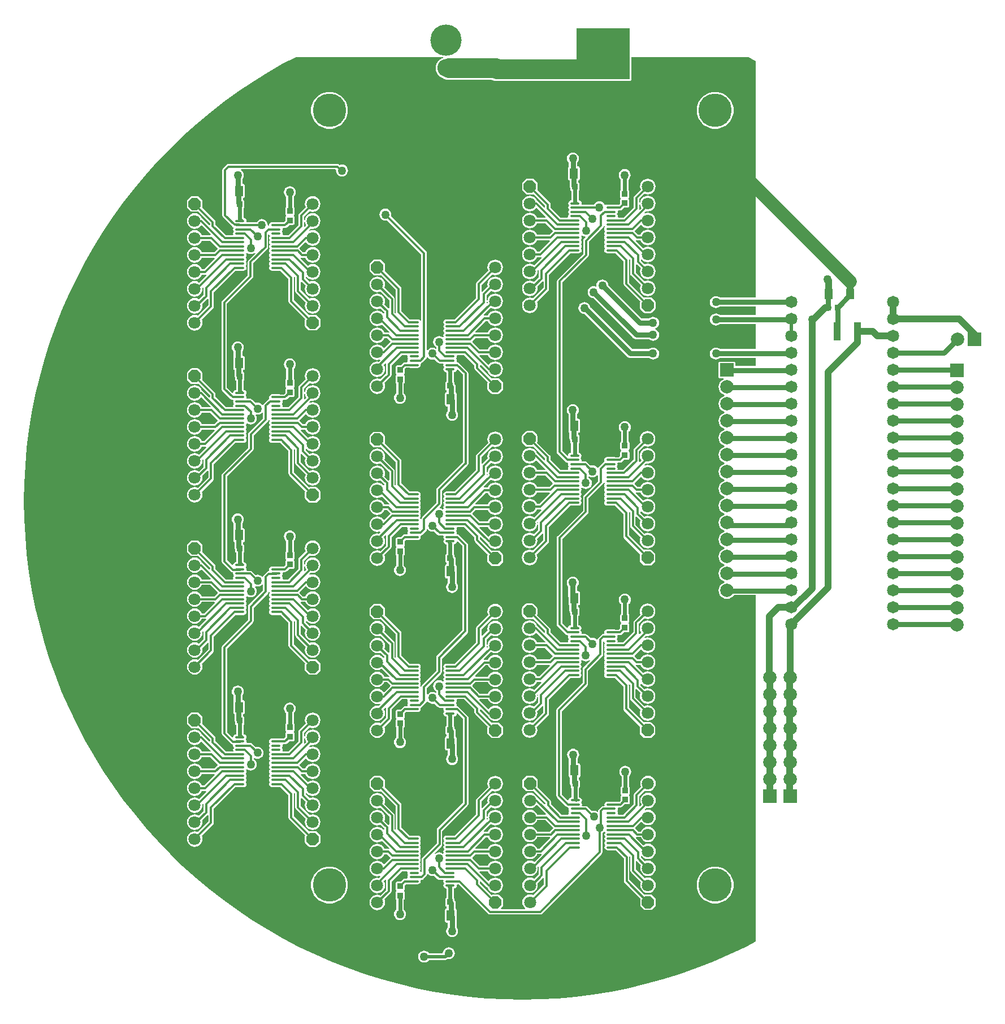
<source format=gtl>
G04 Layer_Physical_Order=1*
G04 Layer_Color=255*
%FSLAX44Y44*%
%MOMM*%
G71*
G01*
G75*
%ADD10O,1.5000X0.3400*%
%ADD11R,0.8500X0.8500*%
%ADD12R,1.2000X1.6000*%
%ADD13R,0.8500X0.8500*%
%ADD14R,1.0000X2.8000*%
%ADD15C,1.0000*%
%ADD16C,0.8000*%
%ADD17C,0.3000*%
%ADD18C,3.0000*%
%ADD19C,2.0000*%
%ADD20C,0.5000*%
%ADD21C,0.6000*%
%ADD22R,8.0000X7.6800*%
%ADD23C,2.6000*%
%ADD24C,1.4000*%
%ADD25P,1.5154X8X112.5*%
%ADD26C,2.0000*%
%ADD27R,2.0000X2.0000*%
%ADD28C,1.8000*%
%ADD29P,1.9483X8X112.5*%
%ADD30C,1.8200*%
%ADD31R,2.0000X2.0000*%
%ADD32C,4.6800*%
%ADD33C,1.2700*%
%ADD34C,5.0000*%
G36*
X350000Y654192D02*
Y299596D01*
X296007D01*
X294483Y300765D01*
X292321Y301661D01*
X290000Y301967D01*
X287679Y301661D01*
X285517Y300765D01*
X283660Y299340D01*
X282235Y297483D01*
X281339Y295321D01*
X281033Y293000D01*
X281339Y290679D01*
X282235Y288517D01*
X283660Y286660D01*
X285517Y285235D01*
X287679Y284339D01*
X290000Y284033D01*
X292321Y284339D01*
X294483Y285235D01*
X296007Y286404D01*
X350000D01*
Y273596D01*
X296007D01*
X294483Y274765D01*
X292321Y275661D01*
X290000Y275967D01*
X287679Y275661D01*
X285517Y274765D01*
X283660Y273340D01*
X282235Y271483D01*
X281339Y269321D01*
X281033Y267000D01*
X281339Y264679D01*
X282235Y262517D01*
X283660Y260660D01*
X285517Y259235D01*
X287679Y258339D01*
X290000Y258033D01*
X292321Y258339D01*
X294483Y259235D01*
X296007Y260404D01*
X350000D01*
Y222596D01*
X296007D01*
X294483Y223765D01*
X292321Y224661D01*
X290000Y224967D01*
X287679Y224661D01*
X285517Y223765D01*
X283660Y222340D01*
X282235Y220483D01*
X281339Y218321D01*
X281033Y216000D01*
X281339Y213679D01*
X282235Y211517D01*
X283660Y209660D01*
X285517Y208235D01*
X287679Y207339D01*
X290000Y207033D01*
X292321Y207339D01*
X294483Y208235D01*
X296007Y209404D01*
X350000D01*
Y197696D01*
X319090D01*
Y201250D01*
X318893Y202241D01*
X318331Y203081D01*
X317491Y203643D01*
X316500Y203840D01*
X296500D01*
X295509Y203643D01*
X294669Y203081D01*
X294107Y202241D01*
X293910Y201250D01*
Y181250D01*
X294107Y180259D01*
X294669Y179419D01*
X295509Y178857D01*
X296500Y178660D01*
X301339D01*
X301592Y177390D01*
X300176Y176804D01*
X297556Y174794D01*
X295546Y172174D01*
X294283Y169124D01*
X293852Y165850D01*
X294283Y162576D01*
X295546Y159526D01*
X297556Y156906D01*
X300176Y154896D01*
X302733Y153837D01*
Y152463D01*
X300176Y151404D01*
X297556Y149394D01*
X295546Y146774D01*
X294283Y143724D01*
X293852Y140450D01*
X294283Y137176D01*
X295546Y134126D01*
X297556Y131506D01*
X300176Y129496D01*
X302733Y128437D01*
Y127063D01*
X300176Y126004D01*
X297556Y123994D01*
X295546Y121374D01*
X294283Y118324D01*
X293852Y115050D01*
X294283Y111776D01*
X295546Y108726D01*
X297556Y106106D01*
X300176Y104096D01*
X302733Y103037D01*
Y101663D01*
X300176Y100604D01*
X297556Y98594D01*
X295546Y95974D01*
X294283Y92924D01*
X293852Y89650D01*
X294283Y86376D01*
X295546Y83326D01*
X297556Y80706D01*
X300176Y78696D01*
X302733Y77637D01*
Y76263D01*
X300176Y75204D01*
X297556Y73194D01*
X295546Y70574D01*
X294283Y67524D01*
X293852Y64250D01*
X294283Y60976D01*
X295546Y57926D01*
X297556Y55306D01*
X300176Y53296D01*
X302733Y52237D01*
Y50863D01*
X300176Y49804D01*
X297556Y47794D01*
X295546Y45174D01*
X294283Y42124D01*
X293852Y38850D01*
X294283Y35576D01*
X295546Y32526D01*
X297556Y29906D01*
X300176Y27896D01*
X302733Y26837D01*
Y25463D01*
X300176Y24404D01*
X297556Y22394D01*
X295546Y19774D01*
X294283Y16724D01*
X293852Y13450D01*
X294283Y10176D01*
X295546Y7126D01*
X297556Y4506D01*
X300176Y2496D01*
X302733Y1437D01*
Y63D01*
X300176Y-996D01*
X297556Y-3006D01*
X295546Y-5626D01*
X294283Y-8676D01*
X293852Y-11950D01*
X294283Y-15224D01*
X295546Y-18274D01*
X297556Y-20894D01*
X300176Y-22904D01*
X302733Y-23963D01*
Y-25337D01*
X300176Y-26396D01*
X297556Y-28406D01*
X295546Y-31026D01*
X294283Y-34076D01*
X293852Y-37350D01*
X294283Y-40624D01*
X295546Y-43674D01*
X297556Y-46294D01*
X300176Y-48304D01*
X302733Y-49363D01*
Y-50737D01*
X300176Y-51796D01*
X297556Y-53806D01*
X295546Y-56426D01*
X294283Y-59476D01*
X293852Y-62750D01*
X294283Y-66024D01*
X295546Y-69074D01*
X297556Y-71694D01*
X300176Y-73704D01*
X302733Y-74763D01*
Y-76137D01*
X300176Y-77196D01*
X297556Y-79206D01*
X295546Y-81826D01*
X294283Y-84876D01*
X293852Y-88150D01*
X294283Y-91424D01*
X295546Y-94474D01*
X297556Y-97094D01*
X300176Y-99104D01*
X302733Y-100163D01*
Y-101537D01*
X300176Y-102596D01*
X297556Y-104606D01*
X295546Y-107226D01*
X294283Y-110276D01*
X293852Y-113550D01*
X294283Y-116824D01*
X295546Y-119874D01*
X297556Y-122494D01*
X300176Y-124504D01*
X302733Y-125563D01*
Y-126937D01*
X300176Y-127996D01*
X297556Y-130006D01*
X295546Y-132626D01*
X294283Y-135676D01*
X293852Y-138950D01*
X294283Y-142224D01*
X295546Y-145274D01*
X297556Y-147894D01*
X300176Y-149904D01*
X303226Y-151167D01*
X306500Y-151598D01*
X309774Y-151167D01*
X312824Y-149904D01*
X315444Y-147894D01*
X317130Y-145696D01*
X350000D01*
Y-664192D01*
X334125Y-672496D01*
X310087Y-683997D01*
X285655Y-694632D01*
X260858Y-704388D01*
X235729Y-713253D01*
X210300Y-721215D01*
X184602Y-728265D01*
X158670Y-734393D01*
X132535Y-739592D01*
X106231Y-743854D01*
X79792Y-747175D01*
X53251Y-749550D01*
X26643Y-750976D01*
X0Y-751452D01*
X-26643Y-750976D01*
X-53251Y-749550D01*
X-79792Y-747175D01*
X-106231Y-743854D01*
X-132535Y-739592D01*
X-158670Y-734393D01*
X-184602Y-728265D01*
X-210300Y-721215D01*
X-235729Y-713253D01*
X-260858Y-704388D01*
X-285655Y-694632D01*
X-310087Y-683997D01*
X-334125Y-672496D01*
X-357736Y-660145D01*
X-380892Y-646959D01*
X-403562Y-632955D01*
X-425718Y-618151D01*
X-447332Y-602565D01*
X-468375Y-586218D01*
X-488822Y-569131D01*
X-508646Y-551324D01*
X-527821Y-532821D01*
X-546324Y-513646D01*
X-564131Y-493822D01*
X-581218Y-473375D01*
X-597566Y-452332D01*
X-613151Y-430718D01*
X-627955Y-408562D01*
X-641959Y-385892D01*
X-655145Y-362736D01*
X-667496Y-339125D01*
X-678997Y-315087D01*
X-689632Y-290655D01*
X-699388Y-265858D01*
X-708253Y-240729D01*
X-716215Y-215300D01*
X-723265Y-189602D01*
X-729393Y-163670D01*
X-734592Y-137535D01*
X-738854Y-111231D01*
X-742175Y-84792D01*
X-744550Y-58251D01*
X-745976Y-31643D01*
X-746452Y-5000D01*
X-745976Y21643D01*
X-744550Y48251D01*
X-742175Y74792D01*
X-738854Y101231D01*
X-734592Y127535D01*
X-729393Y153670D01*
X-723265Y179602D01*
X-716215Y205300D01*
X-708253Y230729D01*
X-699388Y255858D01*
X-689632Y280655D01*
X-678997Y305087D01*
X-667496Y329125D01*
X-655145Y352736D01*
X-641959Y375892D01*
X-627955Y398562D01*
X-613151Y420718D01*
X-597566Y442332D01*
X-581218Y463376D01*
X-564131Y483822D01*
X-546324Y503646D01*
X-527821Y522821D01*
X-508646Y541324D01*
X-488822Y559131D01*
X-468375Y576218D01*
X-447332Y592566D01*
X-425718Y608151D01*
X-403562Y622955D01*
X-380892Y636959D01*
X-357736Y650145D01*
X-338897Y660000D01*
X-119548D01*
X-119335Y659935D01*
X-118847Y659887D01*
X-118599Y658642D01*
X-119511Y658155D01*
X-119532Y658137D01*
X-120226Y657926D01*
X-122925Y656484D01*
X-125292Y654542D01*
X-127233Y652175D01*
X-128677Y649476D01*
X-129565Y646546D01*
X-129865Y643500D01*
X-129565Y640454D01*
X-128677Y637524D01*
X-127233Y634825D01*
X-125292Y632458D01*
X-122925Y630517D01*
X-120226Y629073D01*
X-119532Y628863D01*
X-119511Y628845D01*
X-116463Y627217D01*
X-113157Y626214D01*
X-109719Y625875D01*
X-45705D01*
X-44735Y625357D01*
X-41428Y624354D01*
X-37990Y624015D01*
X104610D01*
X105576Y624110D01*
X160750D01*
X161741Y624307D01*
X162581Y624869D01*
X163143Y625709D01*
X163340Y626700D01*
Y660000D01*
X338897D01*
X350000Y654192D01*
D02*
G37*
%LPC*%
G36*
X-348090Y-306630D02*
X-350411Y-306936D01*
X-352573Y-307832D01*
X-354430Y-309256D01*
X-355855Y-311114D01*
X-356751Y-313276D01*
X-357057Y-315597D01*
X-356751Y-317918D01*
X-355855Y-320080D01*
X-354430Y-321937D01*
X-353739Y-322468D01*
Y-337221D01*
X-354175Y-337512D01*
X-354736Y-338352D01*
X-354933Y-339343D01*
Y-347844D01*
X-354736Y-348834D01*
X-354175Y-349675D01*
X-353890Y-349865D01*
Y-351322D01*
X-354175Y-351512D01*
X-354736Y-352352D01*
X-354933Y-353344D01*
Y-358608D01*
X-357006Y-360681D01*
X-362275D01*
X-363300Y-360477D01*
X-374900D01*
X-376554Y-360806D01*
X-377957Y-361743D01*
X-378894Y-363146D01*
X-379223Y-364800D01*
X-378894Y-366454D01*
X-377957Y-367857D01*
Y-368143D01*
X-378894Y-369546D01*
X-379223Y-371200D01*
X-378894Y-372854D01*
X-378530Y-373399D01*
X-378029Y-374400D01*
X-378530Y-375401D01*
X-378894Y-375946D01*
X-379223Y-377600D01*
X-378894Y-379254D01*
X-377957Y-380657D01*
Y-380943D01*
X-378894Y-382346D01*
X-379223Y-384000D01*
X-378894Y-385654D01*
X-378530Y-386199D01*
X-378029Y-387200D01*
X-378530Y-388201D01*
X-378894Y-388746D01*
X-379223Y-390400D01*
X-378894Y-392054D01*
X-377957Y-393457D01*
Y-393743D01*
X-378894Y-395146D01*
X-379223Y-396800D01*
X-378894Y-398454D01*
X-378530Y-398999D01*
X-378029Y-400000D01*
X-378530Y-401001D01*
X-378894Y-401546D01*
X-379223Y-403200D01*
X-378894Y-404854D01*
X-377957Y-406257D01*
Y-406543D01*
X-378894Y-407946D01*
X-379223Y-409600D01*
X-378894Y-411254D01*
X-378530Y-411799D01*
X-378029Y-412800D01*
X-378530Y-413801D01*
X-378894Y-414346D01*
X-379223Y-416000D01*
X-378894Y-417654D01*
X-377957Y-419057D01*
Y-419343D01*
X-378894Y-420746D01*
X-379223Y-422400D01*
X-378894Y-424054D01*
X-378530Y-424599D01*
X-378029Y-425600D01*
X-378530Y-426601D01*
X-378894Y-427146D01*
X-379223Y-428800D01*
X-378894Y-430454D01*
X-377957Y-431857D01*
X-376554Y-432794D01*
X-374900Y-433123D01*
X-363300D01*
X-362551Y-432974D01*
X-350219Y-445306D01*
Y-478900D01*
X-349906Y-480476D01*
X-349013Y-481813D01*
X-325362Y-505463D01*
X-325393Y-505509D01*
X-325590Y-506500D01*
Y-515500D01*
X-325393Y-516491D01*
X-324831Y-517331D01*
X-320331Y-521831D01*
X-319491Y-522393D01*
X-318500Y-522590D01*
X-309500D01*
X-308509Y-522393D01*
X-307669Y-521831D01*
X-303169Y-517331D01*
X-302607Y-516491D01*
X-302410Y-515500D01*
Y-506500D01*
X-302607Y-505509D01*
X-303169Y-504669D01*
X-307669Y-500169D01*
X-308509Y-499607D01*
X-309500Y-499410D01*
X-318500D01*
X-319491Y-499607D01*
X-319537Y-499638D01*
X-341981Y-477194D01*
Y-443600D01*
X-342113Y-442937D01*
X-340973Y-442331D01*
X-340219Y-442926D01*
Y-463500D01*
X-339906Y-465076D01*
X-339013Y-466413D01*
X-324538Y-480887D01*
X-325243Y-482588D01*
X-325640Y-485600D01*
X-325243Y-488613D01*
X-324080Y-491420D01*
X-322230Y-493830D01*
X-319820Y-495680D01*
X-317013Y-496843D01*
X-314000Y-497239D01*
X-310987Y-496843D01*
X-308180Y-495680D01*
X-305770Y-493830D01*
X-303920Y-491420D01*
X-302757Y-488613D01*
X-302360Y-485600D01*
X-302757Y-482588D01*
X-303920Y-479780D01*
X-305770Y-477370D01*
X-308180Y-475520D01*
X-310987Y-474357D01*
X-314000Y-473960D01*
X-317013Y-474357D01*
X-318713Y-475061D01*
X-331981Y-461794D01*
Y-449841D01*
X-330711Y-449314D01*
X-324538Y-455487D01*
X-325243Y-457188D01*
X-325640Y-460200D01*
X-325243Y-463213D01*
X-324080Y-466020D01*
X-322230Y-468430D01*
X-319820Y-470280D01*
X-317013Y-471443D01*
X-314000Y-471839D01*
X-310987Y-471443D01*
X-308180Y-470280D01*
X-305770Y-468430D01*
X-303920Y-466020D01*
X-302757Y-463213D01*
X-302360Y-460200D01*
X-302757Y-457188D01*
X-303920Y-454380D01*
X-305770Y-451970D01*
X-308180Y-450120D01*
X-310987Y-448957D01*
X-314000Y-448560D01*
X-317013Y-448957D01*
X-318713Y-449661D01*
X-324481Y-443894D01*
Y-442184D01*
X-323211Y-441753D01*
X-322230Y-443030D01*
X-319820Y-444880D01*
X-317013Y-446043D01*
X-314000Y-446440D01*
X-310987Y-446043D01*
X-308180Y-444880D01*
X-305770Y-443030D01*
X-303920Y-440620D01*
X-302757Y-437812D01*
X-302360Y-434800D01*
X-302757Y-431787D01*
X-303920Y-428980D01*
X-305770Y-426570D01*
X-308180Y-424720D01*
X-310987Y-423557D01*
X-314000Y-423160D01*
X-317013Y-423557D01*
X-319820Y-424720D01*
X-320858Y-425517D01*
X-331874Y-414501D01*
X-331248Y-413330D01*
X-330300Y-413519D01*
X-324785D01*
X-324080Y-415220D01*
X-322230Y-417630D01*
X-319820Y-419480D01*
X-317013Y-420643D01*
X-314000Y-421040D01*
X-310987Y-420643D01*
X-308180Y-419480D01*
X-305770Y-417630D01*
X-303920Y-415220D01*
X-302757Y-412412D01*
X-302360Y-409400D01*
X-302757Y-406387D01*
X-303920Y-403580D01*
X-305770Y-401170D01*
X-308180Y-399320D01*
X-310987Y-398157D01*
X-314000Y-397760D01*
X-317013Y-398157D01*
X-319820Y-399320D01*
X-322230Y-401170D01*
X-324080Y-403580D01*
X-324785Y-405281D01*
X-328594D01*
X-333151Y-400723D01*
X-333185Y-400678D01*
X-333292Y-399332D01*
X-333196Y-399021D01*
X-324724Y-390549D01*
X-323457Y-390632D01*
X-322230Y-392230D01*
X-319820Y-394080D01*
X-317013Y-395243D01*
X-314000Y-395639D01*
X-310987Y-395243D01*
X-308180Y-394080D01*
X-305770Y-392230D01*
X-303920Y-389820D01*
X-302757Y-387012D01*
X-302360Y-384000D01*
X-302757Y-380988D01*
X-303920Y-378180D01*
X-305770Y-375770D01*
X-308180Y-373920D01*
X-310987Y-372757D01*
X-314000Y-372360D01*
X-317013Y-372757D01*
X-318076Y-373198D01*
X-318796Y-372121D01*
X-316575Y-369901D01*
X-314000Y-370239D01*
X-310987Y-369843D01*
X-308180Y-368680D01*
X-305770Y-366830D01*
X-303920Y-364420D01*
X-302757Y-361613D01*
X-302360Y-358600D01*
X-302757Y-355588D01*
X-303920Y-352780D01*
X-305770Y-350370D01*
X-308180Y-348520D01*
X-310987Y-347357D01*
X-314000Y-346960D01*
X-317013Y-347357D01*
X-319820Y-348520D01*
X-322230Y-350370D01*
X-324080Y-352780D01*
X-325243Y-355588D01*
X-325640Y-358600D01*
X-325243Y-361613D01*
X-324080Y-364420D01*
X-323501Y-365175D01*
X-325999Y-367674D01*
X-327169Y-367048D01*
X-326981Y-366100D01*
Y-352006D01*
X-318713Y-343739D01*
X-317013Y-344443D01*
X-314000Y-344840D01*
X-310987Y-344443D01*
X-308180Y-343280D01*
X-305770Y-341430D01*
X-303920Y-339020D01*
X-302757Y-336213D01*
X-302360Y-333200D01*
X-302757Y-330187D01*
X-303920Y-327380D01*
X-305770Y-324970D01*
X-308180Y-323120D01*
X-310987Y-321957D01*
X-314000Y-321560D01*
X-317013Y-321957D01*
X-319820Y-323120D01*
X-322230Y-324970D01*
X-324080Y-327380D01*
X-325243Y-330187D01*
X-325640Y-333200D01*
X-325243Y-336213D01*
X-324538Y-337913D01*
X-334013Y-347387D01*
X-334906Y-348724D01*
X-335219Y-350300D01*
Y-364394D01*
X-350706Y-379881D01*
X-358313D01*
X-359178Y-378611D01*
X-358977Y-377600D01*
X-359306Y-375946D01*
X-359670Y-375401D01*
X-360171Y-374400D01*
X-359670Y-373399D01*
X-359306Y-372854D01*
X-358977Y-371200D01*
X-359178Y-370189D01*
X-358313Y-368919D01*
X-355300D01*
X-353724Y-368606D01*
X-352387Y-367713D01*
X-349108Y-364433D01*
X-343843D01*
X-342852Y-364236D01*
X-342012Y-363675D01*
X-341451Y-362835D01*
X-341254Y-361843D01*
Y-353344D01*
X-341451Y-352352D01*
X-342012Y-351512D01*
X-342297Y-351322D01*
Y-349865D01*
X-342012Y-349675D01*
X-341451Y-348834D01*
X-341254Y-347844D01*
Y-339343D01*
X-341451Y-338352D01*
X-342012Y-337512D01*
X-342441Y-337225D01*
Y-322468D01*
X-341750Y-321937D01*
X-340325Y-320080D01*
X-339429Y-317918D01*
X-339123Y-315597D01*
X-339429Y-313276D01*
X-340325Y-311114D01*
X-341750Y-309256D01*
X-343607Y-307832D01*
X-345769Y-306936D01*
X-348090Y-306630D01*
D02*
G37*
G36*
X93000Y292967D02*
X90679Y292661D01*
X88517Y291765D01*
X86660Y290340D01*
X85235Y288483D01*
X84339Y286321D01*
X84033Y284000D01*
X84339Y281679D01*
X85235Y279517D01*
X86660Y277660D01*
X88517Y276235D01*
X90679Y275339D01*
X93000Y275033D01*
X93564Y275107D01*
X157336Y211336D01*
X158702Y210287D01*
X160293Y209628D01*
X162000Y209404D01*
X189993D01*
X191517Y208235D01*
X193679Y207339D01*
X196000Y207033D01*
X198321Y207339D01*
X200483Y208235D01*
X202340Y209660D01*
X203765Y211517D01*
X204661Y213679D01*
X204967Y216000D01*
X204661Y218321D01*
X203765Y220483D01*
X202340Y222340D01*
X200483Y223765D01*
X198321Y224661D01*
X196000Y224967D01*
X193679Y224661D01*
X191517Y223765D01*
X189993Y222596D01*
X164732D01*
X101760Y285569D01*
X101661Y286321D01*
X100765Y288483D01*
X99340Y290340D01*
X97483Y291765D01*
X95321Y292661D01*
X93000Y292967D01*
D02*
G37*
G36*
X289000Y-552375D02*
X284678Y-552715D01*
X280463Y-553727D01*
X276458Y-555386D01*
X272762Y-557651D01*
X269466Y-560466D01*
X266651Y-563762D01*
X264386Y-567458D01*
X262727Y-571463D01*
X261715Y-575678D01*
X261375Y-580000D01*
X261715Y-584322D01*
X262727Y-588537D01*
X264386Y-592542D01*
X266651Y-596238D01*
X269466Y-599534D01*
X272762Y-602349D01*
X276458Y-604614D01*
X280463Y-606273D01*
X284678Y-607285D01*
X289000Y-607625D01*
X293321Y-607285D01*
X297537Y-606273D01*
X301542Y-604614D01*
X305238Y-602349D01*
X308534Y-599534D01*
X311349Y-596238D01*
X313614Y-592542D01*
X315273Y-588537D01*
X316285Y-584322D01*
X316625Y-580000D01*
X316285Y-575678D01*
X315273Y-571463D01*
X313614Y-567458D01*
X311349Y-563762D01*
X308534Y-560466D01*
X305238Y-557651D01*
X301542Y-555386D01*
X297537Y-553727D01*
X293321Y-552715D01*
X289000Y-552375D01*
D02*
G37*
G36*
X-110000Y-673033D02*
X-112321Y-673339D01*
X-114483Y-674235D01*
X-116340Y-675660D01*
X-117765Y-677517D01*
X-118661Y-679679D01*
X-118948Y-681861D01*
X-139738D01*
X-140660Y-680660D01*
X-142517Y-679235D01*
X-144679Y-678339D01*
X-147000Y-678033D01*
X-149321Y-678339D01*
X-151483Y-679235D01*
X-153340Y-680660D01*
X-154765Y-682517D01*
X-155661Y-684679D01*
X-155967Y-687000D01*
X-155661Y-689321D01*
X-154765Y-691483D01*
X-153340Y-693340D01*
X-151483Y-694765D01*
X-149321Y-695661D01*
X-147000Y-695967D01*
X-144679Y-695661D01*
X-142517Y-694765D01*
X-140660Y-693340D01*
X-139738Y-692139D01*
X-115000D01*
X-113034Y-691748D01*
X-111558Y-690762D01*
X-110000Y-690967D01*
X-107679Y-690661D01*
X-105517Y-689765D01*
X-103660Y-688340D01*
X-102235Y-686483D01*
X-101339Y-684321D01*
X-101033Y-682000D01*
X-101339Y-679679D01*
X-102235Y-677517D01*
X-103660Y-675660D01*
X-105517Y-674235D01*
X-107679Y-673339D01*
X-110000Y-673033D01*
D02*
G37*
G36*
X-289000Y-552375D02*
X-293321Y-552715D01*
X-297537Y-553727D01*
X-301542Y-555386D01*
X-305238Y-557651D01*
X-308534Y-560466D01*
X-311349Y-563762D01*
X-313614Y-567458D01*
X-315273Y-571463D01*
X-316285Y-575678D01*
X-316625Y-580000D01*
X-316285Y-584322D01*
X-315273Y-588537D01*
X-313614Y-592542D01*
X-311349Y-596238D01*
X-308534Y-599534D01*
X-305238Y-602349D01*
X-301542Y-604614D01*
X-297537Y-606273D01*
X-293321Y-607285D01*
X-289000Y-607625D01*
X-284678Y-607285D01*
X-280463Y-606273D01*
X-276458Y-604614D01*
X-272762Y-602349D01*
X-269466Y-599534D01*
X-266651Y-596238D01*
X-264386Y-592542D01*
X-262727Y-588537D01*
X-261715Y-584322D01*
X-261375Y-580000D01*
X-261715Y-575678D01*
X-262727Y-571463D01*
X-264386Y-567458D01*
X-266651Y-563762D01*
X-269466Y-560466D01*
X-272762Y-557651D01*
X-276458Y-555386D01*
X-280463Y-553727D01*
X-284678Y-552715D01*
X-289000Y-552375D01*
D02*
G37*
G36*
Y607625D02*
X-293321Y607285D01*
X-297537Y606273D01*
X-301542Y604614D01*
X-305238Y602349D01*
X-308534Y599534D01*
X-311349Y596238D01*
X-313614Y592542D01*
X-315273Y588537D01*
X-316285Y584322D01*
X-316625Y580000D01*
X-316285Y575678D01*
X-315273Y571463D01*
X-313614Y567458D01*
X-311349Y563762D01*
X-308534Y560466D01*
X-305238Y557651D01*
X-301542Y555386D01*
X-297537Y553727D01*
X-293321Y552715D01*
X-289000Y552375D01*
X-284678Y552715D01*
X-280463Y553727D01*
X-276458Y555386D01*
X-272762Y557651D01*
X-269466Y560466D01*
X-266651Y563762D01*
X-264386Y567458D01*
X-262727Y571463D01*
X-261715Y575678D01*
X-261375Y580000D01*
X-261715Y584322D01*
X-262727Y588537D01*
X-264386Y592542D01*
X-266651Y596238D01*
X-269466Y599534D01*
X-272762Y602349D01*
X-276458Y604614D01*
X-280463Y606273D01*
X-284678Y607285D01*
X-289000Y607625D01*
D02*
G37*
G36*
X289000D02*
X284678Y607285D01*
X280463Y606273D01*
X276458Y604614D01*
X272762Y602349D01*
X269466Y599534D01*
X266651Y596238D01*
X264386Y592542D01*
X262727Y588537D01*
X261715Y584322D01*
X261375Y580000D01*
X261715Y575678D01*
X262727Y571463D01*
X264386Y567458D01*
X266651Y563762D01*
X269466Y560466D01*
X272762Y557651D01*
X276458Y555386D01*
X280463Y553727D01*
X284678Y552715D01*
X289000Y552375D01*
X293321Y552715D01*
X297537Y553727D01*
X301542Y555386D01*
X305238Y557651D01*
X308534Y560466D01*
X311349Y563762D01*
X313614Y567458D01*
X315273Y571463D01*
X316285Y575678D01*
X316625Y580000D01*
X316285Y584322D01*
X315273Y588537D01*
X313614Y592542D01*
X311349Y596238D01*
X308534Y599534D01*
X305238Y602349D01*
X301542Y604614D01*
X297537Y606273D01*
X293321Y607285D01*
X289000Y607625D01*
D02*
G37*
G36*
X-277100Y500119D02*
X-439900D01*
X-441476Y499806D01*
X-442813Y498913D01*
X-448013Y493713D01*
X-448906Y492376D01*
X-449219Y490800D01*
Y422783D01*
X-448906Y421206D01*
X-448013Y419870D01*
X-434190Y406047D01*
X-433118Y405331D01*
X-432854Y405154D01*
X-432709Y403831D01*
X-432894Y403554D01*
X-433223Y401900D01*
X-432894Y400246D01*
X-432530Y399701D01*
X-432029Y398700D01*
X-432530Y397699D01*
X-432894Y397154D01*
X-433223Y395500D01*
X-433022Y394489D01*
X-433886Y393219D01*
X-443994D01*
X-459481Y408706D01*
Y412800D01*
X-459794Y414376D01*
X-460687Y415713D01*
X-479338Y434363D01*
X-479307Y434409D01*
X-479110Y435400D01*
Y444400D01*
X-479307Y445391D01*
X-479869Y446231D01*
X-484369Y450731D01*
X-485209Y451293D01*
X-486200Y451490D01*
X-495200D01*
X-496191Y451293D01*
X-497031Y450731D01*
X-501531Y446231D01*
X-502093Y445391D01*
X-502290Y444400D01*
Y435400D01*
X-502093Y434409D01*
X-501531Y433569D01*
X-497031Y429069D01*
X-496191Y428507D01*
X-495200Y428310D01*
X-486200D01*
X-485209Y428507D01*
X-485163Y428538D01*
X-467719Y411094D01*
Y408741D01*
X-468989Y408215D01*
X-478187Y417413D01*
X-479524Y418306D01*
X-479809Y418362D01*
X-480620Y420320D01*
X-482470Y422730D01*
X-484880Y424580D01*
X-487687Y425743D01*
X-490700Y426140D01*
X-493713Y425743D01*
X-496520Y424580D01*
X-498930Y422730D01*
X-500780Y420320D01*
X-501943Y417513D01*
X-502340Y414500D01*
X-501943Y411488D01*
X-500780Y408680D01*
X-498930Y406270D01*
X-496520Y404420D01*
X-493713Y403257D01*
X-490700Y402860D01*
X-487687Y403257D01*
X-484880Y404420D01*
X-482470Y406270D01*
X-481417Y407641D01*
X-480150Y407724D01*
X-466914Y394489D01*
X-467440Y393219D01*
X-479915D01*
X-480620Y394920D01*
X-482470Y397331D01*
X-484880Y399180D01*
X-487687Y400343D01*
X-490700Y400740D01*
X-493713Y400343D01*
X-496520Y399180D01*
X-498930Y397331D01*
X-500780Y394920D01*
X-501943Y392113D01*
X-502340Y389100D01*
X-501943Y386087D01*
X-500780Y383280D01*
X-498930Y380870D01*
X-496520Y379020D01*
X-493713Y377857D01*
X-490700Y377461D01*
X-487687Y377857D01*
X-484880Y379020D01*
X-482470Y380870D01*
X-480620Y383280D01*
X-479915Y384981D01*
X-467406D01*
X-456504Y374079D01*
X-456148Y372927D01*
X-456549Y372377D01*
X-461106Y367819D01*
X-479915D01*
X-480620Y369520D01*
X-482470Y371931D01*
X-484880Y373780D01*
X-487687Y374943D01*
X-490700Y375340D01*
X-493713Y374943D01*
X-496520Y373780D01*
X-498930Y371931D01*
X-500780Y369520D01*
X-501943Y366713D01*
X-502340Y363700D01*
X-501943Y360687D01*
X-500780Y357880D01*
X-498930Y355470D01*
X-496520Y353620D01*
X-493713Y352457D01*
X-490700Y352061D01*
X-487687Y352457D01*
X-484880Y353620D01*
X-482470Y355470D01*
X-480620Y357880D01*
X-479915Y359581D01*
X-461141D01*
X-460614Y358311D01*
X-476506Y342419D01*
X-479915D01*
X-480620Y344120D01*
X-482470Y346530D01*
X-484880Y348380D01*
X-487687Y349543D01*
X-490700Y349940D01*
X-493713Y349543D01*
X-496520Y348380D01*
X-498930Y346530D01*
X-500780Y344120D01*
X-501943Y341313D01*
X-502340Y338300D01*
X-501943Y335288D01*
X-500780Y332480D01*
X-498930Y330070D01*
X-496520Y328220D01*
X-493713Y327057D01*
X-490700Y326660D01*
X-487687Y327057D01*
X-484880Y328220D01*
X-482470Y330070D01*
X-480620Y332480D01*
X-479915Y334181D01*
X-474800D01*
X-473852Y334370D01*
X-473226Y333199D01*
X-484068Y322357D01*
X-484880Y322980D01*
X-487687Y324143D01*
X-490700Y324540D01*
X-493713Y324143D01*
X-496520Y322980D01*
X-498930Y321130D01*
X-500780Y318720D01*
X-501943Y315913D01*
X-502340Y312900D01*
X-501943Y309888D01*
X-500780Y307080D01*
X-498930Y304670D01*
X-496520Y302820D01*
X-493713Y301657D01*
X-490700Y301261D01*
X-487687Y301657D01*
X-484880Y302820D01*
X-482470Y304670D01*
X-480620Y307080D01*
X-479457Y309888D01*
X-479060Y312900D01*
X-479337Y314999D01*
X-478830Y315425D01*
X-477671Y314740D01*
X-477719Y314500D01*
Y303706D01*
X-484295Y297131D01*
X-484880Y297580D01*
X-487687Y298743D01*
X-490700Y299140D01*
X-493713Y298743D01*
X-496520Y297580D01*
X-498930Y295730D01*
X-500780Y293320D01*
X-501943Y290513D01*
X-502340Y287500D01*
X-501943Y284487D01*
X-500780Y281680D01*
X-498930Y279270D01*
X-496520Y277420D01*
X-493713Y276257D01*
X-490700Y275861D01*
X-487687Y276257D01*
X-484880Y277420D01*
X-482470Y279270D01*
X-480620Y281680D01*
X-479457Y284487D01*
X-479060Y287500D01*
X-479434Y290340D01*
X-471489Y298286D01*
X-470219Y297759D01*
Y288406D01*
X-485987Y272639D01*
X-487687Y273343D01*
X-490700Y273740D01*
X-493713Y273343D01*
X-496520Y272180D01*
X-498930Y270331D01*
X-500780Y267920D01*
X-501943Y265113D01*
X-502340Y262100D01*
X-501943Y259088D01*
X-500780Y256280D01*
X-498930Y253870D01*
X-496520Y252020D01*
X-493713Y250857D01*
X-490700Y250460D01*
X-487687Y250857D01*
X-484880Y252020D01*
X-482470Y253870D01*
X-480620Y256280D01*
X-479457Y259088D01*
X-479060Y262100D01*
X-479457Y265113D01*
X-480162Y266813D01*
X-463187Y283787D01*
X-462294Y285124D01*
X-461981Y286700D01*
Y307794D01*
X-429649Y340126D01*
X-428900Y339977D01*
X-417300D01*
X-415646Y340306D01*
X-414243Y341243D01*
X-413306Y342646D01*
X-412977Y344300D01*
X-413306Y345954D01*
X-413670Y346499D01*
X-414171Y347500D01*
X-413670Y348501D01*
X-413306Y349046D01*
X-412977Y350700D01*
X-413306Y352354D01*
X-414243Y353757D01*
Y354043D01*
X-413306Y355446D01*
X-412977Y357100D01*
X-413306Y358754D01*
X-413670Y359299D01*
X-414171Y360300D01*
X-413670Y361301D01*
X-413306Y361846D01*
X-412977Y363500D01*
X-413306Y365154D01*
X-413755Y365827D01*
X-413455Y366410D01*
X-411948Y366698D01*
X-411083Y366035D01*
X-408921Y365139D01*
X-406600Y364833D01*
X-404279Y365139D01*
X-402117Y366035D01*
X-400807Y367039D01*
X-400699Y367123D01*
X-399860Y366166D01*
X-399866Y366160D01*
X-410113Y355913D01*
X-411006Y354576D01*
X-411319Y353000D01*
Y333206D01*
X-449410Y295116D01*
X-450303Y293779D01*
X-450616Y292203D01*
Y163210D01*
X-450303Y161634D01*
X-449410Y160297D01*
X-436800Y147687D01*
X-435463Y146794D01*
X-433887Y146481D01*
X-433886D01*
X-433022Y145211D01*
X-433223Y144200D01*
X-432894Y142546D01*
X-432530Y142001D01*
X-432029Y141000D01*
X-432530Y139999D01*
X-432894Y139454D01*
X-433223Y137800D01*
X-433022Y136789D01*
X-433886Y135519D01*
X-443994D01*
X-459481Y151006D01*
Y155100D01*
X-459794Y156676D01*
X-460687Y158013D01*
X-479338Y176663D01*
X-479307Y176709D01*
X-479110Y177700D01*
Y186700D01*
X-479307Y187691D01*
X-479869Y188531D01*
X-484369Y193031D01*
X-485209Y193593D01*
X-486200Y193790D01*
X-495200D01*
X-496191Y193593D01*
X-497031Y193031D01*
X-501531Y188531D01*
X-502093Y187691D01*
X-502290Y186700D01*
Y177700D01*
X-502093Y176709D01*
X-501531Y175869D01*
X-497031Y171369D01*
X-496191Y170807D01*
X-495200Y170610D01*
X-486200D01*
X-485209Y170807D01*
X-485163Y170838D01*
X-467719Y153394D01*
Y151041D01*
X-468989Y150515D01*
X-478187Y159713D01*
X-479524Y160606D01*
X-479809Y160662D01*
X-480620Y162620D01*
X-482470Y165030D01*
X-484880Y166880D01*
X-487687Y168043D01*
X-490700Y168440D01*
X-493713Y168043D01*
X-496520Y166880D01*
X-498930Y165030D01*
X-500780Y162620D01*
X-501943Y159813D01*
X-502340Y156800D01*
X-501943Y153787D01*
X-500780Y150980D01*
X-498930Y148570D01*
X-496520Y146720D01*
X-493713Y145557D01*
X-490700Y145161D01*
X-487687Y145557D01*
X-484880Y146720D01*
X-482470Y148570D01*
X-481417Y149941D01*
X-480150Y150024D01*
X-466914Y136789D01*
X-467440Y135519D01*
X-479915D01*
X-480620Y137220D01*
X-482470Y139630D01*
X-484880Y141480D01*
X-487687Y142643D01*
X-490700Y143040D01*
X-493713Y142643D01*
X-496520Y141480D01*
X-498930Y139630D01*
X-500780Y137220D01*
X-501943Y134413D01*
X-502340Y131400D01*
X-501943Y128387D01*
X-500780Y125580D01*
X-498930Y123170D01*
X-496520Y121320D01*
X-493713Y120157D01*
X-490700Y119761D01*
X-487687Y120157D01*
X-484880Y121320D01*
X-482470Y123170D01*
X-480620Y125580D01*
X-479915Y127281D01*
X-467406D01*
X-456504Y116379D01*
X-456148Y115227D01*
X-456549Y114677D01*
X-461106Y110119D01*
X-479915D01*
X-480620Y111820D01*
X-482470Y114230D01*
X-484880Y116080D01*
X-487687Y117243D01*
X-490700Y117640D01*
X-493713Y117243D01*
X-496520Y116080D01*
X-498930Y114230D01*
X-500780Y111820D01*
X-501943Y109013D01*
X-502340Y106000D01*
X-501943Y102987D01*
X-500780Y100180D01*
X-498930Y97770D01*
X-496520Y95920D01*
X-493713Y94757D01*
X-490700Y94361D01*
X-487687Y94757D01*
X-484880Y95920D01*
X-482470Y97770D01*
X-480620Y100180D01*
X-479915Y101881D01*
X-461141D01*
X-460614Y100611D01*
X-476506Y84719D01*
X-479915D01*
X-480620Y86420D01*
X-482470Y88830D01*
X-484880Y90680D01*
X-487687Y91843D01*
X-490700Y92240D01*
X-493713Y91843D01*
X-496520Y90680D01*
X-498930Y88830D01*
X-500780Y86420D01*
X-501943Y83613D01*
X-502340Y80600D01*
X-501943Y77587D01*
X-500780Y74780D01*
X-498930Y72370D01*
X-496520Y70520D01*
X-493713Y69357D01*
X-490700Y68960D01*
X-487687Y69357D01*
X-484880Y70520D01*
X-482470Y72370D01*
X-480620Y74780D01*
X-479915Y76481D01*
X-474800D01*
X-473852Y76670D01*
X-473226Y75499D01*
X-484068Y64657D01*
X-484880Y65280D01*
X-487687Y66443D01*
X-490700Y66840D01*
X-493713Y66443D01*
X-496520Y65280D01*
X-498930Y63431D01*
X-500780Y61020D01*
X-501943Y58213D01*
X-502340Y55200D01*
X-501943Y52188D01*
X-500780Y49380D01*
X-498930Y46970D01*
X-496520Y45120D01*
X-493713Y43957D01*
X-490700Y43561D01*
X-487687Y43957D01*
X-484880Y45120D01*
X-482470Y46970D01*
X-480620Y49380D01*
X-479457Y52188D01*
X-479060Y55200D01*
X-479337Y57299D01*
X-478830Y57725D01*
X-477671Y57040D01*
X-477719Y56800D01*
Y46006D01*
X-484295Y39431D01*
X-484880Y39880D01*
X-487687Y41043D01*
X-490700Y41440D01*
X-493713Y41043D01*
X-496520Y39880D01*
X-498930Y38031D01*
X-500780Y35620D01*
X-501943Y32813D01*
X-502340Y29800D01*
X-501943Y26788D01*
X-500780Y23980D01*
X-498930Y21570D01*
X-496520Y19720D01*
X-493713Y18557D01*
X-490700Y18161D01*
X-487687Y18557D01*
X-484880Y19720D01*
X-482470Y21570D01*
X-480620Y23980D01*
X-479457Y26788D01*
X-479060Y29800D01*
X-479434Y32640D01*
X-471489Y40585D01*
X-470219Y40059D01*
Y30706D01*
X-485987Y14939D01*
X-487687Y15643D01*
X-490700Y16040D01*
X-493713Y15643D01*
X-496520Y14480D01*
X-498930Y12630D01*
X-500780Y10220D01*
X-501943Y7413D01*
X-502340Y4400D01*
X-501943Y1388D01*
X-500780Y-1420D01*
X-498930Y-3830D01*
X-496520Y-5680D01*
X-493713Y-6843D01*
X-490700Y-7240D01*
X-487687Y-6843D01*
X-484880Y-5680D01*
X-482470Y-3830D01*
X-480620Y-1420D01*
X-479457Y1388D01*
X-479060Y4400D01*
X-479457Y7413D01*
X-480162Y9113D01*
X-463187Y26087D01*
X-462294Y27424D01*
X-461981Y29000D01*
Y50094D01*
X-429649Y82426D01*
X-428900Y82277D01*
X-417300D01*
X-415646Y82606D01*
X-414243Y83543D01*
X-413306Y84946D01*
X-412977Y86600D01*
X-413306Y88254D01*
X-413670Y88799D01*
X-414171Y89800D01*
X-413670Y90801D01*
X-413306Y91346D01*
X-412977Y93000D01*
X-413306Y94654D01*
X-414243Y96057D01*
Y96343D01*
X-413306Y97746D01*
X-412977Y99400D01*
X-413306Y101054D01*
X-413670Y101599D01*
X-414171Y102600D01*
X-413670Y103601D01*
X-413306Y104146D01*
X-412977Y105800D01*
X-413306Y107454D01*
X-414243Y108857D01*
Y109143D01*
X-413306Y110546D01*
X-413223Y110962D01*
X-411824Y111488D01*
X-411193Y111005D01*
X-409031Y110109D01*
X-406710Y109803D01*
X-404389Y110109D01*
X-402227Y111005D01*
X-400370Y112430D01*
X-398945Y114287D01*
X-398049Y116449D01*
X-397743Y118770D01*
X-398049Y121091D01*
X-398945Y123253D01*
X-399338Y123766D01*
X-399203Y124144D01*
X-398605Y124897D01*
X-396600Y124633D01*
X-394279Y124939D01*
X-392117Y125835D01*
X-390260Y127260D01*
X-389489Y128264D01*
X-388219Y127833D01*
Y118906D01*
X-409513Y97613D01*
X-410406Y96276D01*
X-410719Y94700D01*
Y74906D01*
X-448810Y36816D01*
X-449703Y35479D01*
X-450016Y33903D01*
Y-95090D01*
X-449703Y-96666D01*
X-448810Y-98003D01*
X-436200Y-110613D01*
X-434863Y-111505D01*
X-433287Y-111819D01*
X-433141Y-113089D01*
X-433223Y-113500D01*
X-432894Y-115154D01*
X-432530Y-115699D01*
X-432029Y-116700D01*
X-432530Y-117701D01*
X-432894Y-118246D01*
X-433223Y-119900D01*
X-433022Y-120911D01*
X-433886Y-122181D01*
X-443994D01*
X-459481Y-106694D01*
Y-102600D01*
X-459794Y-101024D01*
X-460687Y-99687D01*
X-479338Y-81037D01*
X-479307Y-80991D01*
X-479110Y-80000D01*
Y-71000D01*
X-479307Y-70009D01*
X-479869Y-69169D01*
X-484369Y-64669D01*
X-485209Y-64107D01*
X-486200Y-63910D01*
X-495200D01*
X-496191Y-64107D01*
X-497031Y-64669D01*
X-501531Y-69169D01*
X-502093Y-70009D01*
X-502290Y-71000D01*
Y-80000D01*
X-502093Y-80991D01*
X-501531Y-81831D01*
X-497031Y-86331D01*
X-496191Y-86893D01*
X-495200Y-87090D01*
X-486200D01*
X-485209Y-86893D01*
X-485163Y-86862D01*
X-467719Y-104306D01*
Y-106659D01*
X-468989Y-107185D01*
X-478187Y-97987D01*
X-479524Y-97094D01*
X-479809Y-97038D01*
X-480620Y-95080D01*
X-482470Y-92670D01*
X-484880Y-90820D01*
X-487687Y-89657D01*
X-490700Y-89260D01*
X-493713Y-89657D01*
X-496520Y-90820D01*
X-498930Y-92670D01*
X-500780Y-95080D01*
X-501943Y-97887D01*
X-502340Y-100900D01*
X-501943Y-103912D01*
X-500780Y-106720D01*
X-498930Y-109130D01*
X-496520Y-110980D01*
X-493713Y-112143D01*
X-490700Y-112540D01*
X-487687Y-112143D01*
X-484880Y-110980D01*
X-482470Y-109130D01*
X-481417Y-107759D01*
X-480150Y-107676D01*
X-466914Y-120911D01*
X-467440Y-122181D01*
X-479915D01*
X-480620Y-120480D01*
X-482470Y-118070D01*
X-484880Y-116220D01*
X-487687Y-115057D01*
X-490700Y-114660D01*
X-493713Y-115057D01*
X-496520Y-116220D01*
X-498930Y-118070D01*
X-500780Y-120480D01*
X-501943Y-123287D01*
X-502340Y-126300D01*
X-501943Y-129312D01*
X-500780Y-132120D01*
X-498930Y-134530D01*
X-496520Y-136380D01*
X-493713Y-137543D01*
X-490700Y-137940D01*
X-487687Y-137543D01*
X-484880Y-136380D01*
X-482470Y-134530D01*
X-480620Y-132120D01*
X-479915Y-130419D01*
X-467406D01*
X-456504Y-141321D01*
X-456148Y-142473D01*
X-456549Y-143023D01*
X-461106Y-147581D01*
X-479915D01*
X-480620Y-145880D01*
X-482470Y-143470D01*
X-484880Y-141620D01*
X-487687Y-140457D01*
X-490700Y-140060D01*
X-493713Y-140457D01*
X-496520Y-141620D01*
X-498930Y-143470D01*
X-500780Y-145880D01*
X-501943Y-148687D01*
X-502340Y-151700D01*
X-501943Y-154712D01*
X-500780Y-157520D01*
X-498930Y-159930D01*
X-496520Y-161780D01*
X-493713Y-162943D01*
X-490700Y-163340D01*
X-487687Y-162943D01*
X-484880Y-161780D01*
X-482470Y-159930D01*
X-480620Y-157520D01*
X-479915Y-155819D01*
X-461141D01*
X-460614Y-157089D01*
X-476506Y-172981D01*
X-479915D01*
X-480620Y-171280D01*
X-482470Y-168870D01*
X-484880Y-167020D01*
X-487687Y-165857D01*
X-490700Y-165460D01*
X-493713Y-165857D01*
X-496520Y-167020D01*
X-498930Y-168870D01*
X-500780Y-171280D01*
X-501943Y-174087D01*
X-502340Y-177100D01*
X-501943Y-180112D01*
X-500780Y-182920D01*
X-498930Y-185330D01*
X-496520Y-187180D01*
X-493713Y-188343D01*
X-490700Y-188739D01*
X-487687Y-188343D01*
X-484880Y-187180D01*
X-482470Y-185330D01*
X-480620Y-182920D01*
X-479915Y-181219D01*
X-474800D01*
X-473852Y-181031D01*
X-473226Y-182201D01*
X-484068Y-193043D01*
X-484880Y-192420D01*
X-487687Y-191257D01*
X-490700Y-190860D01*
X-493713Y-191257D01*
X-496520Y-192420D01*
X-498930Y-194270D01*
X-500780Y-196680D01*
X-501943Y-199487D01*
X-502340Y-202500D01*
X-501943Y-205513D01*
X-500780Y-208320D01*
X-498930Y-210730D01*
X-496520Y-212580D01*
X-493713Y-213743D01*
X-490700Y-214139D01*
X-487687Y-213743D01*
X-484880Y-212580D01*
X-482470Y-210730D01*
X-480620Y-208320D01*
X-479457Y-205513D01*
X-479060Y-202500D01*
X-479337Y-200401D01*
X-478830Y-199975D01*
X-477671Y-200660D01*
X-477719Y-200900D01*
Y-211694D01*
X-484295Y-218269D01*
X-484880Y-217820D01*
X-487687Y-216657D01*
X-490700Y-216260D01*
X-493713Y-216657D01*
X-496520Y-217820D01*
X-498930Y-219670D01*
X-500780Y-222080D01*
X-501943Y-224887D01*
X-502340Y-227900D01*
X-501943Y-230912D01*
X-500780Y-233720D01*
X-498930Y-236130D01*
X-496520Y-237980D01*
X-493713Y-239143D01*
X-490700Y-239540D01*
X-487687Y-239143D01*
X-484880Y-237980D01*
X-482470Y-236130D01*
X-480620Y-233720D01*
X-479457Y-230912D01*
X-479060Y-227900D01*
X-479434Y-225060D01*
X-471489Y-217115D01*
X-470219Y-217640D01*
Y-226994D01*
X-485987Y-242761D01*
X-487687Y-242057D01*
X-490700Y-241660D01*
X-493713Y-242057D01*
X-496520Y-243220D01*
X-498930Y-245070D01*
X-500780Y-247480D01*
X-501943Y-250287D01*
X-502340Y-253300D01*
X-501943Y-256313D01*
X-500780Y-259120D01*
X-498930Y-261530D01*
X-496520Y-263380D01*
X-493713Y-264543D01*
X-490700Y-264939D01*
X-487687Y-264543D01*
X-484880Y-263380D01*
X-482470Y-261530D01*
X-480620Y-259120D01*
X-479457Y-256313D01*
X-479060Y-253300D01*
X-479457Y-250287D01*
X-480162Y-248587D01*
X-463187Y-231613D01*
X-462294Y-230276D01*
X-461981Y-228700D01*
Y-207606D01*
X-429649Y-175274D01*
X-428900Y-175423D01*
X-417300D01*
X-415646Y-175094D01*
X-414243Y-174157D01*
X-413306Y-172754D01*
X-412977Y-171100D01*
X-413306Y-169446D01*
X-413670Y-168901D01*
X-414171Y-167900D01*
X-413670Y-166899D01*
X-413306Y-166354D01*
X-412977Y-164700D01*
X-413306Y-163046D01*
X-414243Y-161643D01*
Y-161357D01*
X-413306Y-159954D01*
X-412977Y-158300D01*
X-413306Y-156646D01*
X-413670Y-156101D01*
X-414171Y-155100D01*
X-413670Y-154099D01*
X-413306Y-153554D01*
X-412977Y-151900D01*
X-413306Y-150246D01*
X-414243Y-148843D01*
Y-148557D01*
X-413530Y-147489D01*
X-412344Y-147090D01*
X-411994Y-147067D01*
X-411083Y-147765D01*
X-408921Y-148661D01*
X-406600Y-148967D01*
X-404279Y-148661D01*
X-402117Y-147765D01*
X-400260Y-146340D01*
X-398835Y-144483D01*
X-397939Y-142321D01*
X-397633Y-140000D01*
X-397939Y-137679D01*
X-398835Y-135517D01*
X-400260Y-133660D01*
X-400482Y-133489D01*
X-399841Y-132380D01*
X-398921Y-132761D01*
X-396600Y-133067D01*
X-394279Y-132761D01*
X-392117Y-131865D01*
X-390260Y-130440D01*
X-389489Y-129436D01*
X-388219Y-129867D01*
Y-138794D01*
X-409513Y-160087D01*
X-410406Y-161424D01*
X-410719Y-163000D01*
Y-182794D01*
X-448810Y-220884D01*
X-449703Y-222221D01*
X-450016Y-223797D01*
Y-352790D01*
X-449703Y-354366D01*
X-448810Y-355703D01*
X-436200Y-368313D01*
X-434863Y-369206D01*
X-433287Y-369519D01*
X-433141Y-370789D01*
X-433223Y-371200D01*
X-432894Y-372854D01*
X-432530Y-373399D01*
X-432029Y-374400D01*
X-432530Y-375401D01*
X-432894Y-375946D01*
X-433223Y-377600D01*
X-433022Y-378611D01*
X-433886Y-379881D01*
X-443994D01*
X-459481Y-364394D01*
Y-360300D01*
X-459794Y-358724D01*
X-460687Y-357387D01*
X-479338Y-338737D01*
X-479307Y-338691D01*
X-479110Y-337700D01*
Y-328700D01*
X-479307Y-327709D01*
X-479869Y-326869D01*
X-484369Y-322369D01*
X-485209Y-321807D01*
X-486200Y-321610D01*
X-495200D01*
X-496191Y-321807D01*
X-497031Y-322369D01*
X-501531Y-326869D01*
X-502093Y-327709D01*
X-502290Y-328700D01*
Y-337700D01*
X-502093Y-338691D01*
X-501531Y-339531D01*
X-497031Y-344031D01*
X-496191Y-344593D01*
X-495200Y-344790D01*
X-486200D01*
X-485209Y-344593D01*
X-485163Y-344562D01*
X-467719Y-362006D01*
Y-364359D01*
X-468989Y-364885D01*
X-478187Y-355687D01*
X-479524Y-354794D01*
X-479809Y-354738D01*
X-480620Y-352780D01*
X-482470Y-350370D01*
X-484880Y-348520D01*
X-487687Y-347357D01*
X-490700Y-346960D01*
X-493713Y-347357D01*
X-496520Y-348520D01*
X-498930Y-350370D01*
X-500780Y-352780D01*
X-501943Y-355588D01*
X-502340Y-358600D01*
X-501943Y-361613D01*
X-500780Y-364420D01*
X-498930Y-366830D01*
X-496520Y-368680D01*
X-493713Y-369843D01*
X-490700Y-370239D01*
X-487687Y-369843D01*
X-484880Y-368680D01*
X-482470Y-366830D01*
X-481417Y-365459D01*
X-480150Y-365376D01*
X-466914Y-378611D01*
X-467440Y-379881D01*
X-479915D01*
X-480620Y-378180D01*
X-482470Y-375770D01*
X-484880Y-373920D01*
X-487687Y-372757D01*
X-490700Y-372360D01*
X-493713Y-372757D01*
X-496520Y-373920D01*
X-498930Y-375770D01*
X-500780Y-378180D01*
X-501943Y-380988D01*
X-502340Y-384000D01*
X-501943Y-387012D01*
X-500780Y-389820D01*
X-498930Y-392230D01*
X-496520Y-394080D01*
X-493713Y-395243D01*
X-490700Y-395639D01*
X-487687Y-395243D01*
X-484880Y-394080D01*
X-482470Y-392230D01*
X-480620Y-389820D01*
X-479915Y-388119D01*
X-467406D01*
X-456504Y-399021D01*
X-456148Y-400173D01*
X-456549Y-400723D01*
X-461106Y-405281D01*
X-479915D01*
X-480620Y-403580D01*
X-482470Y-401170D01*
X-484880Y-399320D01*
X-487687Y-398157D01*
X-490700Y-397760D01*
X-493713Y-398157D01*
X-496520Y-399320D01*
X-498930Y-401170D01*
X-500780Y-403580D01*
X-501943Y-406387D01*
X-502340Y-409400D01*
X-501943Y-412412D01*
X-500780Y-415220D01*
X-498930Y-417630D01*
X-496520Y-419480D01*
X-493713Y-420643D01*
X-490700Y-421040D01*
X-487687Y-420643D01*
X-484880Y-419480D01*
X-482470Y-417630D01*
X-480620Y-415220D01*
X-479915Y-413519D01*
X-461141D01*
X-460614Y-414789D01*
X-476506Y-430681D01*
X-479915D01*
X-480620Y-428980D01*
X-482470Y-426570D01*
X-484880Y-424720D01*
X-487687Y-423557D01*
X-490700Y-423160D01*
X-493713Y-423557D01*
X-496520Y-424720D01*
X-498930Y-426570D01*
X-500780Y-428980D01*
X-501943Y-431787D01*
X-502340Y-434800D01*
X-501943Y-437812D01*
X-500780Y-440620D01*
X-498930Y-443030D01*
X-496520Y-444880D01*
X-493713Y-446043D01*
X-490700Y-446440D01*
X-487687Y-446043D01*
X-484880Y-444880D01*
X-482470Y-443030D01*
X-480620Y-440620D01*
X-479915Y-438919D01*
X-474800D01*
X-473852Y-438731D01*
X-473226Y-439901D01*
X-484068Y-450743D01*
X-484880Y-450120D01*
X-487687Y-448957D01*
X-490700Y-448560D01*
X-493713Y-448957D01*
X-496520Y-450120D01*
X-498930Y-451970D01*
X-500780Y-454380D01*
X-501943Y-457188D01*
X-502340Y-460200D01*
X-501943Y-463213D01*
X-500780Y-466020D01*
X-498930Y-468430D01*
X-496520Y-470280D01*
X-493713Y-471443D01*
X-490700Y-471839D01*
X-487687Y-471443D01*
X-484880Y-470280D01*
X-482470Y-468430D01*
X-480620Y-466020D01*
X-479457Y-463213D01*
X-479060Y-460200D01*
X-479337Y-458101D01*
X-478830Y-457675D01*
X-477671Y-458360D01*
X-477719Y-458600D01*
Y-469394D01*
X-484295Y-475969D01*
X-484880Y-475520D01*
X-487687Y-474357D01*
X-490700Y-473960D01*
X-493713Y-474357D01*
X-496520Y-475520D01*
X-498930Y-477370D01*
X-500780Y-479780D01*
X-501943Y-482588D01*
X-502340Y-485600D01*
X-501943Y-488613D01*
X-500780Y-491420D01*
X-498930Y-493830D01*
X-496520Y-495680D01*
X-493713Y-496843D01*
X-490700Y-497239D01*
X-487687Y-496843D01*
X-484880Y-495680D01*
X-482470Y-493830D01*
X-480620Y-491420D01*
X-479457Y-488613D01*
X-479060Y-485600D01*
X-479434Y-482760D01*
X-471489Y-474814D01*
X-470219Y-475341D01*
Y-484694D01*
X-485987Y-500462D01*
X-487687Y-499757D01*
X-490700Y-499360D01*
X-493713Y-499757D01*
X-496520Y-500920D01*
X-498930Y-502770D01*
X-500780Y-505180D01*
X-501943Y-507988D01*
X-502340Y-511000D01*
X-501943Y-514012D01*
X-500780Y-516820D01*
X-498930Y-519230D01*
X-496520Y-521080D01*
X-493713Y-522243D01*
X-490700Y-522640D01*
X-487687Y-522243D01*
X-484880Y-521080D01*
X-482470Y-519230D01*
X-480620Y-516820D01*
X-479457Y-514012D01*
X-479060Y-511000D01*
X-479457Y-507988D01*
X-480162Y-506287D01*
X-463187Y-489313D01*
X-462294Y-487976D01*
X-461981Y-486400D01*
Y-465306D01*
X-429649Y-432974D01*
X-428900Y-433123D01*
X-417300D01*
X-415646Y-432794D01*
X-414243Y-431857D01*
X-413306Y-430454D01*
X-412977Y-428800D01*
X-413306Y-427146D01*
X-413670Y-426601D01*
X-414171Y-425600D01*
X-413670Y-424599D01*
X-413306Y-424054D01*
X-412977Y-422400D01*
X-413306Y-420746D01*
X-414243Y-419343D01*
Y-419057D01*
X-413306Y-417654D01*
X-412977Y-416000D01*
X-413306Y-414346D01*
X-413670Y-413801D01*
X-414171Y-412800D01*
X-413670Y-411799D01*
X-413306Y-411254D01*
X-412977Y-409600D01*
X-413306Y-407946D01*
X-413755Y-407273D01*
X-413455Y-406690D01*
X-411948Y-406402D01*
X-411083Y-407065D01*
X-408921Y-407961D01*
X-406600Y-408267D01*
X-404279Y-407961D01*
X-402117Y-407065D01*
X-400260Y-405640D01*
X-398835Y-403783D01*
X-397939Y-401621D01*
X-397633Y-399300D01*
X-397939Y-396979D01*
X-398835Y-394817D01*
X-400260Y-392960D01*
X-402117Y-391535D01*
X-402481Y-391384D01*
Y-389929D01*
X-401342Y-389367D01*
X-401083Y-389565D01*
X-398921Y-390461D01*
X-396600Y-390767D01*
X-394279Y-390461D01*
X-392117Y-389565D01*
X-390260Y-388140D01*
X-388835Y-386283D01*
X-387939Y-384121D01*
X-387633Y-381800D01*
X-387939Y-379479D01*
X-388835Y-377317D01*
X-390260Y-375460D01*
X-392117Y-374035D01*
X-394279Y-373139D01*
X-396600Y-372833D01*
X-398921Y-373139D01*
X-399285Y-373290D01*
X-404287Y-368287D01*
X-405624Y-367394D01*
X-407200Y-367081D01*
X-412313D01*
X-413178Y-365811D01*
X-412977Y-364800D01*
X-413306Y-363146D01*
X-413670Y-362601D01*
X-414171Y-361600D01*
X-413670Y-360599D01*
X-413306Y-360054D01*
X-412977Y-358400D01*
X-413306Y-356746D01*
X-414243Y-355343D01*
X-415646Y-354406D01*
X-417212Y-354095D01*
X-417452Y-353736D01*
Y-339987D01*
X-417009Y-339691D01*
X-416447Y-338851D01*
X-416250Y-337860D01*
Y-329360D01*
X-416447Y-328369D01*
X-417009Y-327529D01*
X-417849Y-326967D01*
X-418004Y-326937D01*
Y-324173D01*
X-417099Y-323993D01*
X-416259Y-323431D01*
X-415697Y-322591D01*
X-415500Y-321600D01*
Y-305600D01*
X-415697Y-304609D01*
X-416259Y-303769D01*
X-417099Y-303207D01*
X-418090Y-303010D01*
X-419493D01*
Y-296104D01*
X-418325Y-294580D01*
X-417429Y-292418D01*
X-417123Y-290097D01*
X-417429Y-287776D01*
X-418325Y-285614D01*
X-419750Y-283757D01*
X-421607Y-282332D01*
X-423769Y-281436D01*
X-426090Y-281130D01*
X-428411Y-281436D01*
X-430573Y-282332D01*
X-432430Y-283757D01*
X-433855Y-285614D01*
X-434751Y-287776D01*
X-435057Y-290097D01*
X-434751Y-292418D01*
X-433855Y-294580D01*
X-432686Y-296104D01*
Y-312090D01*
X-432680Y-312141D01*
Y-321600D01*
X-432483Y-322591D01*
X-431921Y-323431D01*
X-431196Y-323915D01*
Y-332100D01*
X-430972Y-333807D01*
X-430313Y-335398D01*
X-429930Y-335897D01*
Y-337860D01*
X-429733Y-338851D01*
X-429171Y-339691D01*
X-428749Y-339974D01*
Y-354077D01*
X-428900D01*
X-430554Y-354406D01*
X-431957Y-355343D01*
X-432894Y-356746D01*
X-433130Y-357935D01*
X-434409Y-358453D01*
X-441778Y-351084D01*
Y-225503D01*
X-403687Y-187413D01*
X-402794Y-186076D01*
X-402481Y-184500D01*
Y-164706D01*
X-381187Y-143413D01*
X-380294Y-142076D01*
X-380094Y-141070D01*
X-379511Y-140917D01*
X-378773Y-140936D01*
X-378530Y-141299D01*
X-378029Y-142300D01*
X-378530Y-143301D01*
X-378894Y-143846D01*
X-379223Y-145500D01*
X-378894Y-147154D01*
X-377957Y-148557D01*
Y-148843D01*
X-378894Y-150246D01*
X-379223Y-151900D01*
X-378894Y-153554D01*
X-378530Y-154099D01*
X-378029Y-155100D01*
X-378530Y-156101D01*
X-378894Y-156646D01*
X-379223Y-158300D01*
X-378894Y-159954D01*
X-377957Y-161357D01*
Y-161643D01*
X-378894Y-163046D01*
X-379223Y-164700D01*
X-378894Y-166354D01*
X-378530Y-166899D01*
X-378029Y-167900D01*
X-378530Y-168901D01*
X-378894Y-169446D01*
X-379223Y-171100D01*
X-378894Y-172754D01*
X-377957Y-174157D01*
X-376554Y-175094D01*
X-374900Y-175423D01*
X-363300D01*
X-362551Y-175274D01*
X-350219Y-187606D01*
Y-221200D01*
X-349906Y-222776D01*
X-349013Y-224113D01*
X-325362Y-247763D01*
X-325393Y-247809D01*
X-325590Y-248800D01*
Y-257800D01*
X-325393Y-258791D01*
X-324831Y-259631D01*
X-320331Y-264131D01*
X-319491Y-264693D01*
X-318500Y-264890D01*
X-309500D01*
X-308509Y-264693D01*
X-307669Y-264131D01*
X-303169Y-259631D01*
X-302607Y-258791D01*
X-302410Y-257800D01*
Y-248800D01*
X-302607Y-247809D01*
X-303169Y-246969D01*
X-307669Y-242469D01*
X-308509Y-241907D01*
X-309500Y-241710D01*
X-318500D01*
X-319491Y-241907D01*
X-319537Y-241938D01*
X-341981Y-219494D01*
Y-185900D01*
X-342113Y-185237D01*
X-340973Y-184631D01*
X-340219Y-185226D01*
Y-205800D01*
X-339906Y-207376D01*
X-339013Y-208713D01*
X-324538Y-223187D01*
X-325243Y-224887D01*
X-325640Y-227900D01*
X-325243Y-230912D01*
X-324080Y-233720D01*
X-322230Y-236130D01*
X-319820Y-237980D01*
X-317013Y-239143D01*
X-314000Y-239540D01*
X-310987Y-239143D01*
X-308180Y-237980D01*
X-305770Y-236130D01*
X-303920Y-233720D01*
X-302757Y-230912D01*
X-302360Y-227900D01*
X-302757Y-224887D01*
X-303920Y-222080D01*
X-305770Y-219670D01*
X-308180Y-217820D01*
X-310987Y-216657D01*
X-314000Y-216260D01*
X-317013Y-216657D01*
X-318713Y-217362D01*
X-331981Y-204094D01*
Y-192141D01*
X-330711Y-191614D01*
X-324538Y-197787D01*
X-325243Y-199487D01*
X-325640Y-202500D01*
X-325243Y-205513D01*
X-324080Y-208320D01*
X-322230Y-210730D01*
X-319820Y-212580D01*
X-317013Y-213743D01*
X-314000Y-214139D01*
X-310987Y-213743D01*
X-308180Y-212580D01*
X-305770Y-210730D01*
X-303920Y-208320D01*
X-302757Y-205513D01*
X-302360Y-202500D01*
X-302757Y-199487D01*
X-303920Y-196680D01*
X-305770Y-194270D01*
X-308180Y-192420D01*
X-310987Y-191257D01*
X-314000Y-190860D01*
X-317013Y-191257D01*
X-318713Y-191961D01*
X-324481Y-186194D01*
Y-184484D01*
X-323211Y-184053D01*
X-322230Y-185330D01*
X-319820Y-187180D01*
X-317013Y-188343D01*
X-314000Y-188739D01*
X-310987Y-188343D01*
X-308180Y-187180D01*
X-305770Y-185330D01*
X-303920Y-182920D01*
X-302757Y-180112D01*
X-302360Y-177100D01*
X-302757Y-174087D01*
X-303920Y-171280D01*
X-305770Y-168870D01*
X-308180Y-167020D01*
X-310987Y-165857D01*
X-314000Y-165460D01*
X-317013Y-165857D01*
X-319820Y-167020D01*
X-320858Y-167817D01*
X-331874Y-156801D01*
X-331248Y-155631D01*
X-330300Y-155819D01*
X-324785D01*
X-324080Y-157520D01*
X-322230Y-159930D01*
X-319820Y-161780D01*
X-317013Y-162943D01*
X-314000Y-163340D01*
X-310987Y-162943D01*
X-308180Y-161780D01*
X-305770Y-159930D01*
X-303920Y-157520D01*
X-302757Y-154712D01*
X-302360Y-151700D01*
X-302757Y-148687D01*
X-303920Y-145880D01*
X-305770Y-143470D01*
X-308180Y-141620D01*
X-310987Y-140457D01*
X-314000Y-140060D01*
X-317013Y-140457D01*
X-319820Y-141620D01*
X-322230Y-143470D01*
X-324080Y-145880D01*
X-324785Y-147581D01*
X-328594D01*
X-333151Y-143023D01*
X-333185Y-142978D01*
X-333292Y-141632D01*
X-333196Y-141321D01*
X-324724Y-132849D01*
X-323457Y-132932D01*
X-322230Y-134530D01*
X-319820Y-136380D01*
X-317013Y-137543D01*
X-314000Y-137940D01*
X-310987Y-137543D01*
X-308180Y-136380D01*
X-305770Y-134530D01*
X-303920Y-132120D01*
X-302757Y-129312D01*
X-302360Y-126300D01*
X-302757Y-123287D01*
X-303920Y-120480D01*
X-305770Y-118070D01*
X-308180Y-116220D01*
X-310987Y-115057D01*
X-314000Y-114660D01*
X-317013Y-115057D01*
X-318076Y-115498D01*
X-318796Y-114421D01*
X-316575Y-112200D01*
X-314000Y-112540D01*
X-310987Y-112143D01*
X-308180Y-110980D01*
X-305770Y-109130D01*
X-303920Y-106720D01*
X-302757Y-103912D01*
X-302360Y-100900D01*
X-302757Y-97887D01*
X-303920Y-95080D01*
X-305770Y-92670D01*
X-308180Y-90820D01*
X-310987Y-89657D01*
X-314000Y-89260D01*
X-317013Y-89657D01*
X-319820Y-90820D01*
X-322230Y-92670D01*
X-324080Y-95080D01*
X-325243Y-97887D01*
X-325640Y-100900D01*
X-325243Y-103912D01*
X-324080Y-106720D01*
X-323501Y-107475D01*
X-325999Y-109974D01*
X-327169Y-109348D01*
X-326981Y-108400D01*
Y-94306D01*
X-318713Y-86039D01*
X-317013Y-86743D01*
X-314000Y-87140D01*
X-310987Y-86743D01*
X-308180Y-85580D01*
X-305770Y-83730D01*
X-303920Y-81320D01*
X-302757Y-78513D01*
X-302360Y-75500D01*
X-302757Y-72487D01*
X-303920Y-69680D01*
X-305770Y-67270D01*
X-308180Y-65420D01*
X-310987Y-64257D01*
X-314000Y-63860D01*
X-317013Y-64257D01*
X-319820Y-65420D01*
X-322230Y-67270D01*
X-324080Y-69680D01*
X-325243Y-72487D01*
X-325640Y-75500D01*
X-325243Y-78513D01*
X-324538Y-80213D01*
X-334013Y-89687D01*
X-334906Y-91024D01*
X-335219Y-92600D01*
Y-106694D01*
X-350706Y-122181D01*
X-358313D01*
X-359178Y-120911D01*
X-358977Y-119900D01*
X-359306Y-118246D01*
X-359670Y-117701D01*
X-360171Y-116700D01*
X-359670Y-115699D01*
X-359306Y-115154D01*
X-358977Y-113500D01*
X-359178Y-112489D01*
X-358313Y-111219D01*
X-355300D01*
X-353724Y-110906D01*
X-352387Y-110013D01*
X-349108Y-106733D01*
X-343843D01*
X-342852Y-106536D01*
X-342012Y-105975D01*
X-341451Y-105134D01*
X-341254Y-104143D01*
Y-95644D01*
X-341451Y-94652D01*
X-342012Y-93812D01*
X-342297Y-93622D01*
Y-92165D01*
X-342012Y-91975D01*
X-341451Y-91135D01*
X-341254Y-90143D01*
Y-81643D01*
X-341451Y-80652D01*
X-342012Y-79812D01*
X-342441Y-79525D01*
Y-64768D01*
X-341750Y-64237D01*
X-340325Y-62380D01*
X-339429Y-60218D01*
X-339123Y-57897D01*
X-339429Y-55576D01*
X-340325Y-53414D01*
X-341750Y-51557D01*
X-343607Y-50132D01*
X-345769Y-49236D01*
X-348090Y-48930D01*
X-350411Y-49236D01*
X-352573Y-50132D01*
X-354430Y-51557D01*
X-355855Y-53414D01*
X-356751Y-55576D01*
X-357057Y-57897D01*
X-356751Y-60218D01*
X-355855Y-62380D01*
X-354430Y-64237D01*
X-353739Y-64768D01*
Y-79521D01*
X-354175Y-79812D01*
X-354736Y-80652D01*
X-354933Y-81643D01*
Y-90143D01*
X-354736Y-91135D01*
X-354175Y-91975D01*
X-353890Y-92165D01*
Y-93622D01*
X-354175Y-93812D01*
X-354736Y-94652D01*
X-354933Y-95644D01*
Y-100908D01*
X-357006Y-102981D01*
X-362275D01*
X-363300Y-102777D01*
X-374900D01*
X-376554Y-103106D01*
X-377957Y-104043D01*
X-378894Y-105446D01*
X-379223Y-107100D01*
X-378903Y-108711D01*
X-378874Y-108938D01*
X-379561Y-109981D01*
X-379850D01*
X-381426Y-110294D01*
X-382763Y-111187D01*
X-387013Y-115437D01*
X-387906Y-116774D01*
X-388216Y-118336D01*
X-388255Y-118362D01*
X-389489Y-118764D01*
X-390260Y-117760D01*
X-392117Y-116334D01*
X-394279Y-115439D01*
X-396600Y-115133D01*
X-398921Y-115439D01*
X-399285Y-115590D01*
X-404287Y-110587D01*
X-405624Y-109694D01*
X-407200Y-109381D01*
X-412313D01*
X-413178Y-108111D01*
X-412977Y-107100D01*
X-413306Y-105446D01*
X-413670Y-104901D01*
X-414171Y-103900D01*
X-413670Y-102899D01*
X-413306Y-102354D01*
X-412977Y-100700D01*
X-413306Y-99046D01*
X-414243Y-97643D01*
X-415646Y-96706D01*
X-417212Y-96395D01*
X-417452Y-96036D01*
Y-82257D01*
X-417019Y-81968D01*
X-416457Y-81128D01*
X-416260Y-80137D01*
Y-71637D01*
X-416457Y-70646D01*
X-417019Y-69806D01*
X-417859Y-69244D01*
X-418004Y-69215D01*
Y-66473D01*
X-417099Y-66293D01*
X-416259Y-65731D01*
X-415697Y-64891D01*
X-415500Y-63900D01*
Y-47900D01*
X-415697Y-46909D01*
X-416259Y-46069D01*
X-417099Y-45507D01*
X-418090Y-45310D01*
X-419493D01*
Y-38404D01*
X-418325Y-36880D01*
X-417429Y-34718D01*
X-417123Y-32397D01*
X-417429Y-30076D01*
X-418325Y-27914D01*
X-419750Y-26057D01*
X-421607Y-24632D01*
X-423769Y-23736D01*
X-426090Y-23430D01*
X-428411Y-23736D01*
X-430573Y-24632D01*
X-432430Y-26057D01*
X-433855Y-27914D01*
X-434751Y-30076D01*
X-435057Y-32397D01*
X-434751Y-34718D01*
X-433855Y-36880D01*
X-432686Y-38404D01*
Y-54390D01*
X-432680Y-54441D01*
Y-63900D01*
X-432483Y-64891D01*
X-431921Y-65731D01*
X-431196Y-66216D01*
Y-74400D01*
X-430972Y-76107D01*
X-430313Y-77698D01*
X-429940Y-78184D01*
Y-80137D01*
X-429743Y-81128D01*
X-429181Y-81968D01*
X-428749Y-82257D01*
Y-96377D01*
X-428900D01*
X-430554Y-96706D01*
X-431957Y-97643D01*
X-432894Y-99046D01*
X-433130Y-100235D01*
X-434409Y-100753D01*
X-441778Y-93384D01*
Y32197D01*
X-403687Y70287D01*
X-402794Y71624D01*
X-402481Y73200D01*
Y92994D01*
X-381187Y114287D01*
X-380294Y115624D01*
X-380094Y116630D01*
X-379511Y116783D01*
X-378773Y116764D01*
X-378530Y116401D01*
X-378029Y115400D01*
X-378530Y114399D01*
X-378894Y113854D01*
X-379223Y112200D01*
X-378894Y110546D01*
X-377957Y109143D01*
Y108857D01*
X-378894Y107454D01*
X-379223Y105800D01*
X-378894Y104146D01*
X-378530Y103601D01*
X-378029Y102600D01*
X-378530Y101599D01*
X-378894Y101054D01*
X-379223Y99400D01*
X-378894Y97746D01*
X-377957Y96343D01*
Y96057D01*
X-378894Y94654D01*
X-379223Y93000D01*
X-378894Y91346D01*
X-378530Y90801D01*
X-378029Y89800D01*
X-378530Y88799D01*
X-378894Y88254D01*
X-379223Y86600D01*
X-378894Y84946D01*
X-377957Y83543D01*
X-376554Y82606D01*
X-374900Y82277D01*
X-363300D01*
X-362551Y82426D01*
X-350219Y70094D01*
Y36500D01*
X-349906Y34924D01*
X-349013Y33587D01*
X-325362Y9937D01*
X-325393Y9891D01*
X-325590Y8900D01*
Y-100D01*
X-325393Y-1091D01*
X-324831Y-1931D01*
X-320331Y-6431D01*
X-319491Y-6993D01*
X-318500Y-7190D01*
X-309500D01*
X-308509Y-6993D01*
X-307669Y-6431D01*
X-303169Y-1931D01*
X-302607Y-1091D01*
X-302410Y-100D01*
Y8900D01*
X-302607Y9891D01*
X-303169Y10731D01*
X-307669Y15231D01*
X-308509Y15793D01*
X-309500Y15990D01*
X-318500D01*
X-319491Y15793D01*
X-319537Y15762D01*
X-341981Y38206D01*
Y71800D01*
X-342113Y72463D01*
X-340973Y73069D01*
X-340219Y72474D01*
Y51900D01*
X-339906Y50324D01*
X-339013Y48987D01*
X-324538Y34513D01*
X-325243Y32813D01*
X-325640Y29800D01*
X-325243Y26788D01*
X-324080Y23980D01*
X-322230Y21570D01*
X-319820Y19720D01*
X-317013Y18557D01*
X-314000Y18161D01*
X-310987Y18557D01*
X-308180Y19720D01*
X-305770Y21570D01*
X-303920Y23980D01*
X-302757Y26788D01*
X-302360Y29800D01*
X-302757Y32813D01*
X-303920Y35620D01*
X-305770Y38031D01*
X-308180Y39880D01*
X-310987Y41043D01*
X-314000Y41440D01*
X-317013Y41043D01*
X-318713Y40339D01*
X-331981Y53606D01*
Y65560D01*
X-330711Y66086D01*
X-324538Y59913D01*
X-325243Y58213D01*
X-325640Y55200D01*
X-325243Y52188D01*
X-324080Y49380D01*
X-322230Y46970D01*
X-319820Y45120D01*
X-317013Y43957D01*
X-314000Y43561D01*
X-310987Y43957D01*
X-308180Y45120D01*
X-305770Y46970D01*
X-303920Y49380D01*
X-302757Y52188D01*
X-302360Y55200D01*
X-302757Y58213D01*
X-303920Y61020D01*
X-305770Y63431D01*
X-308180Y65280D01*
X-310987Y66443D01*
X-314000Y66840D01*
X-317013Y66443D01*
X-318713Y65739D01*
X-324481Y71506D01*
Y73216D01*
X-323211Y73647D01*
X-322230Y72370D01*
X-319820Y70520D01*
X-317013Y69357D01*
X-314000Y68960D01*
X-310987Y69357D01*
X-308180Y70520D01*
X-305770Y72370D01*
X-303920Y74780D01*
X-302757Y77587D01*
X-302360Y80600D01*
X-302757Y83613D01*
X-303920Y86420D01*
X-305770Y88830D01*
X-308180Y90680D01*
X-310987Y91843D01*
X-314000Y92240D01*
X-317013Y91843D01*
X-319820Y90680D01*
X-320858Y89883D01*
X-331874Y100899D01*
X-331248Y102070D01*
X-330300Y101881D01*
X-324785D01*
X-324080Y100180D01*
X-322230Y97770D01*
X-319820Y95920D01*
X-317013Y94757D01*
X-314000Y94361D01*
X-310987Y94757D01*
X-308180Y95920D01*
X-305770Y97770D01*
X-303920Y100180D01*
X-302757Y102987D01*
X-302360Y106000D01*
X-302757Y109013D01*
X-303920Y111820D01*
X-305770Y114230D01*
X-308180Y116080D01*
X-310987Y117243D01*
X-314000Y117640D01*
X-317013Y117243D01*
X-319820Y116080D01*
X-322230Y114230D01*
X-324080Y111820D01*
X-324785Y110119D01*
X-328594D01*
X-333151Y114677D01*
X-333185Y114722D01*
X-333292Y116068D01*
X-333196Y116379D01*
X-324724Y124851D01*
X-323457Y124768D01*
X-322230Y123170D01*
X-319820Y121320D01*
X-317013Y120157D01*
X-314000Y119761D01*
X-310987Y120157D01*
X-308180Y121320D01*
X-305770Y123170D01*
X-303920Y125580D01*
X-302757Y128387D01*
X-302360Y131400D01*
X-302757Y134413D01*
X-303920Y137220D01*
X-305770Y139630D01*
X-308180Y141480D01*
X-310987Y142643D01*
X-314000Y143040D01*
X-317013Y142643D01*
X-318076Y142202D01*
X-318796Y143279D01*
X-316575Y145499D01*
X-314000Y145161D01*
X-310987Y145557D01*
X-308180Y146720D01*
X-305770Y148570D01*
X-303920Y150980D01*
X-302757Y153787D01*
X-302360Y156800D01*
X-302757Y159813D01*
X-303920Y162620D01*
X-305770Y165030D01*
X-308180Y166880D01*
X-310987Y168043D01*
X-314000Y168440D01*
X-317013Y168043D01*
X-319820Y166880D01*
X-322230Y165030D01*
X-324080Y162620D01*
X-325243Y159813D01*
X-325640Y156800D01*
X-325243Y153787D01*
X-324080Y150980D01*
X-323501Y150225D01*
X-325999Y147726D01*
X-327169Y148352D01*
X-326981Y149300D01*
Y163394D01*
X-318713Y171661D01*
X-317013Y170957D01*
X-314000Y170560D01*
X-310987Y170957D01*
X-308180Y172120D01*
X-305770Y173970D01*
X-303920Y176380D01*
X-302757Y179188D01*
X-302360Y182200D01*
X-302757Y185213D01*
X-303920Y188020D01*
X-305770Y190431D01*
X-308180Y192280D01*
X-310987Y193443D01*
X-314000Y193840D01*
X-317013Y193443D01*
X-319820Y192280D01*
X-322230Y190431D01*
X-324080Y188020D01*
X-325243Y185213D01*
X-325640Y182200D01*
X-325243Y179188D01*
X-324538Y177487D01*
X-334013Y168013D01*
X-334906Y166676D01*
X-335219Y165100D01*
Y151006D01*
X-350706Y135519D01*
X-358313D01*
X-359178Y136789D01*
X-358977Y137800D01*
X-359306Y139454D01*
X-359670Y139999D01*
X-360171Y141000D01*
X-359670Y142001D01*
X-359306Y142546D01*
X-358977Y144200D01*
X-359178Y145211D01*
X-358313Y146481D01*
X-355300D01*
X-353724Y146794D01*
X-352387Y147687D01*
X-349108Y150967D01*
X-343843D01*
X-342852Y151164D01*
X-342012Y151725D01*
X-341451Y152565D01*
X-341254Y153556D01*
Y162057D01*
X-341451Y163048D01*
X-342012Y163888D01*
X-342297Y164078D01*
Y165535D01*
X-342012Y165725D01*
X-341451Y166565D01*
X-341254Y167557D01*
Y176057D01*
X-341451Y177048D01*
X-342012Y177888D01*
X-342441Y178175D01*
Y192932D01*
X-341750Y193463D01*
X-340325Y195320D01*
X-339429Y197482D01*
X-339123Y199803D01*
X-339429Y202124D01*
X-340325Y204286D01*
X-341750Y206143D01*
X-343607Y207568D01*
X-345769Y208464D01*
X-348090Y208770D01*
X-350411Y208464D01*
X-352573Y207568D01*
X-354430Y206143D01*
X-355855Y204286D01*
X-356751Y202124D01*
X-357057Y199803D01*
X-356751Y197482D01*
X-355855Y195320D01*
X-354430Y193463D01*
X-353739Y192932D01*
Y178179D01*
X-354175Y177888D01*
X-354736Y177048D01*
X-354933Y176057D01*
Y167557D01*
X-354736Y166565D01*
X-354175Y165725D01*
X-353890Y165535D01*
Y164078D01*
X-354175Y163888D01*
X-354736Y163048D01*
X-354933Y162057D01*
Y156792D01*
X-357006Y154719D01*
X-362275D01*
X-363300Y154923D01*
X-374900D01*
X-376554Y154594D01*
X-377957Y153657D01*
X-378894Y152254D01*
X-379223Y150600D01*
X-378894Y148946D01*
X-379274Y148027D01*
X-379383Y148006D01*
X-380719Y147113D01*
X-387013Y140819D01*
X-387906Y139483D01*
X-387988Y139067D01*
X-389346Y138750D01*
X-390260Y139941D01*
X-392117Y141365D01*
X-394279Y142261D01*
X-396600Y142567D01*
X-398921Y142261D01*
X-399285Y142110D01*
X-404287Y147113D01*
X-405624Y148006D01*
X-407200Y148319D01*
X-412313D01*
X-413178Y149589D01*
X-412977Y150600D01*
X-413306Y152254D01*
X-413670Y152799D01*
X-414171Y153800D01*
X-413670Y154801D01*
X-413306Y155346D01*
X-412977Y157000D01*
X-413306Y158654D01*
X-414243Y160057D01*
X-415646Y160994D01*
X-417212Y161306D01*
X-417452Y161664D01*
Y175413D01*
X-417009Y175709D01*
X-416447Y176549D01*
X-416250Y177540D01*
Y186040D01*
X-416447Y187031D01*
X-417009Y187871D01*
X-417849Y188433D01*
X-418004Y188463D01*
Y191227D01*
X-417099Y191407D01*
X-416259Y191969D01*
X-415697Y192809D01*
X-415500Y193800D01*
Y209800D01*
X-415697Y210791D01*
X-416259Y211631D01*
X-417099Y212193D01*
X-418090Y212390D01*
X-419493D01*
Y219296D01*
X-418325Y220820D01*
X-417429Y222982D01*
X-417123Y225303D01*
X-417429Y227624D01*
X-418325Y229786D01*
X-419750Y231644D01*
X-421607Y233068D01*
X-423769Y233964D01*
X-426090Y234270D01*
X-428411Y233964D01*
X-430573Y233068D01*
X-432430Y231644D01*
X-433855Y229786D01*
X-434751Y227624D01*
X-435057Y225303D01*
X-434751Y222982D01*
X-433855Y220820D01*
X-432686Y219296D01*
Y203310D01*
X-432680Y203259D01*
Y193800D01*
X-432483Y192809D01*
X-431921Y191969D01*
X-431196Y191485D01*
Y183300D01*
X-430972Y181593D01*
X-430313Y180002D01*
X-429930Y179503D01*
Y177540D01*
X-429733Y176549D01*
X-429171Y175709D01*
X-428749Y175426D01*
Y161323D01*
X-428900D01*
X-430554Y160994D01*
X-431957Y160057D01*
X-432894Y158654D01*
X-433130Y157465D01*
X-434409Y156947D01*
X-442378Y164916D01*
Y290497D01*
X-404287Y328587D01*
X-403394Y329924D01*
X-403081Y331500D01*
Y351294D01*
X-381787Y372587D01*
X-380894Y373924D01*
X-380581Y375500D01*
Y394793D01*
X-380399Y394902D01*
X-378979Y394273D01*
X-378894Y393846D01*
X-377957Y392443D01*
Y392157D01*
X-378894Y390754D01*
X-379223Y389100D01*
X-378894Y387446D01*
X-378530Y386901D01*
X-378029Y385900D01*
X-378530Y384899D01*
X-378894Y384354D01*
X-379223Y382700D01*
X-378894Y381046D01*
X-377957Y379643D01*
Y379357D01*
X-378894Y377954D01*
X-379223Y376300D01*
X-378894Y374646D01*
X-378530Y374101D01*
X-378029Y373100D01*
X-378530Y372099D01*
X-378894Y371554D01*
X-379223Y369900D01*
X-378894Y368246D01*
X-377957Y366843D01*
Y366557D01*
X-378894Y365154D01*
X-379223Y363500D01*
X-378894Y361846D01*
X-378530Y361301D01*
X-378029Y360300D01*
X-378530Y359299D01*
X-378894Y358754D01*
X-379223Y357100D01*
X-378894Y355446D01*
X-377957Y354043D01*
Y353757D01*
X-378894Y352354D01*
X-379223Y350700D01*
X-378894Y349046D01*
X-378530Y348501D01*
X-378029Y347500D01*
X-378530Y346499D01*
X-378894Y345954D01*
X-379223Y344300D01*
X-378894Y342646D01*
X-377957Y341243D01*
X-376554Y340306D01*
X-374900Y339977D01*
X-363300D01*
X-362551Y340126D01*
X-350219Y327794D01*
Y294200D01*
X-349906Y292624D01*
X-349013Y291287D01*
X-325362Y267637D01*
X-325393Y267591D01*
X-325590Y266600D01*
Y257600D01*
X-325393Y256609D01*
X-324831Y255769D01*
X-320331Y251269D01*
X-319491Y250707D01*
X-318500Y250510D01*
X-309500D01*
X-308509Y250707D01*
X-307669Y251269D01*
X-303169Y255769D01*
X-302607Y256609D01*
X-302410Y257600D01*
Y266600D01*
X-302607Y267591D01*
X-303169Y268431D01*
X-307669Y272931D01*
X-308509Y273493D01*
X-309500Y273690D01*
X-318500D01*
X-319491Y273493D01*
X-319537Y273462D01*
X-341981Y295906D01*
Y329500D01*
X-342113Y330163D01*
X-340973Y330769D01*
X-340219Y330174D01*
Y309600D01*
X-339906Y308024D01*
X-339013Y306687D01*
X-324538Y292213D01*
X-325243Y290513D01*
X-325640Y287500D01*
X-325243Y284487D01*
X-324080Y281680D01*
X-322230Y279270D01*
X-319820Y277420D01*
X-317013Y276257D01*
X-314000Y275861D01*
X-310987Y276257D01*
X-308180Y277420D01*
X-305770Y279270D01*
X-303920Y281680D01*
X-302757Y284487D01*
X-302360Y287500D01*
X-302757Y290513D01*
X-303920Y293320D01*
X-305770Y295730D01*
X-308180Y297580D01*
X-310987Y298743D01*
X-314000Y299140D01*
X-317013Y298743D01*
X-318713Y298039D01*
X-331981Y311306D01*
Y323260D01*
X-330711Y323786D01*
X-324538Y317613D01*
X-325243Y315913D01*
X-325640Y312900D01*
X-325243Y309888D01*
X-324080Y307080D01*
X-322230Y304670D01*
X-319820Y302820D01*
X-317013Y301657D01*
X-314000Y301261D01*
X-310987Y301657D01*
X-308180Y302820D01*
X-305770Y304670D01*
X-303920Y307080D01*
X-302757Y309888D01*
X-302360Y312900D01*
X-302757Y315913D01*
X-303920Y318720D01*
X-305770Y321130D01*
X-308180Y322980D01*
X-310987Y324143D01*
X-314000Y324540D01*
X-317013Y324143D01*
X-318713Y323439D01*
X-324481Y329206D01*
Y330916D01*
X-323211Y331347D01*
X-322230Y330070D01*
X-319820Y328220D01*
X-317013Y327057D01*
X-314000Y326660D01*
X-310987Y327057D01*
X-308180Y328220D01*
X-305770Y330070D01*
X-303920Y332480D01*
X-302757Y335288D01*
X-302360Y338300D01*
X-302757Y341313D01*
X-303920Y344120D01*
X-305770Y346530D01*
X-308180Y348380D01*
X-310987Y349543D01*
X-314000Y349940D01*
X-317013Y349543D01*
X-319820Y348380D01*
X-320858Y347584D01*
X-331874Y358599D01*
X-331248Y359770D01*
X-330300Y359581D01*
X-324785D01*
X-324080Y357880D01*
X-322230Y355470D01*
X-319820Y353620D01*
X-317013Y352457D01*
X-314000Y352061D01*
X-310987Y352457D01*
X-308180Y353620D01*
X-305770Y355470D01*
X-303920Y357880D01*
X-302757Y360687D01*
X-302360Y363700D01*
X-302757Y366713D01*
X-303920Y369520D01*
X-305770Y371931D01*
X-308180Y373780D01*
X-310987Y374943D01*
X-314000Y375340D01*
X-317013Y374943D01*
X-319820Y373780D01*
X-322230Y371931D01*
X-324080Y369520D01*
X-324785Y367819D01*
X-328594D01*
X-333151Y372377D01*
X-333185Y372422D01*
X-333292Y373768D01*
X-333196Y374079D01*
X-324724Y382551D01*
X-323457Y382468D01*
X-322230Y380870D01*
X-319820Y379020D01*
X-317013Y377857D01*
X-314000Y377461D01*
X-310987Y377857D01*
X-308180Y379020D01*
X-305770Y380870D01*
X-303920Y383280D01*
X-302757Y386087D01*
X-302360Y389100D01*
X-302757Y392113D01*
X-303920Y394920D01*
X-305770Y397331D01*
X-308180Y399180D01*
X-310987Y400343D01*
X-314000Y400740D01*
X-317013Y400343D01*
X-318076Y399902D01*
X-318796Y400979D01*
X-316575Y403200D01*
X-314000Y402860D01*
X-310987Y403257D01*
X-308180Y404420D01*
X-305770Y406270D01*
X-303920Y408680D01*
X-302757Y411488D01*
X-302360Y414500D01*
X-302757Y417513D01*
X-303920Y420320D01*
X-305770Y422730D01*
X-308180Y424580D01*
X-310987Y425743D01*
X-314000Y426140D01*
X-317013Y425743D01*
X-319820Y424580D01*
X-322230Y422730D01*
X-324080Y420320D01*
X-325243Y417513D01*
X-325640Y414500D01*
X-325243Y411488D01*
X-324080Y408680D01*
X-323501Y407925D01*
X-325999Y405426D01*
X-327169Y406052D01*
X-326981Y407000D01*
Y421094D01*
X-318713Y429361D01*
X-317013Y428657D01*
X-314000Y428260D01*
X-310987Y428657D01*
X-308180Y429820D01*
X-305770Y431670D01*
X-303920Y434080D01*
X-302757Y436888D01*
X-302360Y439900D01*
X-302757Y442913D01*
X-303920Y445720D01*
X-305770Y448130D01*
X-308180Y449980D01*
X-310987Y451143D01*
X-314000Y451540D01*
X-317013Y451143D01*
X-319820Y449980D01*
X-322230Y448130D01*
X-324080Y445720D01*
X-325243Y442913D01*
X-325640Y439900D01*
X-325243Y436888D01*
X-324538Y435187D01*
X-334013Y425713D01*
X-334906Y424376D01*
X-335219Y422800D01*
Y408706D01*
X-350706Y393219D01*
X-358313D01*
X-359178Y394489D01*
X-358977Y395500D01*
X-359306Y397154D01*
X-359670Y397699D01*
X-360171Y398700D01*
X-359670Y399701D01*
X-359306Y400246D01*
X-358977Y401900D01*
X-359178Y402911D01*
X-358313Y404181D01*
X-355300D01*
X-353724Y404495D01*
X-352387Y405387D01*
X-349108Y408667D01*
X-343843D01*
X-342852Y408864D01*
X-342012Y409425D01*
X-341451Y410266D01*
X-341254Y411257D01*
Y419757D01*
X-341451Y420748D01*
X-342012Y421588D01*
X-342297Y421778D01*
Y423235D01*
X-342012Y423425D01*
X-341451Y424266D01*
X-341254Y425257D01*
Y433757D01*
X-341451Y434748D01*
X-342012Y435588D01*
X-342441Y435875D01*
Y450632D01*
X-341750Y451163D01*
X-340325Y453020D01*
X-339429Y455182D01*
X-339123Y457503D01*
X-339429Y459824D01*
X-340325Y461987D01*
X-341750Y463843D01*
X-343607Y465269D01*
X-345769Y466164D01*
X-348090Y466470D01*
X-350411Y466164D01*
X-352573Y465269D01*
X-354430Y463843D01*
X-355855Y461987D01*
X-356751Y459824D01*
X-357057Y457503D01*
X-356751Y455182D01*
X-355855Y453020D01*
X-354430Y451163D01*
X-353739Y450632D01*
Y435879D01*
X-354175Y435588D01*
X-354736Y434748D01*
X-354933Y433757D01*
Y425257D01*
X-354736Y424266D01*
X-354175Y423425D01*
X-353890Y423235D01*
Y421778D01*
X-354175Y421588D01*
X-354736Y420748D01*
X-354933Y419757D01*
Y414492D01*
X-357006Y412419D01*
X-362275D01*
X-363300Y412623D01*
X-374900D01*
X-376554Y412294D01*
X-377957Y411357D01*
X-378894Y409954D01*
X-379223Y408300D01*
X-379175Y408061D01*
X-380063Y406736D01*
X-380182Y406712D01*
X-381220Y407638D01*
X-381133Y408300D01*
X-381439Y410621D01*
X-382335Y412783D01*
X-383760Y414641D01*
X-385617Y416065D01*
X-387779Y416961D01*
X-390100Y417267D01*
X-392421Y416961D01*
X-394583Y416065D01*
X-396440Y414641D01*
X-397865Y412783D01*
X-398016Y412419D01*
X-412313D01*
X-413178Y413689D01*
X-412977Y414700D01*
X-413306Y416354D01*
X-414243Y417757D01*
X-415646Y418694D01*
X-417212Y419006D01*
X-417452Y419364D01*
Y433113D01*
X-417009Y433409D01*
X-416447Y434249D01*
X-416250Y435240D01*
Y443740D01*
X-416447Y444731D01*
X-417009Y445571D01*
X-417849Y446133D01*
X-418004Y446163D01*
Y448927D01*
X-417099Y449108D01*
X-416259Y449669D01*
X-415697Y450509D01*
X-415500Y451500D01*
Y467500D01*
X-415697Y468491D01*
X-416259Y469331D01*
X-417099Y469893D01*
X-418090Y470090D01*
X-419493D01*
Y476996D01*
X-418325Y478520D01*
X-417429Y480682D01*
X-417123Y483003D01*
X-417429Y485324D01*
X-418325Y487486D01*
X-419750Y489343D01*
X-421401Y490611D01*
X-421290Y491413D01*
X-421060Y491881D01*
X-280000D01*
X-278886Y490611D01*
X-278967Y490000D01*
X-278661Y487679D01*
X-277765Y485517D01*
X-276340Y483660D01*
X-274483Y482235D01*
X-272321Y481339D01*
X-270000Y481033D01*
X-267679Y481339D01*
X-265517Y482235D01*
X-263660Y483660D01*
X-262235Y485517D01*
X-261339Y487679D01*
X-261033Y490000D01*
X-261339Y492321D01*
X-262235Y494483D01*
X-263660Y496340D01*
X-265517Y497765D01*
X-267679Y498661D01*
X-270000Y498967D01*
X-272321Y498661D01*
X-273463Y498188D01*
X-274187Y498913D01*
X-275524Y499806D01*
X-277100Y500119D01*
D02*
G37*
G36*
X120000Y326967D02*
X117679Y326661D01*
X115517Y325765D01*
X113660Y324340D01*
X112235Y322483D01*
X111339Y320321D01*
X111033Y318000D01*
X111153Y317093D01*
X110145Y316320D01*
X109321Y316661D01*
X107000Y316967D01*
X104679Y316661D01*
X102517Y315765D01*
X100660Y314340D01*
X99235Y312483D01*
X98339Y310321D01*
X98033Y308000D01*
X98339Y305679D01*
X99235Y303517D01*
X100660Y301660D01*
X102517Y300235D01*
X104679Y299339D01*
X106583Y299088D01*
X166336Y239336D01*
X167702Y238287D01*
X169293Y237628D01*
X171000Y237404D01*
X189993D01*
X191517Y236235D01*
X193679Y235339D01*
X196000Y235033D01*
X198321Y235339D01*
X200483Y236235D01*
X202340Y237660D01*
X203765Y239517D01*
X204661Y241679D01*
X204967Y244000D01*
X204661Y246321D01*
X203765Y248483D01*
X202340Y250340D01*
X200483Y251765D01*
X199162Y252313D01*
Y253687D01*
X200483Y254235D01*
X202340Y255660D01*
X203765Y257517D01*
X204661Y259679D01*
X204967Y262000D01*
X204661Y264321D01*
X203765Y266483D01*
X202340Y268340D01*
X200483Y269765D01*
X198321Y270661D01*
X196000Y270967D01*
X193679Y270661D01*
X191517Y269765D01*
X189993Y268596D01*
X178732D01*
X128912Y318417D01*
X128661Y320321D01*
X127765Y322483D01*
X126340Y324340D01*
X124483Y325765D01*
X122321Y326661D01*
X120000Y326967D01*
D02*
G37*
G36*
X75900Y517167D02*
X73579Y516861D01*
X71417Y515965D01*
X69560Y514540D01*
X68135Y512683D01*
X67239Y510521D01*
X66933Y508200D01*
X67239Y505879D01*
X68135Y503717D01*
X69304Y502193D01*
Y495134D01*
X69007Y494691D01*
X68810Y493700D01*
Y477700D01*
X69007Y476709D01*
X69569Y475869D01*
X70409Y475307D01*
X70804Y475229D01*
Y467200D01*
X71028Y465493D01*
X71687Y463902D01*
X72060Y463416D01*
Y461450D01*
X72257Y460459D01*
X72819Y459619D01*
X73252Y459330D01*
Y445223D01*
X73100D01*
X71446Y444894D01*
X70043Y443957D01*
X69106Y442554D01*
X68777Y440900D01*
X69106Y439246D01*
X69470Y438701D01*
X69971Y437700D01*
X69470Y436699D01*
X69106Y436154D01*
X68777Y434500D01*
X69106Y432846D01*
X70043Y431443D01*
Y431157D01*
X69106Y429754D01*
X68777Y428100D01*
X69106Y426446D01*
X69470Y425901D01*
X69971Y424900D01*
X69470Y423899D01*
X69106Y423354D01*
X68777Y421700D01*
X68978Y420689D01*
X68113Y419419D01*
X58006D01*
X42519Y434906D01*
Y439000D01*
X42206Y440576D01*
X41313Y441913D01*
X22662Y460563D01*
X22693Y460609D01*
X22890Y461600D01*
Y470600D01*
X22693Y471591D01*
X22131Y472431D01*
X17631Y476931D01*
X16791Y477493D01*
X15800Y477690D01*
X6800D01*
X5809Y477493D01*
X4969Y476931D01*
X469Y472431D01*
X-93Y471591D01*
X-290Y470600D01*
Y461600D01*
X-93Y460609D01*
X469Y459769D01*
X4969Y455269D01*
X5809Y454707D01*
X6800Y454510D01*
X15800D01*
X16791Y454707D01*
X16837Y454738D01*
X34281Y437294D01*
Y434940D01*
X33011Y434414D01*
X23813Y443613D01*
X22476Y444506D01*
X22191Y444562D01*
X21380Y446520D01*
X19530Y448930D01*
X17120Y450780D01*
X14313Y451943D01*
X11300Y452340D01*
X8288Y451943D01*
X5480Y450780D01*
X3070Y448930D01*
X1220Y446520D01*
X57Y443713D01*
X-340Y440700D01*
X57Y437687D01*
X1220Y434880D01*
X3070Y432469D01*
X5480Y430620D01*
X8288Y429457D01*
X11300Y429060D01*
X14313Y429457D01*
X17120Y430620D01*
X19530Y432469D01*
X20583Y433841D01*
X21850Y433924D01*
X35085Y420689D01*
X34560Y419419D01*
X22085D01*
X21380Y421120D01*
X19530Y423530D01*
X17120Y425380D01*
X14313Y426543D01*
X11300Y426940D01*
X8288Y426543D01*
X5480Y425380D01*
X3070Y423530D01*
X1220Y421120D01*
X57Y418312D01*
X-340Y415300D01*
X57Y412287D01*
X1220Y409480D01*
X3070Y407070D01*
X5480Y405220D01*
X8288Y404057D01*
X11300Y403660D01*
X14313Y404057D01*
X17120Y405220D01*
X19530Y407070D01*
X21380Y409480D01*
X22085Y411181D01*
X34594D01*
X45496Y400279D01*
X45852Y399127D01*
X45451Y398577D01*
X40894Y394019D01*
X22085D01*
X21380Y395720D01*
X19530Y398130D01*
X17120Y399980D01*
X14313Y401143D01*
X11300Y401539D01*
X8288Y401143D01*
X5480Y399980D01*
X3070Y398130D01*
X1220Y395720D01*
X57Y392912D01*
X-340Y389900D01*
X57Y386887D01*
X1220Y384080D01*
X3070Y381670D01*
X5480Y379820D01*
X8288Y378657D01*
X11300Y378260D01*
X14313Y378657D01*
X17120Y379820D01*
X19530Y381670D01*
X21380Y384080D01*
X22085Y385781D01*
X40859D01*
X41386Y384511D01*
X25494Y368619D01*
X22085D01*
X21380Y370320D01*
X19530Y372730D01*
X17120Y374580D01*
X14313Y375743D01*
X11300Y376139D01*
X8288Y375743D01*
X5480Y374580D01*
X3070Y372730D01*
X1220Y370320D01*
X57Y367513D01*
X-340Y364500D01*
X57Y361487D01*
X1220Y358680D01*
X3070Y356269D01*
X5480Y354420D01*
X8288Y353257D01*
X11300Y352860D01*
X14313Y353257D01*
X17120Y354420D01*
X19530Y356269D01*
X21380Y358680D01*
X22085Y360381D01*
X27200D01*
X28148Y360569D01*
X28774Y359399D01*
X17932Y348557D01*
X17120Y349180D01*
X14313Y350343D01*
X11300Y350740D01*
X8288Y350343D01*
X5480Y349180D01*
X3070Y347330D01*
X1220Y344920D01*
X57Y342113D01*
X-340Y339100D01*
X57Y336087D01*
X1220Y333280D01*
X3070Y330869D01*
X5480Y329020D01*
X8288Y327857D01*
X11300Y327460D01*
X14313Y327857D01*
X17120Y329020D01*
X19530Y330869D01*
X21380Y333280D01*
X22543Y336087D01*
X22940Y339100D01*
X22663Y341199D01*
X23170Y341625D01*
X24329Y340940D01*
X24281Y340700D01*
Y329906D01*
X17706Y323331D01*
X17120Y323780D01*
X14313Y324943D01*
X11300Y325340D01*
X8288Y324943D01*
X5480Y323780D01*
X3070Y321930D01*
X1220Y319520D01*
X57Y316712D01*
X-340Y313700D01*
X57Y310687D01*
X1220Y307880D01*
X3070Y305469D01*
X5480Y303620D01*
X8288Y302457D01*
X11300Y302060D01*
X14313Y302457D01*
X17120Y303620D01*
X19530Y305469D01*
X21380Y307880D01*
X22543Y310687D01*
X22940Y313700D01*
X22566Y316540D01*
X30511Y324486D01*
X31781Y323959D01*
Y314606D01*
X16013Y298839D01*
X14313Y299543D01*
X11300Y299939D01*
X8288Y299543D01*
X5480Y298380D01*
X3070Y296530D01*
X1220Y294120D01*
X57Y291313D01*
X-340Y288300D01*
X57Y285287D01*
X1220Y282480D01*
X3070Y280070D01*
X5480Y278220D01*
X8288Y277057D01*
X11300Y276660D01*
X14313Y277057D01*
X17120Y278220D01*
X19530Y280070D01*
X21380Y282480D01*
X22543Y285287D01*
X22940Y288300D01*
X22543Y291313D01*
X21839Y293013D01*
X38813Y309987D01*
X39706Y311324D01*
X40019Y312900D01*
Y333994D01*
X72351Y366326D01*
X73100Y366177D01*
X84700D01*
X86354Y366506D01*
X87757Y367443D01*
X88694Y368846D01*
X89023Y370500D01*
X88694Y372154D01*
X88330Y372699D01*
X87829Y373700D01*
X88330Y374701D01*
X88694Y375246D01*
X89023Y376900D01*
X88694Y378554D01*
X87757Y379957D01*
Y380243D01*
X88694Y381646D01*
X89023Y383300D01*
X88694Y384954D01*
X88330Y385499D01*
X87829Y386500D01*
X88330Y387501D01*
X88694Y388046D01*
X89023Y389700D01*
X88694Y391354D01*
X88245Y392027D01*
X88545Y392610D01*
X90052Y392898D01*
X90917Y392235D01*
X93079Y391339D01*
X93997Y391218D01*
X94452Y389877D01*
X92487Y387913D01*
X91594Y386576D01*
X91281Y385000D01*
Y365206D01*
X53190Y327116D01*
X52298Y325779D01*
X51984Y324203D01*
Y204957D01*
X51834Y204203D01*
Y69052D01*
X51744Y68600D01*
X52057Y67024D01*
X52950Y65687D01*
X64950Y53687D01*
X66287Y52794D01*
X67863Y52481D01*
X67863D01*
X68728Y51211D01*
X68527Y50200D01*
X68856Y48546D01*
X69793Y47143D01*
Y46857D01*
X68856Y45454D01*
X68527Y43800D01*
X68728Y42789D01*
X67863Y41519D01*
X57756D01*
X42269Y57006D01*
Y61100D01*
X41956Y62676D01*
X41063Y64013D01*
X22412Y82663D01*
X22443Y82709D01*
X22640Y83700D01*
Y92700D01*
X22443Y93691D01*
X21881Y94531D01*
X17381Y99031D01*
X16541Y99593D01*
X15550Y99790D01*
X6550D01*
X5559Y99593D01*
X4719Y99031D01*
X219Y94531D01*
X-342Y93691D01*
X-540Y92700D01*
Y83700D01*
X-342Y82709D01*
X219Y81869D01*
X4719Y77369D01*
X5559Y76807D01*
X6550Y76610D01*
X15550D01*
X16541Y76807D01*
X16587Y76838D01*
X34031Y59394D01*
Y57041D01*
X32761Y56515D01*
X23563Y65713D01*
X22226Y66606D01*
X21941Y66662D01*
X21130Y68620D01*
X19281Y71030D01*
X16870Y72880D01*
X14063Y74043D01*
X11050Y74440D01*
X8037Y74043D01*
X5230Y72880D01*
X2820Y71030D01*
X970Y68620D01*
X-193Y65813D01*
X-589Y62800D01*
X-193Y59788D01*
X970Y56980D01*
X2820Y54570D01*
X5230Y52720D01*
X8037Y51557D01*
X11050Y51160D01*
X14063Y51557D01*
X16870Y52720D01*
X19281Y54570D01*
X20333Y55941D01*
X21600Y56024D01*
X34836Y42789D01*
X34309Y41519D01*
X21835D01*
X21130Y43220D01*
X19281Y45630D01*
X16870Y47480D01*
X14063Y48643D01*
X11050Y49040D01*
X8037Y48643D01*
X5230Y47480D01*
X2820Y45630D01*
X970Y43220D01*
X-193Y40413D01*
X-589Y37400D01*
X-193Y34388D01*
X970Y31580D01*
X2820Y29170D01*
X5230Y27320D01*
X8037Y26157D01*
X11050Y25761D01*
X14063Y26157D01*
X16870Y27320D01*
X19281Y29170D01*
X21130Y31580D01*
X21835Y33281D01*
X34344D01*
X45246Y22379D01*
X45602Y21227D01*
X45202Y20677D01*
X40644Y16119D01*
X21835D01*
X21130Y17820D01*
X19281Y20230D01*
X16870Y22080D01*
X14063Y23243D01*
X11050Y23640D01*
X8037Y23243D01*
X5230Y22080D01*
X2820Y20230D01*
X970Y17820D01*
X-193Y15013D01*
X-589Y12000D01*
X-193Y8988D01*
X970Y6180D01*
X2820Y3770D01*
X5230Y1920D01*
X8037Y757D01*
X11050Y360D01*
X14063Y757D01*
X16870Y1920D01*
X19281Y3770D01*
X21130Y6180D01*
X21835Y7881D01*
X40609D01*
X41136Y6611D01*
X25244Y-9281D01*
X21835D01*
X21130Y-7580D01*
X19281Y-5170D01*
X16870Y-3320D01*
X14063Y-2157D01*
X11050Y-1760D01*
X8037Y-2157D01*
X5230Y-3320D01*
X2820Y-5170D01*
X970Y-7580D01*
X-193Y-10388D01*
X-589Y-13400D01*
X-193Y-16413D01*
X970Y-19220D01*
X2820Y-21630D01*
X5230Y-23480D01*
X8037Y-24643D01*
X11050Y-25040D01*
X14063Y-24643D01*
X16870Y-23480D01*
X19281Y-21630D01*
X21130Y-19220D01*
X21835Y-17519D01*
X26950D01*
X27898Y-17331D01*
X28524Y-18501D01*
X17682Y-29343D01*
X16870Y-28720D01*
X14063Y-27557D01*
X11050Y-27160D01*
X8037Y-27557D01*
X5230Y-28720D01*
X2820Y-30570D01*
X970Y-32980D01*
X-193Y-35787D01*
X-589Y-38800D01*
X-193Y-41813D01*
X970Y-44620D01*
X2820Y-47030D01*
X5230Y-48880D01*
X8037Y-50043D01*
X11050Y-50440D01*
X14063Y-50043D01*
X16870Y-48880D01*
X19281Y-47030D01*
X21130Y-44620D01*
X22293Y-41813D01*
X22690Y-38800D01*
X22413Y-36701D01*
X22920Y-36275D01*
X24079Y-36960D01*
X24031Y-37200D01*
Y-47994D01*
X17456Y-54569D01*
X16870Y-54120D01*
X14063Y-52957D01*
X11050Y-52560D01*
X8037Y-52957D01*
X5230Y-54120D01*
X2820Y-55970D01*
X970Y-58380D01*
X-193Y-61188D01*
X-589Y-64200D01*
X-193Y-67213D01*
X970Y-70020D01*
X2820Y-72430D01*
X5230Y-74280D01*
X8037Y-75443D01*
X11050Y-75840D01*
X14063Y-75443D01*
X16870Y-74280D01*
X19281Y-72430D01*
X21130Y-70020D01*
X22293Y-67213D01*
X22690Y-64200D01*
X22316Y-61360D01*
X30261Y-53415D01*
X31531Y-53941D01*
Y-63294D01*
X15763Y-79061D01*
X14063Y-78357D01*
X11050Y-77960D01*
X8037Y-78357D01*
X5230Y-79520D01*
X2820Y-81370D01*
X970Y-83780D01*
X-193Y-86587D01*
X-589Y-89600D01*
X-193Y-92612D01*
X970Y-95420D01*
X2820Y-97830D01*
X5230Y-99680D01*
X8037Y-100843D01*
X11050Y-101240D01*
X14063Y-100843D01*
X16870Y-99680D01*
X19281Y-97830D01*
X21130Y-95420D01*
X22293Y-92612D01*
X22690Y-89600D01*
X22293Y-86587D01*
X21589Y-84887D01*
X38563Y-67913D01*
X39456Y-66576D01*
X39769Y-65000D01*
Y-43906D01*
X72101Y-11574D01*
X72850Y-11723D01*
X84450D01*
X86104Y-11394D01*
X87507Y-10457D01*
X88444Y-9054D01*
X88773Y-7400D01*
X88444Y-5746D01*
X88080Y-5201D01*
X87579Y-4200D01*
X88080Y-3199D01*
X88444Y-2654D01*
X88773Y-1000D01*
X88444Y654D01*
X87507Y2057D01*
Y2343D01*
X88444Y3746D01*
X88773Y5400D01*
X88444Y7054D01*
X88080Y7599D01*
X87579Y8600D01*
X88080Y9601D01*
X88444Y10146D01*
X88773Y11800D01*
X88444Y13454D01*
X87995Y14127D01*
X88295Y14710D01*
X89802Y14998D01*
X90667Y14335D01*
X92829Y13439D01*
X95150Y13133D01*
X97471Y13439D01*
X99633Y14335D01*
X101490Y15760D01*
X102915Y17617D01*
X103811Y19779D01*
X104117Y22100D01*
X103811Y24421D01*
X102915Y26583D01*
X101490Y28440D01*
X99633Y29865D01*
X99269Y30016D01*
Y31471D01*
X100408Y32033D01*
X100667Y31835D01*
X102829Y30939D01*
X105150Y30633D01*
X107471Y30939D01*
X109633Y31835D01*
X111490Y33260D01*
X112261Y34264D01*
X113531Y33833D01*
Y24906D01*
X92237Y3613D01*
X91344Y2276D01*
X91031Y700D01*
Y-19094D01*
X52940Y-57184D01*
X52048Y-58521D01*
X51734Y-60097D01*
Y-189640D01*
X52048Y-191216D01*
X52940Y-192553D01*
X64900Y-204513D01*
X66237Y-205406D01*
X67813Y-205719D01*
X67814D01*
X68678Y-206989D01*
X68477Y-208000D01*
X68806Y-209654D01*
X69170Y-210199D01*
X69671Y-211200D01*
X69170Y-212201D01*
X68806Y-212746D01*
X68477Y-214400D01*
X68678Y-215411D01*
X67814Y-216681D01*
X57706D01*
X42219Y-201194D01*
Y-197100D01*
X41906Y-195524D01*
X41013Y-194187D01*
X22362Y-175537D01*
X22393Y-175491D01*
X22590Y-174500D01*
Y-165500D01*
X22393Y-164509D01*
X21831Y-163669D01*
X17331Y-159169D01*
X16491Y-158607D01*
X15500Y-158410D01*
X6500D01*
X5509Y-158607D01*
X4669Y-159169D01*
X169Y-163669D01*
X-393Y-164509D01*
X-590Y-165500D01*
Y-174500D01*
X-393Y-175491D01*
X169Y-176331D01*
X4669Y-180831D01*
X5509Y-181393D01*
X6500Y-181590D01*
X15500D01*
X16491Y-181393D01*
X16537Y-181362D01*
X33981Y-198806D01*
Y-201159D01*
X32711Y-201686D01*
X23513Y-192487D01*
X22176Y-191594D01*
X21891Y-191538D01*
X21080Y-189580D01*
X19230Y-187170D01*
X16820Y-185320D01*
X14013Y-184157D01*
X11000Y-183760D01*
X7987Y-184157D01*
X5180Y-185320D01*
X2770Y-187170D01*
X920Y-189580D01*
X-243Y-192387D01*
X-640Y-195400D01*
X-243Y-198412D01*
X920Y-201220D01*
X2770Y-203630D01*
X5180Y-205480D01*
X7987Y-206643D01*
X11000Y-207040D01*
X14013Y-206643D01*
X16820Y-205480D01*
X19230Y-203630D01*
X20283Y-202259D01*
X21550Y-202176D01*
X34785Y-215411D01*
X34259Y-216681D01*
X21785D01*
X21080Y-214980D01*
X19230Y-212570D01*
X16820Y-210720D01*
X14013Y-209557D01*
X11000Y-209160D01*
X7987Y-209557D01*
X5180Y-210720D01*
X2770Y-212570D01*
X920Y-214980D01*
X-243Y-217787D01*
X-640Y-220800D01*
X-243Y-223813D01*
X920Y-226620D01*
X2770Y-229030D01*
X5180Y-230880D01*
X7987Y-232043D01*
X11000Y-232439D01*
X14013Y-232043D01*
X16820Y-230880D01*
X19230Y-229030D01*
X21080Y-226620D01*
X21785Y-224919D01*
X34294D01*
X45196Y-235821D01*
X45552Y-236973D01*
X45151Y-237523D01*
X40594Y-242081D01*
X21785D01*
X21080Y-240380D01*
X19230Y-237970D01*
X16820Y-236120D01*
X14013Y-234957D01*
X11000Y-234560D01*
X7987Y-234957D01*
X5180Y-236120D01*
X2770Y-237970D01*
X920Y-240380D01*
X-243Y-243187D01*
X-640Y-246200D01*
X-243Y-249212D01*
X920Y-252020D01*
X2770Y-254430D01*
X5180Y-256280D01*
X7987Y-257443D01*
X11000Y-257840D01*
X14013Y-257443D01*
X16820Y-256280D01*
X19230Y-254430D01*
X21080Y-252020D01*
X21785Y-250319D01*
X40560D01*
X41086Y-251589D01*
X25194Y-267481D01*
X21785D01*
X21080Y-265780D01*
X19230Y-263370D01*
X16820Y-261520D01*
X14013Y-260357D01*
X11000Y-259960D01*
X7987Y-260357D01*
X5180Y-261520D01*
X2770Y-263370D01*
X920Y-265780D01*
X-243Y-268587D01*
X-640Y-271600D01*
X-243Y-274613D01*
X920Y-277420D01*
X2770Y-279830D01*
X5180Y-281680D01*
X7987Y-282843D01*
X11000Y-283239D01*
X14013Y-282843D01*
X16820Y-281680D01*
X19230Y-279830D01*
X21080Y-277420D01*
X21785Y-275719D01*
X26900D01*
X27848Y-275531D01*
X28474Y-276701D01*
X17632Y-287543D01*
X16820Y-286920D01*
X14013Y-285757D01*
X11000Y-285360D01*
X7987Y-285757D01*
X5180Y-286920D01*
X2770Y-288770D01*
X920Y-291180D01*
X-243Y-293987D01*
X-640Y-297000D01*
X-243Y-300012D01*
X920Y-302820D01*
X2770Y-305230D01*
X5180Y-307080D01*
X7987Y-308243D01*
X11000Y-308640D01*
X14013Y-308243D01*
X16820Y-307080D01*
X19230Y-305230D01*
X21080Y-302820D01*
X22243Y-300012D01*
X22640Y-297000D01*
X22363Y-294901D01*
X22870Y-294475D01*
X24029Y-295160D01*
X23981Y-295400D01*
Y-306194D01*
X17405Y-312769D01*
X16820Y-312320D01*
X14013Y-311157D01*
X11000Y-310760D01*
X7987Y-311157D01*
X5180Y-312320D01*
X2770Y-314170D01*
X920Y-316580D01*
X-243Y-319387D01*
X-640Y-322400D01*
X-243Y-325412D01*
X920Y-328220D01*
X2770Y-330630D01*
X5180Y-332480D01*
X7987Y-333643D01*
X11000Y-334039D01*
X14013Y-333643D01*
X16820Y-332480D01*
X19230Y-330630D01*
X21080Y-328220D01*
X22243Y-325412D01*
X22640Y-322400D01*
X22266Y-319560D01*
X30211Y-311614D01*
X31481Y-312141D01*
Y-321494D01*
X15713Y-337262D01*
X14013Y-336557D01*
X11000Y-336160D01*
X7987Y-336557D01*
X5180Y-337720D01*
X2770Y-339570D01*
X920Y-341980D01*
X-243Y-344787D01*
X-640Y-347800D01*
X-243Y-350812D01*
X920Y-353620D01*
X2770Y-356030D01*
X5180Y-357880D01*
X7987Y-359043D01*
X11000Y-359440D01*
X14013Y-359043D01*
X16820Y-357880D01*
X19230Y-356030D01*
X21080Y-353620D01*
X22243Y-350812D01*
X22640Y-347800D01*
X22243Y-344787D01*
X21539Y-343087D01*
X38513Y-326113D01*
X39406Y-324776D01*
X39719Y-323200D01*
Y-302106D01*
X72051Y-269774D01*
X72800Y-269923D01*
X84400D01*
X86054Y-269594D01*
X87457Y-268657D01*
X88394Y-267254D01*
X88723Y-265600D01*
X88394Y-263946D01*
X88030Y-263401D01*
X87529Y-262400D01*
X88030Y-261399D01*
X88394Y-260854D01*
X88723Y-259200D01*
X88394Y-257546D01*
X87457Y-256143D01*
Y-255857D01*
X88394Y-254454D01*
X88723Y-252800D01*
X88394Y-251146D01*
X87457Y-249743D01*
Y-249457D01*
X88394Y-248054D01*
X88723Y-246400D01*
X88394Y-244746D01*
X87945Y-244073D01*
X88245Y-243490D01*
X89752Y-243202D01*
X90617Y-243865D01*
X92779Y-244761D01*
X95100Y-245067D01*
X97421Y-244761D01*
X99583Y-243865D01*
X100893Y-242861D01*
X101001Y-242777D01*
X101840Y-243734D01*
X101834Y-243740D01*
X91587Y-253987D01*
X90694Y-255324D01*
X90381Y-256900D01*
Y-276694D01*
X52290Y-314784D01*
X51398Y-316121D01*
X51084Y-317697D01*
Y-446140D01*
X51398Y-447716D01*
X52290Y-449053D01*
X65550Y-462313D01*
X66887Y-463206D01*
X68463Y-463519D01*
X68464D01*
X69328Y-464789D01*
X69127Y-465800D01*
X69456Y-467454D01*
X69820Y-467999D01*
X70321Y-469000D01*
X69820Y-470001D01*
X69456Y-470546D01*
X69127Y-472200D01*
X69328Y-473211D01*
X68464Y-474481D01*
X58356D01*
X42869Y-458994D01*
Y-454900D01*
X42556Y-453324D01*
X41663Y-451987D01*
X23012Y-433337D01*
X23043Y-433291D01*
X23240Y-432300D01*
Y-423300D01*
X23043Y-422309D01*
X22481Y-421469D01*
X17981Y-416969D01*
X17141Y-416407D01*
X16150Y-416210D01*
X7150D01*
X6159Y-416407D01*
X5319Y-416969D01*
X819Y-421469D01*
X257Y-422309D01*
X60Y-423300D01*
Y-432300D01*
X257Y-433291D01*
X819Y-434131D01*
X5319Y-438631D01*
X6159Y-439193D01*
X7150Y-439390D01*
X16150D01*
X17141Y-439193D01*
X17187Y-439162D01*
X34631Y-456606D01*
Y-458959D01*
X33361Y-459486D01*
X24163Y-450287D01*
X22826Y-449394D01*
X22541Y-449338D01*
X21730Y-447380D01*
X19880Y-444970D01*
X17470Y-443120D01*
X14663Y-441957D01*
X11650Y-441561D01*
X8637Y-441957D01*
X5830Y-443120D01*
X3420Y-444970D01*
X1570Y-447380D01*
X407Y-450187D01*
X10Y-453200D01*
X407Y-456213D01*
X1570Y-459020D01*
X3420Y-461430D01*
X5830Y-463280D01*
X8637Y-464443D01*
X11650Y-464840D01*
X14663Y-464443D01*
X17470Y-463280D01*
X19880Y-461430D01*
X20933Y-460059D01*
X22200Y-459976D01*
X35436Y-473211D01*
X34910Y-474481D01*
X22435D01*
X21730Y-472780D01*
X19880Y-470370D01*
X17470Y-468520D01*
X14663Y-467357D01*
X11650Y-466960D01*
X8637Y-467357D01*
X5830Y-468520D01*
X3420Y-470370D01*
X1570Y-472780D01*
X407Y-475588D01*
X10Y-478600D01*
X407Y-481613D01*
X1570Y-484420D01*
X3420Y-486830D01*
X5830Y-488680D01*
X8637Y-489843D01*
X11650Y-490240D01*
X14663Y-489843D01*
X17470Y-488680D01*
X19880Y-486830D01*
X21730Y-484420D01*
X22435Y-482719D01*
X34944D01*
X45846Y-493621D01*
X45905Y-493730D01*
X46204Y-494771D01*
X45802Y-495323D01*
X41244Y-499881D01*
X22435D01*
X21730Y-498180D01*
X19880Y-495770D01*
X17470Y-493920D01*
X14663Y-492757D01*
X11650Y-492360D01*
X8637Y-492757D01*
X5830Y-493920D01*
X3420Y-495770D01*
X1570Y-498180D01*
X407Y-500988D01*
X10Y-504000D01*
X407Y-507012D01*
X1570Y-509820D01*
X3420Y-512230D01*
X5830Y-514080D01*
X8637Y-515243D01*
X11650Y-515640D01*
X14663Y-515243D01*
X17470Y-514080D01*
X19880Y-512230D01*
X21730Y-509820D01*
X22435Y-508119D01*
X41210D01*
X41736Y-509389D01*
X25844Y-525281D01*
X22435D01*
X21730Y-523580D01*
X19880Y-521170D01*
X17470Y-519320D01*
X14663Y-518157D01*
X11650Y-517761D01*
X8637Y-518157D01*
X5830Y-519320D01*
X3420Y-521170D01*
X1570Y-523580D01*
X407Y-526387D01*
X10Y-529400D01*
X407Y-532412D01*
X1570Y-535220D01*
X3420Y-537630D01*
X5830Y-539480D01*
X8637Y-540643D01*
X11650Y-541040D01*
X14663Y-540643D01*
X17470Y-539480D01*
X19880Y-537630D01*
X21730Y-535220D01*
X22435Y-533519D01*
X27550D01*
X28498Y-533331D01*
X29124Y-534501D01*
X18282Y-545343D01*
X17470Y-544720D01*
X14663Y-543557D01*
X11650Y-543161D01*
X8637Y-543557D01*
X5830Y-544720D01*
X3420Y-546570D01*
X1570Y-548980D01*
X407Y-551787D01*
X10Y-554800D01*
X407Y-557812D01*
X1570Y-560620D01*
X3420Y-563030D01*
X5830Y-564880D01*
X8637Y-566043D01*
X11650Y-566440D01*
X14663Y-566043D01*
X17470Y-564880D01*
X19880Y-563030D01*
X21730Y-560620D01*
X22893Y-557812D01*
X23290Y-554800D01*
X23013Y-552701D01*
X23520Y-552275D01*
X24679Y-552960D01*
X24631Y-553200D01*
Y-563994D01*
X18055Y-570569D01*
X17470Y-570120D01*
X14663Y-568957D01*
X11650Y-568560D01*
X8637Y-568957D01*
X5830Y-570120D01*
X3420Y-571970D01*
X1570Y-574380D01*
X407Y-577188D01*
X10Y-580200D01*
X407Y-583213D01*
X1570Y-586020D01*
X3420Y-588430D01*
X5830Y-590280D01*
X8637Y-591443D01*
X11650Y-591840D01*
X14663Y-591443D01*
X17470Y-590280D01*
X19880Y-588430D01*
X21730Y-586020D01*
X22893Y-583213D01*
X23290Y-580200D01*
X22916Y-577360D01*
X30861Y-569414D01*
X32131Y-569941D01*
Y-579294D01*
X16363Y-595061D01*
X14663Y-594357D01*
X11650Y-593960D01*
X8637Y-594357D01*
X5830Y-595520D01*
X3420Y-597370D01*
X1570Y-599780D01*
X407Y-602588D01*
X10Y-605600D01*
X407Y-608613D01*
X1570Y-611420D01*
X3420Y-613830D01*
X4437Y-614611D01*
X4006Y-615881D01*
X-31659D01*
X-32145Y-614707D01*
X-29669Y-612231D01*
X-29107Y-611391D01*
X-28910Y-610400D01*
Y-601400D01*
X-29107Y-600409D01*
X-29669Y-599569D01*
X-34169Y-595069D01*
X-35009Y-594507D01*
X-36000Y-594310D01*
X-45000D01*
X-45991Y-594507D01*
X-46037Y-594538D01*
X-63481Y-577094D01*
Y-574741D01*
X-62211Y-574215D01*
X-53013Y-583413D01*
X-51676Y-584306D01*
X-51391Y-584362D01*
X-50580Y-586320D01*
X-48730Y-588731D01*
X-46320Y-590580D01*
X-43513Y-591743D01*
X-40500Y-592140D01*
X-37487Y-591743D01*
X-34680Y-590580D01*
X-32270Y-588731D01*
X-30420Y-586320D01*
X-29257Y-583513D01*
X-28860Y-580500D01*
X-29257Y-577487D01*
X-30420Y-574680D01*
X-32270Y-572270D01*
X-34680Y-570420D01*
X-37487Y-569257D01*
X-40500Y-568861D01*
X-43513Y-569257D01*
X-46320Y-570420D01*
X-48730Y-572270D01*
X-49783Y-573641D01*
X-51050Y-573724D01*
X-64285Y-560489D01*
X-63759Y-559219D01*
X-51285D01*
X-50580Y-560920D01*
X-48730Y-563330D01*
X-46320Y-565180D01*
X-43513Y-566343D01*
X-40500Y-566740D01*
X-37487Y-566343D01*
X-34680Y-565180D01*
X-32270Y-563330D01*
X-30420Y-560920D01*
X-29257Y-558113D01*
X-28860Y-555100D01*
X-29257Y-552088D01*
X-30420Y-549280D01*
X-32270Y-546870D01*
X-34680Y-545020D01*
X-37487Y-543857D01*
X-40500Y-543461D01*
X-43513Y-543857D01*
X-46320Y-545020D01*
X-48730Y-546870D01*
X-50580Y-549280D01*
X-51285Y-550981D01*
X-63794D01*
X-74696Y-540079D01*
X-74792Y-539768D01*
X-74685Y-538422D01*
X-74651Y-538377D01*
X-70094Y-533819D01*
X-51285D01*
X-50580Y-535520D01*
X-48730Y-537930D01*
X-46320Y-539780D01*
X-43513Y-540943D01*
X-40500Y-541340D01*
X-37487Y-540943D01*
X-34680Y-539780D01*
X-32270Y-537930D01*
X-30420Y-535520D01*
X-29257Y-532713D01*
X-28860Y-529700D01*
X-29257Y-526688D01*
X-30420Y-523880D01*
X-32270Y-521470D01*
X-34680Y-519620D01*
X-37487Y-518457D01*
X-40500Y-518060D01*
X-43513Y-518457D01*
X-46320Y-519620D01*
X-48730Y-521470D01*
X-50580Y-523880D01*
X-51285Y-525581D01*
X-70059D01*
X-70585Y-524311D01*
X-54694Y-508419D01*
X-51285D01*
X-50580Y-510120D01*
X-48730Y-512531D01*
X-46320Y-514380D01*
X-43513Y-515543D01*
X-40500Y-515940D01*
X-37487Y-515543D01*
X-34680Y-514380D01*
X-32270Y-512531D01*
X-30420Y-510120D01*
X-29257Y-507313D01*
X-28860Y-504300D01*
X-29257Y-501287D01*
X-30420Y-498480D01*
X-32270Y-496070D01*
X-34680Y-494220D01*
X-37487Y-493057D01*
X-40500Y-492660D01*
X-43513Y-493057D01*
X-46320Y-494220D01*
X-48730Y-496070D01*
X-50580Y-498480D01*
X-51285Y-500181D01*
X-56400D01*
X-57348Y-500369D01*
X-57974Y-499199D01*
X-47132Y-488357D01*
X-46320Y-488980D01*
X-43513Y-490143D01*
X-40500Y-490540D01*
X-37487Y-490143D01*
X-34680Y-488980D01*
X-32270Y-487131D01*
X-30420Y-484720D01*
X-29257Y-481913D01*
X-28860Y-478900D01*
X-29257Y-475887D01*
X-30420Y-473080D01*
X-32270Y-470670D01*
X-34680Y-468820D01*
X-37487Y-467657D01*
X-40500Y-467261D01*
X-43513Y-467657D01*
X-46320Y-468820D01*
X-48730Y-470670D01*
X-50580Y-473080D01*
X-51743Y-475887D01*
X-52140Y-478900D01*
X-51863Y-480999D01*
X-52370Y-481425D01*
X-53529Y-480740D01*
X-53481Y-480500D01*
Y-469706D01*
X-46905Y-463131D01*
X-46320Y-463580D01*
X-43513Y-464743D01*
X-40500Y-465140D01*
X-37487Y-464743D01*
X-34680Y-463580D01*
X-32270Y-461730D01*
X-30420Y-459320D01*
X-29257Y-456513D01*
X-28860Y-453500D01*
X-29257Y-450488D01*
X-30420Y-447680D01*
X-32270Y-445270D01*
X-34680Y-443420D01*
X-37487Y-442257D01*
X-40500Y-441861D01*
X-43513Y-442257D01*
X-46320Y-443420D01*
X-48730Y-445270D01*
X-50580Y-447680D01*
X-51743Y-450488D01*
X-52140Y-453500D01*
X-51766Y-456340D01*
X-59711Y-464286D01*
X-60981Y-463759D01*
Y-454406D01*
X-45213Y-438639D01*
X-43513Y-439343D01*
X-40500Y-439740D01*
X-37487Y-439343D01*
X-34680Y-438180D01*
X-32270Y-436330D01*
X-30420Y-433920D01*
X-29257Y-431113D01*
X-28860Y-428100D01*
X-29257Y-425088D01*
X-30420Y-422280D01*
X-32270Y-419870D01*
X-34680Y-418020D01*
X-37487Y-416857D01*
X-40500Y-416460D01*
X-43513Y-416857D01*
X-46320Y-418020D01*
X-48730Y-419870D01*
X-50580Y-422280D01*
X-51743Y-425088D01*
X-52140Y-428100D01*
X-51743Y-431113D01*
X-51038Y-432813D01*
X-68013Y-449787D01*
X-68906Y-451124D01*
X-69219Y-452700D01*
Y-473794D01*
X-101551Y-506126D01*
X-102300Y-505977D01*
X-113900D01*
X-115554Y-506306D01*
X-116957Y-507243D01*
X-117894Y-508646D01*
X-118223Y-510300D01*
X-117894Y-511954D01*
X-117530Y-512499D01*
X-117029Y-513500D01*
X-117530Y-514501D01*
X-117894Y-515046D01*
X-118223Y-516700D01*
X-117894Y-518354D01*
X-116957Y-519757D01*
Y-520043D01*
X-117894Y-521446D01*
X-118223Y-523100D01*
X-117894Y-524754D01*
X-116957Y-526157D01*
Y-526443D01*
X-117894Y-527846D01*
X-118223Y-529500D01*
X-117894Y-531154D01*
X-117445Y-531827D01*
X-117745Y-532411D01*
X-119252Y-532698D01*
X-120117Y-532035D01*
X-122279Y-531139D01*
X-124600Y-530833D01*
X-126921Y-531139D01*
X-129083Y-532035D01*
X-130393Y-533040D01*
X-130501Y-533123D01*
X-131340Y-532166D01*
X-131334Y-532160D01*
X-121087Y-521913D01*
X-120194Y-520576D01*
X-119881Y-519000D01*
Y-499206D01*
X-81790Y-461116D01*
X-80898Y-459779D01*
X-80584Y-458203D01*
Y-329210D01*
X-80898Y-327634D01*
X-81790Y-326297D01*
X-94400Y-313687D01*
X-95737Y-312794D01*
X-97313Y-312481D01*
X-97313D01*
X-98178Y-311211D01*
X-97977Y-310200D01*
X-98306Y-308546D01*
X-98670Y-308001D01*
X-99171Y-307000D01*
X-98670Y-305999D01*
X-98306Y-305454D01*
X-97977Y-303800D01*
X-98178Y-302789D01*
X-97313Y-301519D01*
X-87206D01*
X-71719Y-317006D01*
Y-321100D01*
X-71406Y-322676D01*
X-70513Y-324013D01*
X-51862Y-342663D01*
X-51893Y-342709D01*
X-52090Y-343700D01*
Y-352700D01*
X-51893Y-353691D01*
X-51331Y-354531D01*
X-46831Y-359031D01*
X-45991Y-359593D01*
X-45000Y-359790D01*
X-36000D01*
X-35009Y-359593D01*
X-34169Y-359031D01*
X-29669Y-354531D01*
X-29107Y-353691D01*
X-28910Y-352700D01*
Y-343700D01*
X-29107Y-342709D01*
X-29669Y-341869D01*
X-34169Y-337369D01*
X-35009Y-336807D01*
X-36000Y-336610D01*
X-45000D01*
X-45991Y-336807D01*
X-46037Y-336838D01*
X-63481Y-319394D01*
Y-317041D01*
X-62211Y-316515D01*
X-53013Y-325713D01*
X-51676Y-326606D01*
X-51391Y-326662D01*
X-50580Y-328620D01*
X-48730Y-331031D01*
X-46320Y-332880D01*
X-43513Y-334043D01*
X-40500Y-334440D01*
X-37487Y-334043D01*
X-34680Y-332880D01*
X-32270Y-331031D01*
X-30420Y-328620D01*
X-29257Y-325813D01*
X-28860Y-322800D01*
X-29257Y-319788D01*
X-30420Y-316980D01*
X-32270Y-314570D01*
X-34680Y-312720D01*
X-37487Y-311557D01*
X-40500Y-311161D01*
X-43513Y-311557D01*
X-46320Y-312720D01*
X-48730Y-314570D01*
X-49783Y-315941D01*
X-51050Y-316024D01*
X-64285Y-302789D01*
X-63759Y-301519D01*
X-51285D01*
X-50580Y-303220D01*
X-48730Y-305630D01*
X-46320Y-307480D01*
X-43513Y-308643D01*
X-40500Y-309040D01*
X-37487Y-308643D01*
X-34680Y-307480D01*
X-32270Y-305630D01*
X-30420Y-303220D01*
X-29257Y-300413D01*
X-28860Y-297400D01*
X-29257Y-294387D01*
X-30420Y-291580D01*
X-32270Y-289170D01*
X-34680Y-287320D01*
X-37487Y-286157D01*
X-40500Y-285760D01*
X-43513Y-286157D01*
X-46320Y-287320D01*
X-48730Y-289170D01*
X-50580Y-291580D01*
X-51285Y-293281D01*
X-63794D01*
X-74696Y-282379D01*
X-74792Y-282068D01*
X-74685Y-280722D01*
X-74651Y-280677D01*
X-70094Y-276119D01*
X-51285D01*
X-50580Y-277820D01*
X-48730Y-280231D01*
X-46320Y-282080D01*
X-43513Y-283243D01*
X-40500Y-283640D01*
X-37487Y-283243D01*
X-34680Y-282080D01*
X-32270Y-280231D01*
X-30420Y-277820D01*
X-29257Y-275013D01*
X-28860Y-272000D01*
X-29257Y-268988D01*
X-30420Y-266180D01*
X-32270Y-263770D01*
X-34680Y-261920D01*
X-37487Y-260757D01*
X-40500Y-260361D01*
X-43513Y-260757D01*
X-46320Y-261920D01*
X-48730Y-263770D01*
X-50580Y-266180D01*
X-51285Y-267881D01*
X-70059D01*
X-70585Y-266611D01*
X-54694Y-250719D01*
X-51285D01*
X-50580Y-252420D01*
X-48730Y-254830D01*
X-46320Y-256680D01*
X-43513Y-257843D01*
X-40500Y-258240D01*
X-37487Y-257843D01*
X-34680Y-256680D01*
X-32270Y-254830D01*
X-30420Y-252420D01*
X-29257Y-249613D01*
X-28860Y-246600D01*
X-29257Y-243587D01*
X-30420Y-240780D01*
X-32270Y-238370D01*
X-34680Y-236520D01*
X-37487Y-235357D01*
X-40500Y-234960D01*
X-43513Y-235357D01*
X-46320Y-236520D01*
X-48730Y-238370D01*
X-50580Y-240780D01*
X-51285Y-242481D01*
X-56400D01*
X-57348Y-242670D01*
X-57974Y-241499D01*
X-47132Y-230657D01*
X-46320Y-231280D01*
X-43513Y-232443D01*
X-40500Y-232840D01*
X-37487Y-232443D01*
X-34680Y-231280D01*
X-32270Y-229431D01*
X-30420Y-227020D01*
X-29257Y-224213D01*
X-28860Y-221200D01*
X-29257Y-218188D01*
X-30420Y-215380D01*
X-32270Y-212970D01*
X-34680Y-211120D01*
X-37487Y-209957D01*
X-40500Y-209561D01*
X-43513Y-209957D01*
X-46320Y-211120D01*
X-48730Y-212970D01*
X-50580Y-215380D01*
X-51743Y-218188D01*
X-52140Y-221200D01*
X-51863Y-223299D01*
X-52370Y-223725D01*
X-53529Y-223040D01*
X-53481Y-222800D01*
Y-212006D01*
X-46905Y-205431D01*
X-46320Y-205880D01*
X-43513Y-207043D01*
X-40500Y-207440D01*
X-37487Y-207043D01*
X-34680Y-205880D01*
X-32270Y-204030D01*
X-30420Y-201620D01*
X-29257Y-198813D01*
X-28860Y-195800D01*
X-29257Y-192787D01*
X-30420Y-189980D01*
X-32270Y-187570D01*
X-34680Y-185720D01*
X-37487Y-184557D01*
X-40500Y-184160D01*
X-43513Y-184557D01*
X-46320Y-185720D01*
X-48730Y-187570D01*
X-50580Y-189980D01*
X-51743Y-192787D01*
X-52140Y-195800D01*
X-51766Y-198640D01*
X-59711Y-206586D01*
X-60981Y-206059D01*
Y-196706D01*
X-45213Y-180939D01*
X-43513Y-181643D01*
X-40500Y-182040D01*
X-37487Y-181643D01*
X-34680Y-180480D01*
X-32270Y-178631D01*
X-30420Y-176220D01*
X-29257Y-173413D01*
X-28860Y-170400D01*
X-29257Y-167388D01*
X-30420Y-164580D01*
X-32270Y-162170D01*
X-34680Y-160320D01*
X-37487Y-159157D01*
X-40500Y-158760D01*
X-43513Y-159157D01*
X-46320Y-160320D01*
X-48730Y-162170D01*
X-50580Y-164580D01*
X-51743Y-167388D01*
X-52140Y-170400D01*
X-51743Y-173413D01*
X-51038Y-175113D01*
X-68013Y-192087D01*
X-68906Y-193424D01*
X-69219Y-195000D01*
Y-216094D01*
X-101551Y-248426D01*
X-102300Y-248277D01*
X-113900D01*
X-115554Y-248606D01*
X-116957Y-249543D01*
X-117894Y-250946D01*
X-118223Y-252600D01*
X-117894Y-254254D01*
X-117530Y-254799D01*
X-117029Y-255800D01*
X-117530Y-256801D01*
X-117894Y-257346D01*
X-118223Y-259000D01*
X-117894Y-260654D01*
X-116957Y-262057D01*
Y-262343D01*
X-117894Y-263746D01*
X-118223Y-265400D01*
X-117894Y-267054D01*
X-117530Y-267599D01*
X-117029Y-268600D01*
X-117530Y-269601D01*
X-117894Y-270146D01*
X-118223Y-271800D01*
X-117894Y-273454D01*
X-117445Y-274127D01*
X-117745Y-274710D01*
X-119252Y-274998D01*
X-120117Y-274335D01*
X-122279Y-273439D01*
X-124600Y-273133D01*
X-126921Y-273439D01*
X-129083Y-274335D01*
X-130940Y-275760D01*
X-132365Y-277617D01*
X-133261Y-279779D01*
X-133567Y-282100D01*
X-133261Y-284421D01*
X-132365Y-286583D01*
X-130940Y-288440D01*
X-129083Y-289865D01*
X-128719Y-290016D01*
Y-291471D01*
X-129858Y-292033D01*
X-130117Y-291835D01*
X-132279Y-290939D01*
X-134600Y-290633D01*
X-136921Y-290939D01*
X-139083Y-291835D01*
X-140940Y-293260D01*
X-141711Y-294264D01*
X-142981Y-293833D01*
Y-284906D01*
X-121687Y-263613D01*
X-120794Y-262276D01*
X-120481Y-260700D01*
Y-240906D01*
X-82390Y-202816D01*
X-81497Y-201479D01*
X-81184Y-199903D01*
Y-70910D01*
X-81497Y-69334D01*
X-82390Y-67997D01*
X-94400Y-55987D01*
X-95737Y-55094D01*
X-97313Y-54781D01*
X-97313D01*
X-98178Y-53511D01*
X-97977Y-52500D01*
X-98306Y-50846D01*
X-99243Y-49443D01*
Y-49157D01*
X-98306Y-47754D01*
X-97977Y-46100D01*
X-98178Y-45089D01*
X-97313Y-43819D01*
X-87206D01*
X-71719Y-59306D01*
Y-63400D01*
X-71406Y-64976D01*
X-70513Y-66313D01*
X-51862Y-84963D01*
X-51893Y-85009D01*
X-52090Y-86000D01*
Y-95000D01*
X-51893Y-95991D01*
X-51331Y-96831D01*
X-46831Y-101331D01*
X-45991Y-101893D01*
X-45000Y-102090D01*
X-36000D01*
X-35009Y-101893D01*
X-34169Y-101331D01*
X-29669Y-96831D01*
X-29107Y-95991D01*
X-28910Y-95000D01*
Y-86000D01*
X-29107Y-85009D01*
X-29669Y-84169D01*
X-34169Y-79669D01*
X-35009Y-79107D01*
X-36000Y-78910D01*
X-45000D01*
X-45991Y-79107D01*
X-46037Y-79138D01*
X-63481Y-61694D01*
Y-59341D01*
X-62211Y-58815D01*
X-53013Y-68013D01*
X-51676Y-68906D01*
X-51391Y-68962D01*
X-50580Y-70920D01*
X-48730Y-73330D01*
X-46320Y-75180D01*
X-43513Y-76343D01*
X-40500Y-76740D01*
X-37487Y-76343D01*
X-34680Y-75180D01*
X-32270Y-73330D01*
X-30420Y-70920D01*
X-29257Y-68113D01*
X-28860Y-65100D01*
X-29257Y-62087D01*
X-30420Y-59280D01*
X-32270Y-56870D01*
X-34680Y-55020D01*
X-37487Y-53857D01*
X-40500Y-53460D01*
X-43513Y-53857D01*
X-46320Y-55020D01*
X-48730Y-56870D01*
X-49783Y-58241D01*
X-51050Y-58324D01*
X-64285Y-45089D01*
X-63759Y-43819D01*
X-51285D01*
X-50580Y-45520D01*
X-48730Y-47930D01*
X-46320Y-49780D01*
X-43513Y-50943D01*
X-40500Y-51340D01*
X-37487Y-50943D01*
X-34680Y-49780D01*
X-32270Y-47930D01*
X-30420Y-45520D01*
X-29257Y-42713D01*
X-28860Y-39700D01*
X-29257Y-36688D01*
X-30420Y-33880D01*
X-32270Y-31470D01*
X-34680Y-29620D01*
X-37487Y-28457D01*
X-40500Y-28061D01*
X-43513Y-28457D01*
X-46320Y-29620D01*
X-48730Y-31470D01*
X-50580Y-33880D01*
X-51285Y-35581D01*
X-63794D01*
X-74696Y-24679D01*
X-74792Y-24368D01*
X-74685Y-23022D01*
X-74651Y-22977D01*
X-70094Y-18419D01*
X-51285D01*
X-50580Y-20120D01*
X-48730Y-22530D01*
X-46320Y-24380D01*
X-43513Y-25543D01*
X-40500Y-25940D01*
X-37487Y-25543D01*
X-34680Y-24380D01*
X-32270Y-22530D01*
X-30420Y-20120D01*
X-29257Y-17313D01*
X-28860Y-14300D01*
X-29257Y-11287D01*
X-30420Y-8480D01*
X-32270Y-6070D01*
X-34680Y-4220D01*
X-37487Y-3057D01*
X-40500Y-2661D01*
X-43513Y-3057D01*
X-46320Y-4220D01*
X-48730Y-6070D01*
X-50580Y-8480D01*
X-51285Y-10181D01*
X-70059D01*
X-70585Y-8911D01*
X-54694Y6981D01*
X-51285D01*
X-50580Y5280D01*
X-48730Y2870D01*
X-46320Y1020D01*
X-43513Y-143D01*
X-40500Y-540D01*
X-37487Y-143D01*
X-34680Y1020D01*
X-32270Y2870D01*
X-30420Y5280D01*
X-29257Y8087D01*
X-28860Y11100D01*
X-29257Y14112D01*
X-30420Y16920D01*
X-32270Y19330D01*
X-34680Y21180D01*
X-37487Y22343D01*
X-40500Y22740D01*
X-43513Y22343D01*
X-46320Y21180D01*
X-48730Y19330D01*
X-50580Y16920D01*
X-51285Y15219D01*
X-56400D01*
X-57348Y15031D01*
X-57974Y16201D01*
X-47132Y27043D01*
X-46320Y26420D01*
X-43513Y25257D01*
X-40500Y24860D01*
X-37487Y25257D01*
X-34680Y26420D01*
X-32270Y28270D01*
X-30420Y30680D01*
X-29257Y33487D01*
X-28860Y36500D01*
X-29257Y39513D01*
X-30420Y42320D01*
X-32270Y44730D01*
X-34680Y46580D01*
X-37487Y47743D01*
X-40500Y48140D01*
X-43513Y47743D01*
X-46320Y46580D01*
X-48730Y44730D01*
X-50580Y42320D01*
X-51743Y39513D01*
X-52140Y36500D01*
X-51863Y34401D01*
X-52370Y33975D01*
X-53529Y34660D01*
X-53481Y34900D01*
Y45694D01*
X-46905Y52269D01*
X-46320Y51820D01*
X-43513Y50657D01*
X-40500Y50260D01*
X-37487Y50657D01*
X-34680Y51820D01*
X-32270Y53670D01*
X-30420Y56080D01*
X-29257Y58887D01*
X-28860Y61900D01*
X-29257Y64913D01*
X-30420Y67720D01*
X-32270Y70130D01*
X-34680Y71980D01*
X-37487Y73143D01*
X-40500Y73540D01*
X-43513Y73143D01*
X-46320Y71980D01*
X-48730Y70130D01*
X-50580Y67720D01*
X-51743Y64913D01*
X-52140Y61900D01*
X-51766Y59060D01*
X-59711Y51115D01*
X-60981Y51641D01*
Y60994D01*
X-45213Y76761D01*
X-43513Y76057D01*
X-40500Y75660D01*
X-37487Y76057D01*
X-34680Y77220D01*
X-32270Y79070D01*
X-30420Y81480D01*
X-29257Y84287D01*
X-28860Y87300D01*
X-29257Y90312D01*
X-30420Y93120D01*
X-32270Y95530D01*
X-34680Y97380D01*
X-37487Y98543D01*
X-40500Y98940D01*
X-43513Y98543D01*
X-46320Y97380D01*
X-48730Y95530D01*
X-50580Y93120D01*
X-51743Y90312D01*
X-52140Y87300D01*
X-51743Y84287D01*
X-51038Y82587D01*
X-68013Y65613D01*
X-68906Y64276D01*
X-69219Y62700D01*
Y41606D01*
X-101551Y9274D01*
X-102300Y9423D01*
X-113900D01*
X-115554Y9094D01*
X-116957Y8157D01*
X-117894Y6754D01*
X-118223Y5100D01*
X-117894Y3446D01*
X-116957Y2043D01*
Y1757D01*
X-117894Y354D01*
X-118223Y-1300D01*
X-117894Y-2954D01*
X-116957Y-4357D01*
Y-4643D01*
X-117894Y-6046D01*
X-118223Y-7700D01*
X-117894Y-9354D01*
X-117530Y-9899D01*
X-117029Y-10900D01*
X-117530Y-11901D01*
X-117894Y-12446D01*
X-118223Y-14100D01*
X-117894Y-15754D01*
X-117445Y-16427D01*
X-117745Y-17010D01*
X-119252Y-17298D01*
X-120117Y-16635D01*
X-122279Y-15739D01*
X-123197Y-15618D01*
X-123652Y-14277D01*
X-121687Y-12313D01*
X-120794Y-10976D01*
X-120481Y-9400D01*
Y10394D01*
X-83322Y47552D01*
X-83127Y47591D01*
X-81790Y48484D01*
X-80898Y49821D01*
X-80584Y51397D01*
Y186190D01*
X-80898Y187766D01*
X-81790Y189103D01*
X-94400Y201713D01*
X-95737Y202606D01*
X-97313Y202919D01*
X-97313D01*
X-98178Y204189D01*
X-97977Y205200D01*
X-98306Y206854D01*
X-99243Y208257D01*
Y208543D01*
X-98306Y209946D01*
X-97977Y211600D01*
X-98178Y212611D01*
X-97313Y213881D01*
X-87206D01*
X-71719Y198394D01*
Y194300D01*
X-71406Y192724D01*
X-70513Y191387D01*
X-51862Y172737D01*
X-51893Y172691D01*
X-52090Y171700D01*
Y162700D01*
X-51893Y161709D01*
X-51331Y160869D01*
X-46831Y156369D01*
X-45991Y155807D01*
X-45000Y155610D01*
X-36000D01*
X-35009Y155807D01*
X-34169Y156369D01*
X-29669Y160869D01*
X-29107Y161709D01*
X-28910Y162700D01*
Y171700D01*
X-29107Y172691D01*
X-29669Y173531D01*
X-34169Y178031D01*
X-35009Y178593D01*
X-36000Y178790D01*
X-45000D01*
X-45991Y178593D01*
X-46037Y178562D01*
X-63481Y196006D01*
Y198359D01*
X-62211Y198885D01*
X-53013Y189687D01*
X-51676Y188794D01*
X-51391Y188738D01*
X-50580Y186780D01*
X-48730Y184370D01*
X-46320Y182520D01*
X-43513Y181357D01*
X-40500Y180960D01*
X-37487Y181357D01*
X-34680Y182520D01*
X-32270Y184370D01*
X-30420Y186780D01*
X-29257Y189587D01*
X-28860Y192600D01*
X-29257Y195613D01*
X-30420Y198420D01*
X-32270Y200830D01*
X-34680Y202680D01*
X-37487Y203843D01*
X-40500Y204240D01*
X-43513Y203843D01*
X-46320Y202680D01*
X-48730Y200830D01*
X-49783Y199459D01*
X-51050Y199376D01*
X-64285Y212611D01*
X-63759Y213881D01*
X-51285D01*
X-50580Y212180D01*
X-48730Y209770D01*
X-46320Y207920D01*
X-43513Y206757D01*
X-40500Y206360D01*
X-37487Y206757D01*
X-34680Y207920D01*
X-32270Y209770D01*
X-30420Y212180D01*
X-29257Y214988D01*
X-28860Y218000D01*
X-29257Y221012D01*
X-30420Y223820D01*
X-32270Y226230D01*
X-34680Y228080D01*
X-37487Y229243D01*
X-40500Y229639D01*
X-43513Y229243D01*
X-46320Y228080D01*
X-48730Y226230D01*
X-50580Y223820D01*
X-51285Y222119D01*
X-63794D01*
X-74696Y233021D01*
X-74792Y233332D01*
X-74685Y234678D01*
X-74651Y234723D01*
X-70094Y239281D01*
X-51285D01*
X-50580Y237580D01*
X-48730Y235170D01*
X-46320Y233320D01*
X-43513Y232157D01*
X-40500Y231760D01*
X-37487Y232157D01*
X-34680Y233320D01*
X-32270Y235170D01*
X-30420Y237580D01*
X-29257Y240387D01*
X-28860Y243400D01*
X-29257Y246413D01*
X-30420Y249220D01*
X-32270Y251630D01*
X-34680Y253480D01*
X-37487Y254643D01*
X-40500Y255040D01*
X-43513Y254643D01*
X-46320Y253480D01*
X-48730Y251630D01*
X-50580Y249220D01*
X-51285Y247519D01*
X-70059D01*
X-70585Y248789D01*
X-54694Y264681D01*
X-51285D01*
X-50580Y262980D01*
X-48730Y260570D01*
X-46320Y258720D01*
X-43513Y257557D01*
X-40500Y257160D01*
X-37487Y257557D01*
X-34680Y258720D01*
X-32270Y260570D01*
X-30420Y262980D01*
X-29257Y265788D01*
X-28860Y268800D01*
X-29257Y271812D01*
X-30420Y274620D01*
X-32270Y277030D01*
X-34680Y278880D01*
X-37487Y280043D01*
X-40500Y280439D01*
X-43513Y280043D01*
X-46320Y278880D01*
X-48730Y277030D01*
X-50580Y274620D01*
X-51285Y272919D01*
X-56400D01*
X-57348Y272731D01*
X-57974Y273901D01*
X-47132Y284743D01*
X-46320Y284120D01*
X-43513Y282957D01*
X-40500Y282560D01*
X-37487Y282957D01*
X-34680Y284120D01*
X-32270Y285970D01*
X-30420Y288380D01*
X-29257Y291187D01*
X-28860Y294200D01*
X-29257Y297213D01*
X-30420Y300020D01*
X-32270Y302430D01*
X-34680Y304280D01*
X-37487Y305443D01*
X-40500Y305840D01*
X-43513Y305443D01*
X-46320Y304280D01*
X-48730Y302430D01*
X-50580Y300020D01*
X-51743Y297213D01*
X-52140Y294200D01*
X-51863Y292101D01*
X-52370Y291675D01*
X-53529Y292360D01*
X-53481Y292600D01*
Y303394D01*
X-46905Y309969D01*
X-46320Y309520D01*
X-43513Y308357D01*
X-40500Y307960D01*
X-37487Y308357D01*
X-34680Y309520D01*
X-32270Y311370D01*
X-30420Y313780D01*
X-29257Y316588D01*
X-28860Y319600D01*
X-29257Y322612D01*
X-30420Y325420D01*
X-32270Y327830D01*
X-34680Y329680D01*
X-37487Y330843D01*
X-40500Y331240D01*
X-43513Y330843D01*
X-46320Y329680D01*
X-48730Y327830D01*
X-50580Y325420D01*
X-51743Y322612D01*
X-52140Y319600D01*
X-51766Y316760D01*
X-59711Y308815D01*
X-60981Y309340D01*
Y318694D01*
X-45213Y334462D01*
X-43513Y333757D01*
X-40500Y333360D01*
X-37487Y333757D01*
X-34680Y334920D01*
X-32270Y336770D01*
X-30420Y339180D01*
X-29257Y341987D01*
X-28860Y345000D01*
X-29257Y348013D01*
X-30420Y350820D01*
X-32270Y353230D01*
X-34680Y355080D01*
X-37487Y356243D01*
X-40500Y356640D01*
X-43513Y356243D01*
X-46320Y355080D01*
X-48730Y353230D01*
X-50580Y350820D01*
X-51743Y348013D01*
X-52140Y345000D01*
X-51743Y341987D01*
X-51038Y340287D01*
X-68013Y323313D01*
X-68906Y321976D01*
X-69219Y320400D01*
Y299306D01*
X-101551Y266974D01*
X-102300Y267123D01*
X-113900D01*
X-115554Y266794D01*
X-116957Y265857D01*
X-117894Y264454D01*
X-118223Y262800D01*
X-117894Y261146D01*
X-116957Y259743D01*
Y259457D01*
X-117894Y258054D01*
X-118223Y256400D01*
X-117894Y254746D01*
X-116957Y253343D01*
Y253057D01*
X-117894Y251654D01*
X-118223Y250000D01*
X-117894Y248346D01*
X-116957Y246943D01*
Y246657D01*
X-117894Y245254D01*
X-118223Y243600D01*
X-117894Y241946D01*
X-117445Y241273D01*
X-117745Y240690D01*
X-119252Y240402D01*
X-120117Y241065D01*
X-122279Y241961D01*
X-124600Y242267D01*
X-126921Y241961D01*
X-129083Y241065D01*
X-130940Y239640D01*
X-132365Y237783D01*
X-133261Y235621D01*
X-133567Y233300D01*
X-133261Y230979D01*
X-132365Y228817D01*
X-130940Y226959D01*
X-129083Y225535D01*
X-128719Y225384D01*
Y223929D01*
X-129858Y223367D01*
X-130117Y223565D01*
X-132279Y224461D01*
X-134600Y224767D01*
X-136921Y224461D01*
X-139083Y223565D01*
X-140940Y222140D01*
X-141711Y221136D01*
X-142981Y221567D01*
Y366100D01*
X-143294Y367676D01*
X-144187Y369013D01*
X-196490Y421315D01*
X-196339Y421679D01*
X-196033Y424000D01*
X-196339Y426321D01*
X-197235Y428483D01*
X-198660Y430340D01*
X-200517Y431765D01*
X-202679Y432661D01*
X-205000Y432967D01*
X-207321Y432661D01*
X-209483Y431765D01*
X-211340Y430340D01*
X-212765Y428483D01*
X-213661Y426321D01*
X-213967Y424000D01*
X-213661Y421679D01*
X-212765Y419517D01*
X-211340Y417660D01*
X-209483Y416235D01*
X-207321Y415339D01*
X-205000Y415033D01*
X-202679Y415339D01*
X-202315Y415490D01*
X-151219Y364394D01*
Y265005D01*
X-152489Y264728D01*
X-153243Y265857D01*
X-154646Y266794D01*
X-156300Y267123D01*
X-167900D01*
X-168649Y266974D01*
X-180981Y279306D01*
Y312900D01*
X-181294Y314476D01*
X-182187Y315813D01*
X-205838Y339463D01*
X-205807Y339509D01*
X-205610Y340500D01*
Y349500D01*
X-205807Y350491D01*
X-206369Y351331D01*
X-210869Y355831D01*
X-211709Y356393D01*
X-212700Y356590D01*
X-221700D01*
X-222691Y356393D01*
X-223531Y355831D01*
X-228031Y351331D01*
X-228593Y350491D01*
X-228790Y349500D01*
Y340500D01*
X-228593Y339509D01*
X-228031Y338669D01*
X-223531Y334169D01*
X-222691Y333607D01*
X-221700Y333410D01*
X-212700D01*
X-211709Y333607D01*
X-211663Y333638D01*
X-189219Y311194D01*
Y277600D01*
X-189087Y276937D01*
X-190227Y276331D01*
X-190981Y276926D01*
Y297500D01*
X-191294Y299076D01*
X-192187Y300413D01*
X-206661Y314887D01*
X-205957Y316588D01*
X-205560Y319600D01*
X-205957Y322612D01*
X-207120Y325420D01*
X-208970Y327830D01*
X-211380Y329680D01*
X-214187Y330843D01*
X-217200Y331240D01*
X-220212Y330843D01*
X-223020Y329680D01*
X-225430Y327830D01*
X-227280Y325420D01*
X-228443Y322612D01*
X-228839Y319600D01*
X-228443Y316588D01*
X-227280Y313780D01*
X-225430Y311370D01*
X-223020Y309520D01*
X-220212Y308357D01*
X-217200Y307960D01*
X-214187Y308357D01*
X-212487Y309062D01*
X-199219Y295794D01*
Y283841D01*
X-200489Y283314D01*
X-206661Y289487D01*
X-205957Y291187D01*
X-205560Y294200D01*
X-205957Y297213D01*
X-207120Y300020D01*
X-208970Y302430D01*
X-211380Y304280D01*
X-214187Y305443D01*
X-217200Y305840D01*
X-220212Y305443D01*
X-223020Y304280D01*
X-225430Y302430D01*
X-227280Y300020D01*
X-228443Y297213D01*
X-228839Y294200D01*
X-228443Y291187D01*
X-227280Y288380D01*
X-225430Y285970D01*
X-223020Y284120D01*
X-220212Y282957D01*
X-217200Y282560D01*
X-214187Y282957D01*
X-212487Y283661D01*
X-206719Y277894D01*
Y276184D01*
X-207989Y275753D01*
X-208970Y277030D01*
X-211380Y278880D01*
X-214187Y280043D01*
X-217200Y280439D01*
X-220212Y280043D01*
X-223020Y278880D01*
X-225430Y277030D01*
X-227280Y274620D01*
X-228443Y271812D01*
X-228839Y268800D01*
X-228443Y265788D01*
X-227280Y262980D01*
X-225430Y260570D01*
X-223020Y258720D01*
X-220212Y257557D01*
X-217200Y257160D01*
X-214187Y257557D01*
X-211380Y258720D01*
X-210342Y259517D01*
X-199326Y248501D01*
X-199952Y247330D01*
X-200900Y247519D01*
X-206415D01*
X-207120Y249220D01*
X-208970Y251630D01*
X-211380Y253480D01*
X-214187Y254643D01*
X-217200Y255040D01*
X-220212Y254643D01*
X-223020Y253480D01*
X-225430Y251630D01*
X-227280Y249220D01*
X-228443Y246413D01*
X-228839Y243400D01*
X-228443Y240387D01*
X-227280Y237580D01*
X-225430Y235170D01*
X-223020Y233320D01*
X-220212Y232157D01*
X-217200Y231760D01*
X-214187Y232157D01*
X-211380Y233320D01*
X-208970Y235170D01*
X-207120Y237580D01*
X-206415Y239281D01*
X-202606D01*
X-198049Y234723D01*
X-197648Y234173D01*
X-198004Y233021D01*
X-206476Y224549D01*
X-207743Y224632D01*
X-208970Y226230D01*
X-211380Y228080D01*
X-214187Y229243D01*
X-217200Y229639D01*
X-220212Y229243D01*
X-223020Y228080D01*
X-225430Y226230D01*
X-227280Y223820D01*
X-228443Y221012D01*
X-228839Y218000D01*
X-228443Y214988D01*
X-227280Y212180D01*
X-225430Y209770D01*
X-223020Y207920D01*
X-220212Y206757D01*
X-217200Y206360D01*
X-214187Y206757D01*
X-213124Y207198D01*
X-212404Y206121D01*
X-214625Y203901D01*
X-217200Y204240D01*
X-220212Y203843D01*
X-223020Y202680D01*
X-225430Y200830D01*
X-227280Y198420D01*
X-228443Y195613D01*
X-228839Y192600D01*
X-228443Y189587D01*
X-227280Y186780D01*
X-225430Y184370D01*
X-223020Y182520D01*
X-220212Y181357D01*
X-217200Y180960D01*
X-214187Y181357D01*
X-211380Y182520D01*
X-208970Y184370D01*
X-207120Y186780D01*
X-205957Y189587D01*
X-205560Y192600D01*
X-205957Y195613D01*
X-207120Y198420D01*
X-207700Y199175D01*
X-205201Y201674D01*
X-204031Y201048D01*
X-204219Y200100D01*
Y186006D01*
X-212487Y177738D01*
X-214187Y178443D01*
X-217200Y178839D01*
X-220212Y178443D01*
X-223020Y177280D01*
X-225430Y175430D01*
X-227280Y173020D01*
X-228443Y170212D01*
X-228839Y167200D01*
X-228443Y164188D01*
X-227280Y161380D01*
X-225430Y158970D01*
X-223020Y157120D01*
X-220212Y155957D01*
X-217200Y155560D01*
X-214187Y155957D01*
X-211380Y157120D01*
X-208970Y158970D01*
X-207120Y161380D01*
X-205957Y164188D01*
X-205560Y167200D01*
X-205957Y170212D01*
X-206661Y171913D01*
X-197187Y181387D01*
X-196294Y182724D01*
X-195981Y184300D01*
Y198394D01*
X-180494Y213881D01*
X-172887D01*
X-172022Y212611D01*
X-172223Y211600D01*
X-171894Y209946D01*
X-171530Y209401D01*
X-171029Y208400D01*
X-171530Y207399D01*
X-171894Y206854D01*
X-172223Y205200D01*
X-172022Y204189D01*
X-172887Y202919D01*
X-175900D01*
X-177476Y202606D01*
X-178813Y201713D01*
X-182092Y198433D01*
X-187356D01*
X-188348Y198236D01*
X-189188Y197675D01*
X-189749Y196835D01*
X-189946Y195844D01*
Y187344D01*
X-189749Y186352D01*
X-189188Y185512D01*
X-188903Y185322D01*
Y183865D01*
X-189188Y183675D01*
X-189749Y182834D01*
X-189946Y181843D01*
Y173344D01*
X-189749Y172352D01*
X-189188Y171512D01*
X-188759Y171225D01*
Y156468D01*
X-189450Y155937D01*
X-190875Y154080D01*
X-191771Y151918D01*
X-192077Y149597D01*
X-191771Y147276D01*
X-190875Y145114D01*
X-189450Y143257D01*
X-187593Y141832D01*
X-185431Y140936D01*
X-183110Y140630D01*
X-180789Y140936D01*
X-178627Y141832D01*
X-176770Y143257D01*
X-175345Y145114D01*
X-174449Y147276D01*
X-174143Y149597D01*
X-174449Y151918D01*
X-175345Y154080D01*
X-176770Y155937D01*
X-177461Y156468D01*
Y171221D01*
X-177025Y171512D01*
X-176464Y172352D01*
X-176267Y173344D01*
Y181843D01*
X-176464Y182834D01*
X-177025Y183675D01*
X-177310Y183865D01*
Y185322D01*
X-177025Y185512D01*
X-176464Y186352D01*
X-176267Y187344D01*
Y192608D01*
X-174194Y194681D01*
X-168925D01*
X-167900Y194477D01*
X-156300D01*
X-154646Y194806D01*
X-153243Y195743D01*
X-152306Y197146D01*
X-151977Y198800D01*
X-152218Y200011D01*
X-152306Y200454D01*
X-151374Y201345D01*
X-151124Y201394D01*
X-149787Y202287D01*
X-144187Y207887D01*
X-143294Y209224D01*
X-143102Y210191D01*
X-141744Y210507D01*
X-140940Y209459D01*
X-139083Y208035D01*
X-136921Y207139D01*
X-134600Y206833D01*
X-132279Y207139D01*
X-131915Y207290D01*
X-126913Y202287D01*
X-125576Y201394D01*
X-124000Y201081D01*
X-118886D01*
X-118022Y199811D01*
X-118223Y198800D01*
X-117894Y197146D01*
X-117530Y196601D01*
X-117029Y195600D01*
X-117530Y194599D01*
X-117894Y194054D01*
X-118223Y192400D01*
X-117894Y190746D01*
X-116957Y189343D01*
X-115554Y188406D01*
X-113988Y188095D01*
X-113749Y187736D01*
Y173987D01*
X-114191Y173691D01*
X-114753Y172851D01*
X-114950Y171860D01*
Y163360D01*
X-114753Y162369D01*
X-114191Y161529D01*
X-113351Y160967D01*
X-113196Y160937D01*
Y158173D01*
X-114101Y157993D01*
X-114941Y157431D01*
X-115503Y156591D01*
X-115700Y155600D01*
Y139600D01*
X-115503Y138609D01*
X-114941Y137769D01*
X-114101Y137207D01*
X-113110Y137010D01*
X-111706D01*
Y130104D01*
X-112875Y128580D01*
X-113771Y126418D01*
X-114077Y124097D01*
X-113771Y121776D01*
X-112875Y119614D01*
X-111450Y117757D01*
X-109593Y116332D01*
X-107431Y115436D01*
X-105110Y115130D01*
X-102789Y115436D01*
X-100627Y116332D01*
X-98770Y117757D01*
X-97345Y119614D01*
X-96449Y121776D01*
X-96143Y124097D01*
X-96449Y126418D01*
X-97345Y128580D01*
X-98514Y130104D01*
Y146090D01*
X-98520Y146141D01*
Y155600D01*
X-98717Y156591D01*
X-99279Y157431D01*
X-100004Y157915D01*
Y166100D01*
X-100228Y167807D01*
X-100887Y169398D01*
X-101270Y169897D01*
Y171860D01*
X-101467Y172851D01*
X-102029Y173691D01*
X-102451Y173974D01*
Y188077D01*
X-102300D01*
X-100646Y188406D01*
X-99243Y189343D01*
X-98306Y190746D01*
X-98069Y191935D01*
X-96791Y192453D01*
X-88822Y184484D01*
Y53703D01*
X-127513Y15013D01*
X-128406Y13676D01*
X-128719Y12100D01*
Y-7694D01*
X-150013Y-28987D01*
X-150906Y-30324D01*
X-151106Y-31330D01*
X-151689Y-31483D01*
X-152427Y-31464D01*
X-153243Y-30243D01*
Y-29957D01*
X-152306Y-28554D01*
X-151977Y-26900D01*
X-152306Y-25246D01*
X-152670Y-24701D01*
X-153171Y-23700D01*
X-152670Y-22699D01*
X-152306Y-22154D01*
X-151977Y-20500D01*
X-152306Y-18846D01*
X-153243Y-17443D01*
Y-17157D01*
X-152306Y-15754D01*
X-151977Y-14100D01*
X-152306Y-12446D01*
X-152670Y-11901D01*
X-153171Y-10900D01*
X-152670Y-9899D01*
X-152306Y-9354D01*
X-151977Y-7700D01*
X-152306Y-6046D01*
X-153243Y-4643D01*
Y-4357D01*
X-152306Y-2954D01*
X-151977Y-1300D01*
X-152306Y354D01*
X-152670Y899D01*
X-153171Y1900D01*
X-152670Y2901D01*
X-152306Y3446D01*
X-151977Y5100D01*
X-152306Y6754D01*
X-153243Y8157D01*
X-154646Y9094D01*
X-156300Y9423D01*
X-167900D01*
X-168649Y9274D01*
X-180981Y21606D01*
Y55200D01*
X-181294Y56776D01*
X-182187Y58113D01*
X-205838Y81763D01*
X-205807Y81809D01*
X-205610Y82800D01*
Y91800D01*
X-205807Y92791D01*
X-206369Y93631D01*
X-210869Y98131D01*
X-211709Y98693D01*
X-212700Y98890D01*
X-221700D01*
X-222691Y98693D01*
X-223531Y98131D01*
X-228031Y93631D01*
X-228593Y92791D01*
X-228790Y91800D01*
Y82800D01*
X-228593Y81809D01*
X-228031Y80969D01*
X-223531Y76469D01*
X-222691Y75907D01*
X-221700Y75710D01*
X-212700D01*
X-211709Y75907D01*
X-211663Y75938D01*
X-189219Y53494D01*
Y19900D01*
X-189087Y19237D01*
X-190227Y18631D01*
X-190981Y19226D01*
Y39800D01*
X-191294Y41376D01*
X-192187Y42713D01*
X-206661Y57187D01*
X-205957Y58887D01*
X-205560Y61900D01*
X-205957Y64913D01*
X-207120Y67720D01*
X-208970Y70130D01*
X-211380Y71980D01*
X-214187Y73143D01*
X-217200Y73540D01*
X-220212Y73143D01*
X-223020Y71980D01*
X-225430Y70130D01*
X-227280Y67720D01*
X-228443Y64913D01*
X-228839Y61900D01*
X-228443Y58887D01*
X-227280Y56080D01*
X-225430Y53670D01*
X-223020Y51820D01*
X-220212Y50657D01*
X-217200Y50260D01*
X-214187Y50657D01*
X-212487Y51361D01*
X-199219Y38094D01*
Y26140D01*
X-200489Y25615D01*
X-206661Y31787D01*
X-205957Y33487D01*
X-205560Y36500D01*
X-205957Y39513D01*
X-207120Y42320D01*
X-208970Y44730D01*
X-211380Y46580D01*
X-214187Y47743D01*
X-217200Y48140D01*
X-220212Y47743D01*
X-223020Y46580D01*
X-225430Y44730D01*
X-227280Y42320D01*
X-228443Y39513D01*
X-228839Y36500D01*
X-228443Y33487D01*
X-227280Y30680D01*
X-225430Y28270D01*
X-223020Y26420D01*
X-220212Y25257D01*
X-217200Y24860D01*
X-214187Y25257D01*
X-212487Y25961D01*
X-206719Y20194D01*
Y18484D01*
X-207989Y18053D01*
X-208970Y19330D01*
X-211380Y21180D01*
X-214187Y22343D01*
X-217200Y22740D01*
X-220212Y22343D01*
X-223020Y21180D01*
X-225430Y19330D01*
X-227280Y16920D01*
X-228443Y14112D01*
X-228839Y11100D01*
X-228443Y8087D01*
X-227280Y5280D01*
X-225430Y2870D01*
X-223020Y1020D01*
X-220212Y-143D01*
X-217200Y-540D01*
X-214187Y-143D01*
X-211380Y1020D01*
X-210342Y1816D01*
X-199326Y-9199D01*
X-199952Y-10369D01*
X-200900Y-10181D01*
X-206415D01*
X-207120Y-8480D01*
X-208970Y-6070D01*
X-211380Y-4220D01*
X-214187Y-3057D01*
X-217200Y-2661D01*
X-220212Y-3057D01*
X-223020Y-4220D01*
X-225430Y-6070D01*
X-227280Y-8480D01*
X-228443Y-11287D01*
X-228839Y-14300D01*
X-228443Y-17313D01*
X-227280Y-20120D01*
X-225430Y-22530D01*
X-223020Y-24380D01*
X-220212Y-25543D01*
X-217200Y-25940D01*
X-214187Y-25543D01*
X-211380Y-24380D01*
X-208970Y-22530D01*
X-207120Y-20120D01*
X-206415Y-18419D01*
X-202606D01*
X-198049Y-22977D01*
X-197648Y-23527D01*
X-198004Y-24679D01*
X-206476Y-33151D01*
X-207743Y-33068D01*
X-208970Y-31470D01*
X-211380Y-29620D01*
X-214187Y-28457D01*
X-217200Y-28061D01*
X-220212Y-28457D01*
X-223020Y-29620D01*
X-225430Y-31470D01*
X-227280Y-33880D01*
X-228443Y-36688D01*
X-228839Y-39700D01*
X-228443Y-42713D01*
X-227280Y-45520D01*
X-225430Y-47930D01*
X-223020Y-49780D01*
X-220212Y-50943D01*
X-217200Y-51340D01*
X-214187Y-50943D01*
X-213124Y-50502D01*
X-212404Y-51579D01*
X-214625Y-53800D01*
X-217200Y-53460D01*
X-220212Y-53857D01*
X-223020Y-55020D01*
X-225430Y-56870D01*
X-227280Y-59280D01*
X-228443Y-62087D01*
X-228839Y-65100D01*
X-228443Y-68113D01*
X-227280Y-70920D01*
X-225430Y-73330D01*
X-223020Y-75180D01*
X-220212Y-76343D01*
X-217200Y-76740D01*
X-214187Y-76343D01*
X-211380Y-75180D01*
X-208970Y-73330D01*
X-207120Y-70920D01*
X-205957Y-68113D01*
X-205560Y-65100D01*
X-205957Y-62087D01*
X-207120Y-59280D01*
X-207700Y-58525D01*
X-205201Y-56026D01*
X-204031Y-56652D01*
X-204219Y-57600D01*
Y-71694D01*
X-212487Y-79962D01*
X-214187Y-79257D01*
X-217200Y-78861D01*
X-220212Y-79257D01*
X-223020Y-80420D01*
X-225430Y-82270D01*
X-227280Y-84680D01*
X-228443Y-87487D01*
X-228839Y-90500D01*
X-228443Y-93513D01*
X-227280Y-96320D01*
X-225430Y-98730D01*
X-223020Y-100580D01*
X-220212Y-101743D01*
X-217200Y-102140D01*
X-214187Y-101743D01*
X-211380Y-100580D01*
X-208970Y-98730D01*
X-207120Y-96320D01*
X-205957Y-93513D01*
X-205560Y-90500D01*
X-205957Y-87487D01*
X-206661Y-85787D01*
X-197187Y-76313D01*
X-196294Y-74976D01*
X-195981Y-73400D01*
Y-59306D01*
X-180494Y-43819D01*
X-172887D01*
X-172022Y-45089D01*
X-172223Y-46100D01*
X-171894Y-47754D01*
X-171530Y-48299D01*
X-171029Y-49300D01*
X-171530Y-50301D01*
X-171894Y-50846D01*
X-172223Y-52500D01*
X-172022Y-53511D01*
X-172887Y-54781D01*
X-175900D01*
X-177476Y-55094D01*
X-178813Y-55987D01*
X-182092Y-59267D01*
X-187356D01*
X-188348Y-59464D01*
X-189188Y-60025D01*
X-189749Y-60866D01*
X-189946Y-61856D01*
Y-70356D01*
X-189749Y-71348D01*
X-189188Y-72188D01*
X-188903Y-72378D01*
Y-73835D01*
X-189188Y-74025D01*
X-189749Y-74865D01*
X-189946Y-75856D01*
Y-84356D01*
X-189749Y-85348D01*
X-189188Y-86188D01*
X-188759Y-86475D01*
Y-101232D01*
X-189450Y-101763D01*
X-190875Y-103620D01*
X-191771Y-105782D01*
X-192077Y-108103D01*
X-191771Y-110424D01*
X-190875Y-112586D01*
X-189450Y-114444D01*
X-187593Y-115869D01*
X-185431Y-116764D01*
X-183110Y-117070D01*
X-180789Y-116764D01*
X-178627Y-115869D01*
X-176770Y-114444D01*
X-175345Y-112586D01*
X-174449Y-110424D01*
X-174143Y-108103D01*
X-174449Y-105782D01*
X-175345Y-103620D01*
X-176770Y-101763D01*
X-177461Y-101232D01*
Y-86479D01*
X-177025Y-86188D01*
X-176464Y-85348D01*
X-176267Y-84356D01*
Y-75856D01*
X-176464Y-74865D01*
X-177025Y-74025D01*
X-177310Y-73835D01*
Y-72378D01*
X-177025Y-72188D01*
X-176464Y-71348D01*
X-176267Y-70356D01*
Y-65092D01*
X-174194Y-63019D01*
X-168925D01*
X-167900Y-63223D01*
X-156300D01*
X-154646Y-62894D01*
X-153243Y-61957D01*
X-152306Y-60554D01*
X-151977Y-58900D01*
X-152218Y-57689D01*
X-152306Y-57246D01*
X-151374Y-56355D01*
X-151124Y-56306D01*
X-149787Y-55413D01*
X-144187Y-49813D01*
X-143294Y-48476D01*
X-143102Y-47509D01*
X-141744Y-47193D01*
X-140940Y-48240D01*
X-139083Y-49665D01*
X-136921Y-50561D01*
X-134600Y-50867D01*
X-132279Y-50561D01*
X-131915Y-50410D01*
X-126913Y-55413D01*
X-125576Y-56306D01*
X-124000Y-56619D01*
X-118886D01*
X-118022Y-57889D01*
X-118223Y-58900D01*
X-117894Y-60554D01*
X-117530Y-61099D01*
X-117029Y-62100D01*
X-117530Y-63101D01*
X-117894Y-63646D01*
X-118223Y-65300D01*
X-117894Y-66954D01*
X-116957Y-68357D01*
X-115554Y-69294D01*
X-113988Y-69605D01*
X-113749Y-69964D01*
Y-83713D01*
X-114191Y-84009D01*
X-114753Y-84849D01*
X-114950Y-85840D01*
Y-94340D01*
X-114753Y-95331D01*
X-114191Y-96171D01*
X-113351Y-96733D01*
X-113196Y-96763D01*
Y-99528D01*
X-114101Y-99707D01*
X-114941Y-100269D01*
X-115503Y-101109D01*
X-115700Y-102100D01*
Y-118100D01*
X-115503Y-119091D01*
X-114941Y-119931D01*
X-114101Y-120493D01*
X-113110Y-120690D01*
X-111706D01*
Y-127596D01*
X-112875Y-129120D01*
X-113771Y-131282D01*
X-114077Y-133603D01*
X-113771Y-135924D01*
X-112875Y-138086D01*
X-111450Y-139943D01*
X-109593Y-141368D01*
X-107431Y-142264D01*
X-105110Y-142570D01*
X-102789Y-142264D01*
X-100627Y-141368D01*
X-98770Y-139943D01*
X-97345Y-138086D01*
X-96449Y-135924D01*
X-96143Y-133603D01*
X-96449Y-131282D01*
X-97345Y-129120D01*
X-98514Y-127596D01*
Y-111610D01*
X-98520Y-111559D01*
Y-102100D01*
X-98717Y-101109D01*
X-99279Y-100269D01*
X-100004Y-99784D01*
Y-91600D01*
X-100228Y-89893D01*
X-100887Y-88302D01*
X-101270Y-87803D01*
Y-85840D01*
X-101467Y-84849D01*
X-102029Y-84009D01*
X-102451Y-83726D01*
Y-69623D01*
X-102300D01*
X-100646Y-69294D01*
X-99243Y-68357D01*
X-98306Y-66954D01*
X-98069Y-65765D01*
X-96791Y-65247D01*
X-89422Y-72616D01*
Y-198197D01*
X-127513Y-236287D01*
X-128406Y-237624D01*
X-128719Y-239200D01*
Y-258994D01*
X-150013Y-280287D01*
X-150906Y-281624D01*
X-151106Y-282630D01*
X-151689Y-282783D01*
X-152427Y-282764D01*
X-152670Y-282401D01*
X-153171Y-281400D01*
X-152670Y-280399D01*
X-152306Y-279854D01*
X-151977Y-278200D01*
X-152306Y-276546D01*
X-153243Y-275143D01*
Y-274857D01*
X-152306Y-273454D01*
X-151977Y-271800D01*
X-152306Y-270146D01*
X-152670Y-269601D01*
X-153171Y-268600D01*
X-152670Y-267599D01*
X-152306Y-267054D01*
X-151977Y-265400D01*
X-152306Y-263746D01*
X-153243Y-262343D01*
Y-262057D01*
X-152306Y-260654D01*
X-151977Y-259000D01*
X-152306Y-257346D01*
X-152670Y-256801D01*
X-153171Y-255800D01*
X-152670Y-254799D01*
X-152306Y-254254D01*
X-151977Y-252600D01*
X-152306Y-250946D01*
X-153243Y-249543D01*
X-154646Y-248606D01*
X-156300Y-248277D01*
X-167900D01*
X-168649Y-248426D01*
X-180981Y-236094D01*
Y-202500D01*
X-181294Y-200924D01*
X-182187Y-199587D01*
X-205838Y-175937D01*
X-205807Y-175891D01*
X-205610Y-174900D01*
Y-165900D01*
X-205807Y-164909D01*
X-206369Y-164069D01*
X-210869Y-159569D01*
X-211709Y-159007D01*
X-212700Y-158810D01*
X-221700D01*
X-222691Y-159007D01*
X-223531Y-159569D01*
X-228031Y-164069D01*
X-228593Y-164909D01*
X-228790Y-165900D01*
Y-174900D01*
X-228593Y-175891D01*
X-228031Y-176731D01*
X-223531Y-181231D01*
X-222691Y-181793D01*
X-221700Y-181990D01*
X-212700D01*
X-211709Y-181793D01*
X-211663Y-181762D01*
X-189219Y-204206D01*
Y-237800D01*
X-189087Y-238463D01*
X-190227Y-239069D01*
X-190981Y-238474D01*
Y-217900D01*
X-191294Y-216324D01*
X-192187Y-214987D01*
X-206661Y-200513D01*
X-205957Y-198813D01*
X-205560Y-195800D01*
X-205957Y-192787D01*
X-207120Y-189980D01*
X-208970Y-187570D01*
X-211380Y-185720D01*
X-214187Y-184557D01*
X-217200Y-184160D01*
X-220212Y-184557D01*
X-223020Y-185720D01*
X-225430Y-187570D01*
X-227280Y-189980D01*
X-228443Y-192787D01*
X-228839Y-195800D01*
X-228443Y-198813D01*
X-227280Y-201620D01*
X-225430Y-204030D01*
X-223020Y-205880D01*
X-220212Y-207043D01*
X-217200Y-207440D01*
X-214187Y-207043D01*
X-212487Y-206339D01*
X-199219Y-219606D01*
Y-231560D01*
X-200489Y-232085D01*
X-206661Y-225913D01*
X-205957Y-224213D01*
X-205560Y-221200D01*
X-205957Y-218188D01*
X-207120Y-215380D01*
X-208970Y-212970D01*
X-211380Y-211120D01*
X-214187Y-209957D01*
X-217200Y-209561D01*
X-220212Y-209957D01*
X-223020Y-211120D01*
X-225430Y-212970D01*
X-227280Y-215380D01*
X-228443Y-218188D01*
X-228839Y-221200D01*
X-228443Y-224213D01*
X-227280Y-227020D01*
X-225430Y-229431D01*
X-223020Y-231280D01*
X-220212Y-232443D01*
X-217200Y-232840D01*
X-214187Y-232443D01*
X-212487Y-231739D01*
X-206719Y-237506D01*
Y-239216D01*
X-207989Y-239647D01*
X-208970Y-238370D01*
X-211380Y-236520D01*
X-214187Y-235357D01*
X-217200Y-234960D01*
X-220212Y-235357D01*
X-223020Y-236520D01*
X-225430Y-238370D01*
X-227280Y-240780D01*
X-228443Y-243587D01*
X-228839Y-246600D01*
X-228443Y-249613D01*
X-227280Y-252420D01*
X-225430Y-254830D01*
X-223020Y-256680D01*
X-220212Y-257843D01*
X-217200Y-258240D01*
X-214187Y-257843D01*
X-211380Y-256680D01*
X-210342Y-255884D01*
X-199326Y-266899D01*
X-199952Y-268069D01*
X-200900Y-267881D01*
X-206415D01*
X-207120Y-266180D01*
X-208970Y-263770D01*
X-211380Y-261920D01*
X-214187Y-260757D01*
X-217200Y-260361D01*
X-220212Y-260757D01*
X-223020Y-261920D01*
X-225430Y-263770D01*
X-227280Y-266180D01*
X-228443Y-268988D01*
X-228839Y-272000D01*
X-228443Y-275013D01*
X-227280Y-277820D01*
X-225430Y-280231D01*
X-223020Y-282080D01*
X-220212Y-283243D01*
X-217200Y-283640D01*
X-214187Y-283243D01*
X-211380Y-282080D01*
X-208970Y-280231D01*
X-207120Y-277820D01*
X-206415Y-276119D01*
X-202606D01*
X-198049Y-280677D01*
X-197648Y-281227D01*
X-198004Y-282379D01*
X-206476Y-290851D01*
X-207743Y-290768D01*
X-208970Y-289170D01*
X-211380Y-287320D01*
X-214187Y-286157D01*
X-217200Y-285760D01*
X-220212Y-286157D01*
X-223020Y-287320D01*
X-225430Y-289170D01*
X-227280Y-291580D01*
X-228443Y-294387D01*
X-228839Y-297400D01*
X-228443Y-300413D01*
X-227280Y-303220D01*
X-225430Y-305630D01*
X-223020Y-307480D01*
X-220212Y-308643D01*
X-217200Y-309040D01*
X-214187Y-308643D01*
X-213124Y-308202D01*
X-212404Y-309279D01*
X-214625Y-311500D01*
X-217200Y-311161D01*
X-220212Y-311557D01*
X-223020Y-312720D01*
X-225430Y-314570D01*
X-227280Y-316980D01*
X-228443Y-319788D01*
X-228839Y-322800D01*
X-228443Y-325813D01*
X-227280Y-328620D01*
X-225430Y-331031D01*
X-223020Y-332880D01*
X-220212Y-334043D01*
X-217200Y-334440D01*
X-214187Y-334043D01*
X-211380Y-332880D01*
X-208970Y-331031D01*
X-207120Y-328620D01*
X-205957Y-325813D01*
X-205560Y-322800D01*
X-205957Y-319788D01*
X-207120Y-316980D01*
X-207700Y-316225D01*
X-205201Y-313726D01*
X-204031Y-314352D01*
X-204219Y-315300D01*
Y-329394D01*
X-212487Y-337662D01*
X-214187Y-336957D01*
X-217200Y-336561D01*
X-220212Y-336957D01*
X-223020Y-338120D01*
X-225430Y-339970D01*
X-227280Y-342380D01*
X-228443Y-345187D01*
X-228839Y-348200D01*
X-228443Y-351213D01*
X-227280Y-354020D01*
X-225430Y-356431D01*
X-223020Y-358280D01*
X-220212Y-359443D01*
X-217200Y-359840D01*
X-214187Y-359443D01*
X-211380Y-358280D01*
X-208970Y-356431D01*
X-207120Y-354020D01*
X-205957Y-351213D01*
X-205560Y-348200D01*
X-205957Y-345187D01*
X-206661Y-343487D01*
X-197187Y-334013D01*
X-196294Y-332676D01*
X-195981Y-331100D01*
Y-317006D01*
X-180494Y-301519D01*
X-172887D01*
X-172022Y-302789D01*
X-172223Y-303800D01*
X-171894Y-305454D01*
X-171530Y-305999D01*
X-171029Y-307000D01*
X-171530Y-308001D01*
X-171894Y-308546D01*
X-172223Y-310200D01*
X-172022Y-311211D01*
X-172887Y-312481D01*
X-175900D01*
X-177476Y-312794D01*
X-178813Y-313687D01*
X-182092Y-316967D01*
X-187356D01*
X-188348Y-317164D01*
X-189188Y-317725D01*
X-189749Y-318566D01*
X-189946Y-319557D01*
Y-328056D01*
X-189749Y-329048D01*
X-189188Y-329888D01*
X-188903Y-330078D01*
Y-331535D01*
X-189188Y-331725D01*
X-189749Y-332565D01*
X-189946Y-333557D01*
Y-342057D01*
X-189749Y-343048D01*
X-189188Y-343888D01*
X-188759Y-344175D01*
Y-358932D01*
X-189450Y-359463D01*
X-190875Y-361320D01*
X-191771Y-363482D01*
X-192077Y-365803D01*
X-191771Y-368124D01*
X-190875Y-370286D01*
X-189450Y-372144D01*
X-187593Y-373568D01*
X-185431Y-374464D01*
X-183110Y-374770D01*
X-180789Y-374464D01*
X-178627Y-373568D01*
X-176770Y-372144D01*
X-175345Y-370286D01*
X-174449Y-368124D01*
X-174143Y-365803D01*
X-174449Y-363482D01*
X-175345Y-361320D01*
X-176770Y-359463D01*
X-177461Y-358932D01*
Y-344179D01*
X-177025Y-343888D01*
X-176464Y-343048D01*
X-176267Y-342057D01*
Y-333557D01*
X-176464Y-332565D01*
X-177025Y-331725D01*
X-177310Y-331535D01*
Y-330078D01*
X-177025Y-329888D01*
X-176464Y-329048D01*
X-176267Y-328056D01*
Y-322792D01*
X-174194Y-320719D01*
X-168925D01*
X-167900Y-320923D01*
X-156300D01*
X-154646Y-320594D01*
X-153243Y-319657D01*
X-152306Y-318254D01*
X-151977Y-316600D01*
X-152306Y-314946D01*
X-151936Y-314053D01*
X-151698Y-314006D01*
X-150362Y-313113D01*
X-144187Y-306938D01*
X-143294Y-305602D01*
X-143193Y-305091D01*
X-141835Y-304775D01*
X-140940Y-305940D01*
X-139083Y-307365D01*
X-136921Y-308261D01*
X-134600Y-308567D01*
X-132279Y-308261D01*
X-131915Y-308110D01*
X-126913Y-313113D01*
X-125576Y-314006D01*
X-124000Y-314319D01*
X-118886D01*
X-118022Y-315589D01*
X-118223Y-316600D01*
X-117894Y-318254D01*
X-117530Y-318799D01*
X-117029Y-319800D01*
X-117530Y-320801D01*
X-117894Y-321346D01*
X-118223Y-323000D01*
X-117894Y-324654D01*
X-116957Y-326057D01*
X-115554Y-326994D01*
X-113988Y-327305D01*
X-113749Y-327664D01*
Y-341413D01*
X-114191Y-341709D01*
X-114753Y-342549D01*
X-114950Y-343540D01*
Y-352040D01*
X-114753Y-353031D01*
X-114191Y-353871D01*
X-113351Y-354433D01*
X-113196Y-354463D01*
Y-357228D01*
X-114101Y-357407D01*
X-114941Y-357969D01*
X-115503Y-358809D01*
X-115700Y-359800D01*
Y-375800D01*
X-115503Y-376791D01*
X-114941Y-377631D01*
X-114101Y-378193D01*
X-113110Y-378390D01*
X-111706D01*
Y-385296D01*
X-112875Y-386820D01*
X-113771Y-388982D01*
X-114077Y-391303D01*
X-113771Y-393624D01*
X-112875Y-395786D01*
X-111450Y-397644D01*
X-109593Y-399068D01*
X-107431Y-399964D01*
X-105110Y-400270D01*
X-102789Y-399964D01*
X-100627Y-399068D01*
X-98770Y-397644D01*
X-97345Y-395786D01*
X-96449Y-393624D01*
X-96143Y-391303D01*
X-96449Y-388982D01*
X-97345Y-386820D01*
X-98514Y-385296D01*
Y-369310D01*
X-98520Y-369259D01*
Y-359800D01*
X-98717Y-358809D01*
X-99279Y-357969D01*
X-100004Y-357485D01*
Y-349300D01*
X-100228Y-347593D01*
X-100887Y-346002D01*
X-101270Y-345503D01*
Y-343540D01*
X-101467Y-342549D01*
X-102029Y-341709D01*
X-102451Y-341426D01*
Y-327323D01*
X-102300D01*
X-100646Y-326994D01*
X-99243Y-326057D01*
X-98306Y-324654D01*
X-98069Y-323465D01*
X-96791Y-322947D01*
X-88822Y-330916D01*
Y-456497D01*
X-126913Y-494587D01*
X-127806Y-495924D01*
X-128119Y-497500D01*
Y-517294D01*
X-149413Y-538587D01*
X-150306Y-539924D01*
X-150619Y-541500D01*
Y-560793D01*
X-150801Y-560902D01*
X-152221Y-560273D01*
X-152306Y-559846D01*
X-153243Y-558443D01*
Y-558157D01*
X-152306Y-556754D01*
X-151977Y-555100D01*
X-152306Y-553446D01*
X-152670Y-552901D01*
X-153171Y-551900D01*
X-152670Y-550899D01*
X-152306Y-550354D01*
X-151977Y-548700D01*
X-152306Y-547046D01*
X-153243Y-545643D01*
Y-545357D01*
X-152306Y-543954D01*
X-151977Y-542300D01*
X-152306Y-540646D01*
X-152670Y-540101D01*
X-153171Y-539100D01*
X-152670Y-538099D01*
X-152306Y-537554D01*
X-151977Y-535900D01*
X-152306Y-534246D01*
X-153243Y-532843D01*
Y-532557D01*
X-152306Y-531154D01*
X-151977Y-529500D01*
X-152306Y-527846D01*
X-152670Y-527301D01*
X-153171Y-526300D01*
X-152670Y-525299D01*
X-152306Y-524754D01*
X-151977Y-523100D01*
X-152306Y-521446D01*
X-153243Y-520043D01*
Y-519757D01*
X-152306Y-518354D01*
X-151977Y-516700D01*
X-152306Y-515046D01*
X-152670Y-514501D01*
X-153171Y-513500D01*
X-152670Y-512499D01*
X-152306Y-511954D01*
X-151977Y-510300D01*
X-152306Y-508646D01*
X-153243Y-507243D01*
X-154646Y-506306D01*
X-156300Y-505977D01*
X-167900D01*
X-168649Y-506126D01*
X-180981Y-493794D01*
Y-460200D01*
X-181294Y-458624D01*
X-182187Y-457287D01*
X-205838Y-433637D01*
X-205807Y-433591D01*
X-205610Y-432600D01*
Y-423600D01*
X-205807Y-422609D01*
X-206369Y-421769D01*
X-210869Y-417269D01*
X-211709Y-416707D01*
X-212700Y-416510D01*
X-221700D01*
X-222691Y-416707D01*
X-223531Y-417269D01*
X-228031Y-421769D01*
X-228593Y-422609D01*
X-228790Y-423600D01*
Y-432600D01*
X-228593Y-433591D01*
X-228031Y-434431D01*
X-223531Y-438931D01*
X-222691Y-439493D01*
X-221700Y-439690D01*
X-212700D01*
X-211709Y-439493D01*
X-211663Y-439462D01*
X-189219Y-461906D01*
Y-495500D01*
X-189087Y-496163D01*
X-190227Y-496769D01*
X-190981Y-496174D01*
Y-475600D01*
X-191294Y-474024D01*
X-192187Y-472687D01*
X-206661Y-458213D01*
X-205957Y-456513D01*
X-205560Y-453500D01*
X-205957Y-450488D01*
X-207120Y-447680D01*
X-208970Y-445270D01*
X-211380Y-443420D01*
X-214187Y-442257D01*
X-217200Y-441861D01*
X-220212Y-442257D01*
X-223020Y-443420D01*
X-225430Y-445270D01*
X-227280Y-447680D01*
X-228443Y-450488D01*
X-228839Y-453500D01*
X-228443Y-456513D01*
X-227280Y-459320D01*
X-225430Y-461730D01*
X-223020Y-463580D01*
X-220212Y-464743D01*
X-217200Y-465140D01*
X-214187Y-464743D01*
X-212487Y-464039D01*
X-199219Y-477306D01*
Y-489259D01*
X-200489Y-489786D01*
X-206661Y-483613D01*
X-205957Y-481913D01*
X-205560Y-478900D01*
X-205957Y-475887D01*
X-207120Y-473080D01*
X-208970Y-470670D01*
X-211380Y-468820D01*
X-214187Y-467657D01*
X-217200Y-467261D01*
X-220212Y-467657D01*
X-223020Y-468820D01*
X-225430Y-470670D01*
X-227280Y-473080D01*
X-228443Y-475887D01*
X-228839Y-478900D01*
X-228443Y-481913D01*
X-227280Y-484720D01*
X-225430Y-487131D01*
X-223020Y-488980D01*
X-220212Y-490143D01*
X-217200Y-490540D01*
X-214187Y-490143D01*
X-212487Y-489439D01*
X-206719Y-495206D01*
Y-496916D01*
X-207989Y-497347D01*
X-208970Y-496070D01*
X-211380Y-494220D01*
X-214187Y-493057D01*
X-217200Y-492660D01*
X-220212Y-493057D01*
X-223020Y-494220D01*
X-225430Y-496070D01*
X-227280Y-498480D01*
X-228443Y-501287D01*
X-228839Y-504300D01*
X-228443Y-507313D01*
X-227280Y-510120D01*
X-225430Y-512531D01*
X-223020Y-514380D01*
X-220212Y-515543D01*
X-217200Y-515940D01*
X-214187Y-515543D01*
X-211380Y-514380D01*
X-210342Y-513583D01*
X-199326Y-524599D01*
X-199952Y-525770D01*
X-200900Y-525581D01*
X-206415D01*
X-207120Y-523880D01*
X-208970Y-521470D01*
X-211380Y-519620D01*
X-214187Y-518457D01*
X-217200Y-518060D01*
X-220212Y-518457D01*
X-223020Y-519620D01*
X-225430Y-521470D01*
X-227280Y-523880D01*
X-228443Y-526688D01*
X-228839Y-529700D01*
X-228443Y-532713D01*
X-227280Y-535520D01*
X-225430Y-537930D01*
X-223020Y-539780D01*
X-220212Y-540943D01*
X-217200Y-541340D01*
X-214187Y-540943D01*
X-211380Y-539780D01*
X-208970Y-537930D01*
X-207120Y-535520D01*
X-206415Y-533819D01*
X-202606D01*
X-198049Y-538377D01*
X-197648Y-538927D01*
X-198004Y-540079D01*
X-206476Y-548551D01*
X-207743Y-548468D01*
X-208970Y-546870D01*
X-211380Y-545020D01*
X-214187Y-543857D01*
X-217200Y-543461D01*
X-220212Y-543857D01*
X-223020Y-545020D01*
X-225430Y-546870D01*
X-227280Y-549280D01*
X-228443Y-552088D01*
X-228839Y-555100D01*
X-228443Y-558113D01*
X-227280Y-560920D01*
X-225430Y-563330D01*
X-223020Y-565180D01*
X-220212Y-566343D01*
X-217200Y-566740D01*
X-214187Y-566343D01*
X-213124Y-565902D01*
X-212404Y-566979D01*
X-214625Y-569199D01*
X-217200Y-568861D01*
X-220212Y-569257D01*
X-223020Y-570420D01*
X-225430Y-572270D01*
X-227280Y-574680D01*
X-228443Y-577487D01*
X-228839Y-580500D01*
X-228443Y-583513D01*
X-227280Y-586320D01*
X-225430Y-588731D01*
X-223020Y-590580D01*
X-220212Y-591743D01*
X-217200Y-592140D01*
X-214187Y-591743D01*
X-211380Y-590580D01*
X-208970Y-588731D01*
X-207120Y-586320D01*
X-205957Y-583513D01*
X-205560Y-580500D01*
X-205957Y-577487D01*
X-207120Y-574680D01*
X-207700Y-573925D01*
X-205201Y-571426D01*
X-204031Y-572052D01*
X-204219Y-573000D01*
Y-587094D01*
X-212487Y-595362D01*
X-214187Y-594657D01*
X-217200Y-594260D01*
X-220212Y-594657D01*
X-223020Y-595820D01*
X-225430Y-597670D01*
X-227280Y-600080D01*
X-228443Y-602887D01*
X-228839Y-605900D01*
X-228443Y-608913D01*
X-227280Y-611720D01*
X-225430Y-614131D01*
X-223020Y-615980D01*
X-220212Y-617143D01*
X-217200Y-617540D01*
X-214187Y-617143D01*
X-211380Y-615980D01*
X-208970Y-614131D01*
X-207120Y-611720D01*
X-205957Y-608913D01*
X-205560Y-605900D01*
X-205957Y-602887D01*
X-206661Y-601187D01*
X-197187Y-591713D01*
X-196294Y-590376D01*
X-195981Y-588800D01*
Y-574706D01*
X-180494Y-559219D01*
X-172887D01*
X-172022Y-560489D01*
X-172223Y-561500D01*
X-171894Y-563154D01*
X-171530Y-563699D01*
X-171029Y-564700D01*
X-171530Y-565701D01*
X-171894Y-566246D01*
X-172223Y-567900D01*
X-172022Y-568911D01*
X-172887Y-570181D01*
X-175900D01*
X-177476Y-570494D01*
X-178813Y-571387D01*
X-182092Y-574667D01*
X-187356D01*
X-188348Y-574864D01*
X-189188Y-575425D01*
X-189749Y-576265D01*
X-189946Y-577257D01*
Y-585757D01*
X-189749Y-586748D01*
X-189188Y-587588D01*
X-188903Y-587778D01*
Y-589235D01*
X-189188Y-589425D01*
X-189749Y-590266D01*
X-189946Y-591257D01*
Y-599757D01*
X-189749Y-600748D01*
X-189188Y-601588D01*
X-188759Y-601875D01*
Y-616632D01*
X-189450Y-617163D01*
X-190875Y-619020D01*
X-191771Y-621182D01*
X-192077Y-623503D01*
X-191771Y-625824D01*
X-190875Y-627986D01*
X-189450Y-629843D01*
X-187593Y-631269D01*
X-185431Y-632164D01*
X-183110Y-632470D01*
X-180789Y-632164D01*
X-178627Y-631269D01*
X-176770Y-629843D01*
X-175345Y-627986D01*
X-174449Y-625824D01*
X-174143Y-623503D01*
X-174449Y-621182D01*
X-175345Y-619020D01*
X-176770Y-617163D01*
X-177461Y-616632D01*
Y-601879D01*
X-177025Y-601588D01*
X-176464Y-600748D01*
X-176267Y-599757D01*
Y-591257D01*
X-176464Y-590266D01*
X-177025Y-589425D01*
X-177310Y-589235D01*
Y-587778D01*
X-177025Y-587588D01*
X-176464Y-586748D01*
X-176267Y-585757D01*
Y-580492D01*
X-174194Y-578419D01*
X-168925D01*
X-167900Y-578623D01*
X-156300D01*
X-154646Y-578294D01*
X-153243Y-577357D01*
X-152306Y-575954D01*
X-151977Y-574300D01*
X-152178Y-573289D01*
X-151313Y-572019D01*
X-150750D01*
X-149174Y-571706D01*
X-147837Y-570813D01*
X-143587Y-566563D01*
X-142694Y-565226D01*
X-142412Y-563808D01*
X-141969Y-563575D01*
X-141111Y-563418D01*
X-140940Y-563641D01*
X-139083Y-565065D01*
X-136921Y-565961D01*
X-134600Y-566267D01*
X-132279Y-565961D01*
X-131915Y-565810D01*
X-126913Y-570813D01*
X-125576Y-571706D01*
X-124000Y-572019D01*
X-118886D01*
X-118022Y-573289D01*
X-118223Y-574300D01*
X-117894Y-575954D01*
X-117530Y-576499D01*
X-117029Y-577500D01*
X-117530Y-578501D01*
X-117894Y-579046D01*
X-118223Y-580700D01*
X-117894Y-582354D01*
X-116957Y-583757D01*
X-115554Y-584694D01*
X-113988Y-585006D01*
X-113749Y-585364D01*
Y-599113D01*
X-114191Y-599409D01*
X-114753Y-600249D01*
X-114950Y-601240D01*
Y-609740D01*
X-114753Y-610731D01*
X-114191Y-611571D01*
X-113351Y-612133D01*
X-113196Y-612163D01*
Y-614927D01*
X-114101Y-615107D01*
X-114941Y-615669D01*
X-115503Y-616509D01*
X-115700Y-617500D01*
Y-633500D01*
X-115503Y-634491D01*
X-114941Y-635331D01*
X-114101Y-635893D01*
X-113110Y-636090D01*
X-111706D01*
Y-642996D01*
X-112875Y-644520D01*
X-113771Y-646682D01*
X-114077Y-649003D01*
X-113771Y-651324D01*
X-112875Y-653486D01*
X-111450Y-655343D01*
X-109593Y-656768D01*
X-107431Y-657664D01*
X-105110Y-657970D01*
X-102789Y-657664D01*
X-100627Y-656768D01*
X-98770Y-655343D01*
X-97345Y-653486D01*
X-96449Y-651324D01*
X-96143Y-649003D01*
X-96449Y-646682D01*
X-97345Y-644520D01*
X-98514Y-642996D01*
Y-627010D01*
X-98520Y-626959D01*
Y-617500D01*
X-98717Y-616509D01*
X-99279Y-615669D01*
X-100004Y-615185D01*
Y-607000D01*
X-100228Y-605293D01*
X-100887Y-603702D01*
X-101270Y-603203D01*
Y-601240D01*
X-101467Y-600249D01*
X-102029Y-599409D01*
X-102451Y-599126D01*
Y-585023D01*
X-102300D01*
X-100646Y-584694D01*
X-99243Y-583757D01*
X-98306Y-582354D01*
X-97977Y-580700D01*
X-98178Y-579689D01*
X-97313Y-578419D01*
X-95406D01*
X-50913Y-622913D01*
X-49576Y-623806D01*
X-48000Y-624119D01*
X27000D01*
X28576Y-623806D01*
X29913Y-622913D01*
X118913Y-533913D01*
X119806Y-532576D01*
X120119Y-531000D01*
Y-501916D01*
X120483Y-501765D01*
X122340Y-500340D01*
X122436Y-500216D01*
X123631Y-500291D01*
X124190Y-501448D01*
X123456Y-502546D01*
X123127Y-504200D01*
X123456Y-505854D01*
X123820Y-506399D01*
X124321Y-507400D01*
X123820Y-508401D01*
X123456Y-508946D01*
X123127Y-510600D01*
X123456Y-512254D01*
X124393Y-513657D01*
Y-513943D01*
X123456Y-515346D01*
X123127Y-517000D01*
X123456Y-518654D01*
X123820Y-519199D01*
X124321Y-520200D01*
X123820Y-521201D01*
X123456Y-521746D01*
X123127Y-523400D01*
X123456Y-525054D01*
X124393Y-526457D01*
X125796Y-527394D01*
X127450Y-527723D01*
X139050D01*
X139799Y-527574D01*
X152131Y-539906D01*
Y-573500D01*
X152444Y-575076D01*
X153337Y-576413D01*
X176988Y-600063D01*
X176957Y-600109D01*
X176760Y-601100D01*
Y-610100D01*
X176957Y-611091D01*
X177519Y-611931D01*
X182019Y-616431D01*
X182859Y-616993D01*
X183850Y-617190D01*
X192850D01*
X193841Y-616993D01*
X194681Y-616431D01*
X199181Y-611931D01*
X199743Y-611091D01*
X199940Y-610100D01*
Y-601100D01*
X199743Y-600109D01*
X199181Y-599269D01*
X194681Y-594769D01*
X193841Y-594207D01*
X192850Y-594010D01*
X183850D01*
X182859Y-594207D01*
X182813Y-594238D01*
X160369Y-571794D01*
Y-538200D01*
X160237Y-537537D01*
X161378Y-536931D01*
X162131Y-537526D01*
Y-558100D01*
X162444Y-559676D01*
X163337Y-561013D01*
X177812Y-575487D01*
X177107Y-577188D01*
X176710Y-580200D01*
X177107Y-583213D01*
X178270Y-586020D01*
X180120Y-588430D01*
X182530Y-590280D01*
X185338Y-591443D01*
X188350Y-591840D01*
X191363Y-591443D01*
X194170Y-590280D01*
X196580Y-588430D01*
X198430Y-586020D01*
X199593Y-583213D01*
X199990Y-580200D01*
X199593Y-577188D01*
X198430Y-574380D01*
X196580Y-571970D01*
X194170Y-570120D01*
X191363Y-568957D01*
X188350Y-568560D01*
X185338Y-568957D01*
X183637Y-569661D01*
X170369Y-556394D01*
Y-544441D01*
X171639Y-543914D01*
X177812Y-550087D01*
X177107Y-551787D01*
X176710Y-554800D01*
X177107Y-557812D01*
X178270Y-560620D01*
X180120Y-563030D01*
X182530Y-564880D01*
X185338Y-566043D01*
X188350Y-566440D01*
X191363Y-566043D01*
X194170Y-564880D01*
X196580Y-563030D01*
X198430Y-560620D01*
X199593Y-557812D01*
X199990Y-554800D01*
X199593Y-551787D01*
X198430Y-548980D01*
X196580Y-546570D01*
X194170Y-544720D01*
X191363Y-543557D01*
X188350Y-543161D01*
X185338Y-543557D01*
X183637Y-544262D01*
X177869Y-538494D01*
Y-536784D01*
X179139Y-536353D01*
X180120Y-537630D01*
X182530Y-539480D01*
X185338Y-540643D01*
X188350Y-541040D01*
X191363Y-540643D01*
X194170Y-539480D01*
X196580Y-537630D01*
X198430Y-535220D01*
X199593Y-532412D01*
X199990Y-529400D01*
X199593Y-526387D01*
X198430Y-523580D01*
X196580Y-521170D01*
X194170Y-519320D01*
X191363Y-518157D01*
X188350Y-517761D01*
X185338Y-518157D01*
X182530Y-519320D01*
X181492Y-520117D01*
X170476Y-509101D01*
X171102Y-507931D01*
X172050Y-508119D01*
X177565D01*
X178270Y-509820D01*
X180120Y-512230D01*
X182530Y-514080D01*
X185338Y-515243D01*
X188350Y-515640D01*
X191363Y-515243D01*
X194170Y-514080D01*
X196580Y-512230D01*
X198430Y-509820D01*
X199593Y-507012D01*
X199990Y-504000D01*
X199593Y-500988D01*
X198430Y-498180D01*
X196580Y-495770D01*
X194170Y-493920D01*
X191363Y-492757D01*
X188350Y-492360D01*
X185338Y-492757D01*
X182530Y-493920D01*
X180120Y-495770D01*
X178270Y-498180D01*
X177565Y-499881D01*
X173756D01*
X169199Y-495323D01*
X169165Y-495278D01*
X169054Y-493875D01*
X169095Y-493730D01*
X169154Y-493621D01*
X177626Y-485149D01*
X178893Y-485232D01*
X180120Y-486830D01*
X182530Y-488680D01*
X185338Y-489843D01*
X188350Y-490240D01*
X191363Y-489843D01*
X194170Y-488680D01*
X196580Y-486830D01*
X198430Y-484420D01*
X199593Y-481613D01*
X199990Y-478600D01*
X199593Y-475588D01*
X198430Y-472780D01*
X196580Y-470370D01*
X194170Y-468520D01*
X191363Y-467357D01*
X188350Y-466960D01*
X185338Y-467357D01*
X184274Y-467798D01*
X183554Y-466721D01*
X185775Y-464501D01*
X188350Y-464840D01*
X191363Y-464443D01*
X194170Y-463280D01*
X196580Y-461430D01*
X198430Y-459020D01*
X199593Y-456213D01*
X199990Y-453200D01*
X199593Y-450187D01*
X198430Y-447380D01*
X196580Y-444970D01*
X194170Y-443120D01*
X191363Y-441957D01*
X188350Y-441561D01*
X185338Y-441957D01*
X182530Y-443120D01*
X180120Y-444970D01*
X178270Y-447380D01*
X177107Y-450187D01*
X176710Y-453200D01*
X177107Y-456213D01*
X178270Y-459020D01*
X178850Y-459775D01*
X176351Y-462274D01*
X175181Y-461648D01*
X175369Y-460700D01*
Y-446606D01*
X183637Y-438339D01*
X185338Y-439043D01*
X188350Y-439440D01*
X191363Y-439043D01*
X194170Y-437880D01*
X196580Y-436030D01*
X198430Y-433620D01*
X199593Y-430812D01*
X199990Y-427800D01*
X199593Y-424787D01*
X198430Y-421980D01*
X196580Y-419570D01*
X194170Y-417720D01*
X191363Y-416557D01*
X188350Y-416161D01*
X185338Y-416557D01*
X182530Y-417720D01*
X180120Y-419570D01*
X178270Y-421980D01*
X177107Y-424787D01*
X176710Y-427800D01*
X177107Y-430812D01*
X177812Y-432513D01*
X168337Y-441987D01*
X167444Y-443324D01*
X167131Y-444900D01*
Y-458994D01*
X151644Y-474481D01*
X144037D01*
X143172Y-473211D01*
X143373Y-472200D01*
X143044Y-470546D01*
X142680Y-470001D01*
X142179Y-469000D01*
X142680Y-467999D01*
X143044Y-467454D01*
X143373Y-465800D01*
X143172Y-464789D01*
X144037Y-463519D01*
X147050D01*
X148626Y-463206D01*
X149963Y-462313D01*
X153242Y-459033D01*
X158506D01*
X159498Y-458836D01*
X160338Y-458275D01*
X160899Y-457435D01*
X161096Y-456443D01*
Y-447943D01*
X160899Y-446952D01*
X160338Y-446112D01*
X160053Y-445922D01*
Y-444465D01*
X160338Y-444275D01*
X160899Y-443434D01*
X161096Y-442444D01*
Y-433943D01*
X160899Y-432952D01*
X160338Y-432112D01*
X159909Y-431825D01*
Y-417068D01*
X160600Y-416537D01*
X162025Y-414680D01*
X162921Y-412518D01*
X163227Y-410197D01*
X162921Y-407876D01*
X162025Y-405714D01*
X160600Y-403857D01*
X158743Y-402432D01*
X156581Y-401536D01*
X154260Y-401230D01*
X151939Y-401536D01*
X149777Y-402432D01*
X147920Y-403857D01*
X146495Y-405714D01*
X145599Y-407876D01*
X145293Y-410197D01*
X145599Y-412518D01*
X146495Y-414680D01*
X147920Y-416537D01*
X148611Y-417068D01*
Y-431821D01*
X148175Y-432112D01*
X147614Y-432952D01*
X147417Y-433943D01*
Y-442444D01*
X147614Y-443434D01*
X148175Y-444275D01*
X148460Y-444465D01*
Y-445922D01*
X148175Y-446112D01*
X147614Y-446952D01*
X147417Y-447943D01*
Y-453208D01*
X145344Y-455281D01*
X140075D01*
X139050Y-455077D01*
X127450D01*
X125796Y-455406D01*
X124393Y-456343D01*
X123456Y-457746D01*
X123127Y-459400D01*
X123328Y-460411D01*
X122464Y-461681D01*
X121200D01*
X119624Y-461994D01*
X118287Y-462887D01*
X115087Y-466087D01*
X114194Y-467424D01*
X113881Y-469000D01*
Y-469589D01*
X112611Y-470215D01*
X111983Y-469734D01*
X109821Y-468838D01*
X107500Y-468532D01*
X105179Y-468838D01*
X104355Y-469179D01*
X98063Y-462887D01*
X96726Y-461994D01*
X95150Y-461681D01*
X90036D01*
X89172Y-460411D01*
X89373Y-459400D01*
X89044Y-457746D01*
X88680Y-457201D01*
X88179Y-456200D01*
X88680Y-455199D01*
X89044Y-454654D01*
X89373Y-453000D01*
X89044Y-451346D01*
X88107Y-449943D01*
X86704Y-449006D01*
X85138Y-448694D01*
X84899Y-448336D01*
Y-434570D01*
X85331Y-434281D01*
X85893Y-433441D01*
X86090Y-432450D01*
Y-423950D01*
X85893Y-422959D01*
X85331Y-422119D01*
X84491Y-421557D01*
X84347Y-421529D01*
Y-418773D01*
X85251Y-418593D01*
X86091Y-418031D01*
X86653Y-417191D01*
X86850Y-416200D01*
Y-400200D01*
X86653Y-399209D01*
X86091Y-398369D01*
X85251Y-397807D01*
X84260Y-397610D01*
X82857D01*
Y-390704D01*
X84025Y-389180D01*
X84921Y-387018D01*
X85227Y-384697D01*
X84921Y-382376D01*
X84025Y-380214D01*
X82600Y-378357D01*
X80743Y-376932D01*
X78581Y-376036D01*
X76260Y-375730D01*
X73939Y-376036D01*
X71777Y-376932D01*
X69920Y-378357D01*
X68495Y-380214D01*
X67599Y-382376D01*
X67293Y-384697D01*
X67599Y-387018D01*
X68495Y-389180D01*
X69664Y-390704D01*
Y-406690D01*
X69670Y-406741D01*
Y-416200D01*
X69867Y-417191D01*
X70429Y-418031D01*
X71154Y-418516D01*
Y-426700D01*
X71378Y-428407D01*
X72037Y-429998D01*
X72410Y-430484D01*
Y-432450D01*
X72607Y-433441D01*
X73169Y-434281D01*
X73601Y-434570D01*
Y-448677D01*
X73450D01*
X71796Y-449006D01*
X70393Y-449943D01*
X69456Y-451346D01*
X69219Y-452535D01*
X67941Y-453053D01*
X59322Y-444434D01*
Y-319403D01*
X97413Y-281313D01*
X98306Y-279976D01*
X98619Y-278400D01*
Y-258606D01*
X119913Y-237313D01*
X120806Y-235976D01*
X121119Y-234400D01*
Y-215107D01*
X121301Y-214998D01*
X122721Y-215627D01*
X122806Y-216054D01*
X123743Y-217457D01*
Y-217743D01*
X122806Y-219146D01*
X122477Y-220800D01*
X122806Y-222454D01*
X123170Y-222999D01*
X123671Y-224000D01*
X123170Y-225001D01*
X122806Y-225546D01*
X122477Y-227200D01*
X122806Y-228854D01*
X123743Y-230257D01*
Y-230543D01*
X122806Y-231946D01*
X122477Y-233600D01*
X122806Y-235254D01*
X123170Y-235799D01*
X123671Y-236800D01*
X123170Y-237801D01*
X122806Y-238346D01*
X122477Y-240000D01*
X122806Y-241654D01*
X123743Y-243057D01*
Y-243343D01*
X122806Y-244746D01*
X122477Y-246400D01*
X122806Y-248054D01*
X123170Y-248599D01*
X123671Y-249600D01*
X123170Y-250601D01*
X122806Y-251146D01*
X122477Y-252800D01*
X122806Y-254454D01*
X123743Y-255857D01*
Y-256143D01*
X122806Y-257546D01*
X122477Y-259200D01*
X122806Y-260854D01*
X123170Y-261399D01*
X123671Y-262400D01*
X123170Y-263401D01*
X122806Y-263946D01*
X122477Y-265600D01*
X122806Y-267254D01*
X123743Y-268657D01*
X125146Y-269594D01*
X126800Y-269923D01*
X138400D01*
X139149Y-269774D01*
X151481Y-282106D01*
Y-315700D01*
X151794Y-317276D01*
X152687Y-318613D01*
X176338Y-342263D01*
X176307Y-342309D01*
X176110Y-343300D01*
Y-352300D01*
X176307Y-353291D01*
X176869Y-354131D01*
X181369Y-358631D01*
X182209Y-359193D01*
X183200Y-359390D01*
X192200D01*
X193191Y-359193D01*
X194031Y-358631D01*
X198531Y-354131D01*
X199093Y-353291D01*
X199290Y-352300D01*
Y-343300D01*
X199093Y-342309D01*
X198531Y-341469D01*
X194031Y-336969D01*
X193191Y-336407D01*
X192200Y-336210D01*
X183200D01*
X182209Y-336407D01*
X182163Y-336438D01*
X159719Y-313994D01*
Y-280400D01*
X159587Y-279737D01*
X160727Y-279131D01*
X161481Y-279726D01*
Y-300300D01*
X161794Y-301876D01*
X162687Y-303213D01*
X177162Y-317687D01*
X176457Y-319387D01*
X176060Y-322400D01*
X176457Y-325412D01*
X177620Y-328220D01*
X179470Y-330630D01*
X181880Y-332480D01*
X184687Y-333643D01*
X187700Y-334039D01*
X190713Y-333643D01*
X193520Y-332480D01*
X195930Y-330630D01*
X197780Y-328220D01*
X198943Y-325412D01*
X199340Y-322400D01*
X198943Y-319387D01*
X197780Y-316580D01*
X195930Y-314170D01*
X193520Y-312320D01*
X190713Y-311157D01*
X187700Y-310760D01*
X184687Y-311157D01*
X182987Y-311861D01*
X169719Y-298594D01*
Y-286640D01*
X170989Y-286115D01*
X177162Y-292287D01*
X176457Y-293987D01*
X176060Y-297000D01*
X176457Y-300012D01*
X177620Y-302820D01*
X179470Y-305230D01*
X181880Y-307080D01*
X184687Y-308243D01*
X187700Y-308640D01*
X190713Y-308243D01*
X193520Y-307080D01*
X195930Y-305230D01*
X197780Y-302820D01*
X198943Y-300012D01*
X199340Y-297000D01*
X198943Y-293987D01*
X197780Y-291180D01*
X195930Y-288770D01*
X193520Y-286920D01*
X190713Y-285757D01*
X187700Y-285360D01*
X184687Y-285757D01*
X182987Y-286462D01*
X177219Y-280694D01*
Y-278984D01*
X178489Y-278553D01*
X179470Y-279830D01*
X181880Y-281680D01*
X184687Y-282843D01*
X187700Y-283239D01*
X190713Y-282843D01*
X193520Y-281680D01*
X195930Y-279830D01*
X197780Y-277420D01*
X198943Y-274613D01*
X199340Y-271600D01*
X198943Y-268587D01*
X197780Y-265780D01*
X195930Y-263370D01*
X193520Y-261520D01*
X190713Y-260357D01*
X187700Y-259960D01*
X184687Y-260357D01*
X181880Y-261520D01*
X180842Y-262316D01*
X169826Y-251301D01*
X170452Y-250131D01*
X171400Y-250319D01*
X176915D01*
X177620Y-252020D01*
X179470Y-254430D01*
X181880Y-256280D01*
X184687Y-257443D01*
X187700Y-257840D01*
X190713Y-257443D01*
X193520Y-256280D01*
X195930Y-254430D01*
X197780Y-252020D01*
X198943Y-249212D01*
X199340Y-246200D01*
X198943Y-243187D01*
X197780Y-240380D01*
X195930Y-237970D01*
X193520Y-236120D01*
X190713Y-234957D01*
X187700Y-234560D01*
X184687Y-234957D01*
X181880Y-236120D01*
X179470Y-237970D01*
X177620Y-240380D01*
X176915Y-242081D01*
X173106D01*
X168549Y-237523D01*
X168515Y-237478D01*
X168408Y-236132D01*
X168504Y-235821D01*
X176976Y-227349D01*
X178243Y-227432D01*
X179470Y-229030D01*
X181880Y-230880D01*
X184687Y-232043D01*
X187700Y-232439D01*
X190713Y-232043D01*
X193520Y-230880D01*
X195930Y-229030D01*
X197780Y-226620D01*
X198943Y-223813D01*
X199340Y-220800D01*
X198943Y-217787D01*
X197780Y-214980D01*
X195930Y-212570D01*
X193520Y-210720D01*
X190713Y-209557D01*
X187700Y-209160D01*
X184687Y-209557D01*
X183624Y-209998D01*
X182904Y-208921D01*
X185125Y-206700D01*
X187700Y-207040D01*
X190713Y-206643D01*
X193520Y-205480D01*
X195930Y-203630D01*
X197780Y-201220D01*
X198943Y-198412D01*
X199340Y-195400D01*
X198943Y-192387D01*
X197780Y-189580D01*
X195930Y-187170D01*
X193520Y-185320D01*
X190713Y-184157D01*
X187700Y-183760D01*
X184687Y-184157D01*
X181880Y-185320D01*
X179470Y-187170D01*
X177620Y-189580D01*
X176457Y-192387D01*
X176060Y-195400D01*
X176457Y-198412D01*
X177620Y-201220D01*
X178200Y-201975D01*
X175701Y-204474D01*
X174531Y-203848D01*
X174719Y-202900D01*
Y-188806D01*
X182987Y-180539D01*
X184687Y-181243D01*
X187700Y-181639D01*
X190713Y-181243D01*
X193520Y-180080D01*
X195930Y-178230D01*
X197780Y-175820D01*
X198943Y-173013D01*
X199340Y-170000D01*
X198943Y-166987D01*
X197780Y-164180D01*
X195930Y-161770D01*
X193520Y-159920D01*
X190713Y-158757D01*
X187700Y-158360D01*
X184687Y-158757D01*
X181880Y-159920D01*
X179470Y-161770D01*
X177620Y-164180D01*
X176457Y-166987D01*
X176060Y-170000D01*
X176457Y-173013D01*
X177162Y-174713D01*
X167687Y-184187D01*
X166794Y-185524D01*
X166481Y-187100D01*
Y-201194D01*
X150994Y-216681D01*
X143386D01*
X142522Y-215411D01*
X142723Y-214400D01*
X142394Y-212746D01*
X142030Y-212201D01*
X141529Y-211200D01*
X142030Y-210199D01*
X142394Y-209654D01*
X142723Y-208000D01*
X142522Y-206989D01*
X143386Y-205719D01*
X146400D01*
X147976Y-205406D01*
X149313Y-204513D01*
X152592Y-201233D01*
X157857D01*
X158848Y-201036D01*
X159688Y-200475D01*
X160249Y-199635D01*
X160446Y-198643D01*
Y-190144D01*
X160249Y-189152D01*
X159688Y-188312D01*
X159403Y-188122D01*
Y-186665D01*
X159688Y-186475D01*
X160249Y-185634D01*
X160446Y-184643D01*
Y-176143D01*
X160249Y-175152D01*
X159688Y-174312D01*
X159258Y-174025D01*
Y-159268D01*
X159950Y-158737D01*
X161375Y-156880D01*
X162271Y-154718D01*
X162577Y-152397D01*
X162271Y-150076D01*
X161375Y-147914D01*
X159950Y-146056D01*
X158093Y-144632D01*
X155931Y-143736D01*
X153610Y-143430D01*
X151289Y-143736D01*
X149127Y-144632D01*
X147270Y-146056D01*
X145845Y-147914D01*
X144949Y-150076D01*
X144643Y-152397D01*
X144949Y-154718D01*
X145845Y-156880D01*
X147270Y-158737D01*
X147962Y-159268D01*
Y-174021D01*
X147525Y-174312D01*
X146964Y-175152D01*
X146767Y-176143D01*
Y-184643D01*
X146964Y-185634D01*
X147525Y-186475D01*
X147810Y-186665D01*
Y-188122D01*
X147525Y-188312D01*
X146964Y-189152D01*
X146767Y-190144D01*
Y-195408D01*
X144694Y-197481D01*
X139425D01*
X138400Y-197277D01*
X126800D01*
X125146Y-197606D01*
X123743Y-198543D01*
X122806Y-199946D01*
X122477Y-201600D01*
X122678Y-202611D01*
X121813Y-203881D01*
X121250D01*
X119674Y-204194D01*
X118337Y-205087D01*
X114087Y-209337D01*
X113194Y-210674D01*
X112912Y-212092D01*
X112470Y-212325D01*
X111611Y-212482D01*
X111440Y-212260D01*
X109583Y-210835D01*
X107421Y-209939D01*
X105100Y-209633D01*
X102779Y-209939D01*
X102415Y-210090D01*
X97413Y-205087D01*
X96076Y-204194D01*
X94500Y-203881D01*
X89387D01*
X88522Y-202611D01*
X88723Y-201600D01*
X88394Y-199946D01*
X88030Y-199401D01*
X87529Y-198400D01*
X88030Y-197399D01*
X88394Y-196854D01*
X88723Y-195200D01*
X88394Y-193546D01*
X87457Y-192143D01*
X86054Y-191206D01*
X84488Y-190895D01*
X84249Y-190536D01*
Y-176770D01*
X84681Y-176481D01*
X85243Y-175641D01*
X85440Y-174650D01*
Y-166150D01*
X85243Y-165159D01*
X84681Y-164319D01*
X83841Y-163757D01*
X83696Y-163729D01*
Y-160972D01*
X84601Y-160793D01*
X85441Y-160231D01*
X86003Y-159391D01*
X86200Y-158400D01*
Y-142400D01*
X86003Y-141409D01*
X85441Y-140569D01*
X84601Y-140007D01*
X83610Y-139810D01*
X82206D01*
Y-132904D01*
X83375Y-131380D01*
X84271Y-129218D01*
X84577Y-126897D01*
X84271Y-124576D01*
X83375Y-122414D01*
X81950Y-120557D01*
X80093Y-119132D01*
X77931Y-118236D01*
X75610Y-117930D01*
X73289Y-118236D01*
X71127Y-119132D01*
X69270Y-120557D01*
X67845Y-122414D01*
X66949Y-124576D01*
X66643Y-126897D01*
X66949Y-129218D01*
X67845Y-131380D01*
X69014Y-132904D01*
Y-148890D01*
X69020Y-148941D01*
Y-158400D01*
X69217Y-159391D01*
X69779Y-160231D01*
X70504Y-160716D01*
Y-168900D01*
X70728Y-170607D01*
X71387Y-172198D01*
X71760Y-172684D01*
Y-174650D01*
X71957Y-175641D01*
X72519Y-176481D01*
X72951Y-176770D01*
Y-190877D01*
X72800D01*
X71146Y-191206D01*
X69743Y-192143D01*
X68806Y-193546D01*
X68569Y-194735D01*
X67291Y-195253D01*
X59972Y-187934D01*
Y-61803D01*
X98063Y-23713D01*
X98956Y-22376D01*
X99269Y-20800D01*
Y-1006D01*
X120563Y20287D01*
X121456Y21624D01*
X121656Y22630D01*
X122239Y22783D01*
X122977Y22764D01*
X123793Y21543D01*
Y21257D01*
X122856Y19854D01*
X122527Y18200D01*
X122856Y16546D01*
X123793Y15143D01*
Y14857D01*
X122856Y13454D01*
X122527Y11800D01*
X122856Y10146D01*
X123220Y9601D01*
X123722Y8600D01*
X123220Y7599D01*
X122856Y7054D01*
X122527Y5400D01*
X122856Y3746D01*
X123793Y2343D01*
Y2057D01*
X122856Y654D01*
X122527Y-1000D01*
X122856Y-2654D01*
X123220Y-3199D01*
X123722Y-4200D01*
X123220Y-5201D01*
X122856Y-5746D01*
X122527Y-7400D01*
X122856Y-9054D01*
X123793Y-10457D01*
X125196Y-11394D01*
X126850Y-11723D01*
X138450D01*
X139199Y-11574D01*
X151531Y-23906D01*
Y-57500D01*
X151845Y-59076D01*
X152737Y-60413D01*
X176388Y-84063D01*
X176357Y-84109D01*
X176160Y-85100D01*
Y-94100D01*
X176357Y-95091D01*
X176919Y-95931D01*
X181419Y-100431D01*
X182259Y-100993D01*
X183250Y-101190D01*
X192250D01*
X193241Y-100993D01*
X194081Y-100431D01*
X198581Y-95931D01*
X199143Y-95091D01*
X199340Y-94100D01*
Y-85100D01*
X199143Y-84109D01*
X198581Y-83269D01*
X194081Y-78769D01*
X193241Y-78207D01*
X192250Y-78010D01*
X183250D01*
X182259Y-78207D01*
X182213Y-78238D01*
X159769Y-55794D01*
Y-22200D01*
X159637Y-21537D01*
X160777Y-20931D01*
X161531Y-21526D01*
Y-42100D01*
X161845Y-43676D01*
X162737Y-45013D01*
X177211Y-59487D01*
X176507Y-61188D01*
X176110Y-64200D01*
X176507Y-67213D01*
X177670Y-70020D01*
X179520Y-72430D01*
X181930Y-74280D01*
X184737Y-75443D01*
X187750Y-75840D01*
X190763Y-75443D01*
X193570Y-74280D01*
X195980Y-72430D01*
X197830Y-70020D01*
X198993Y-67213D01*
X199390Y-64200D01*
X198993Y-61188D01*
X197830Y-58380D01*
X195980Y-55970D01*
X193570Y-54120D01*
X190763Y-52957D01*
X187750Y-52560D01*
X184737Y-52957D01*
X183037Y-53661D01*
X169769Y-40394D01*
Y-28441D01*
X171039Y-27915D01*
X177211Y-34087D01*
X176507Y-35787D01*
X176110Y-38800D01*
X176507Y-41813D01*
X177670Y-44620D01*
X179520Y-47030D01*
X181930Y-48880D01*
X184737Y-50043D01*
X187750Y-50440D01*
X190763Y-50043D01*
X193570Y-48880D01*
X195980Y-47030D01*
X197830Y-44620D01*
X198993Y-41813D01*
X199390Y-38800D01*
X198993Y-35787D01*
X197830Y-32980D01*
X195980Y-30570D01*
X193570Y-28720D01*
X190763Y-27557D01*
X187750Y-27160D01*
X184737Y-27557D01*
X183037Y-28261D01*
X177269Y-22494D01*
Y-20784D01*
X178539Y-20353D01*
X179520Y-21630D01*
X181930Y-23480D01*
X184737Y-24643D01*
X187750Y-25040D01*
X190763Y-24643D01*
X193570Y-23480D01*
X195980Y-21630D01*
X197830Y-19220D01*
X198993Y-16413D01*
X199390Y-13400D01*
X198993Y-10388D01*
X197830Y-7580D01*
X195980Y-5170D01*
X193570Y-3320D01*
X190763Y-2157D01*
X187750Y-1760D01*
X184737Y-2157D01*
X181930Y-3320D01*
X180892Y-4117D01*
X169876Y6899D01*
X170502Y8069D01*
X171450Y7881D01*
X176966D01*
X177670Y6180D01*
X179520Y3770D01*
X181930Y1920D01*
X184737Y757D01*
X187750Y360D01*
X190763Y757D01*
X193570Y1920D01*
X195980Y3770D01*
X197830Y6180D01*
X198993Y8988D01*
X199390Y12000D01*
X198993Y15013D01*
X197830Y17820D01*
X195980Y20230D01*
X193570Y22080D01*
X190763Y23243D01*
X187750Y23640D01*
X184737Y23243D01*
X181930Y22080D01*
X179520Y20230D01*
X177670Y17820D01*
X176966Y16119D01*
X173156D01*
X168599Y20677D01*
X168566Y20722D01*
X168458Y22068D01*
X168554Y22379D01*
X177026Y30851D01*
X178293Y30768D01*
X179520Y29170D01*
X181930Y27320D01*
X184737Y26157D01*
X187750Y25761D01*
X190763Y26157D01*
X193570Y27320D01*
X195980Y29170D01*
X197830Y31580D01*
X198993Y34388D01*
X199390Y37400D01*
X198993Y40413D01*
X197830Y43220D01*
X195980Y45630D01*
X193570Y47480D01*
X190763Y48643D01*
X187750Y49040D01*
X184737Y48643D01*
X183674Y48202D01*
X182954Y49279D01*
X185175Y51500D01*
X187750Y51160D01*
X190763Y51557D01*
X193570Y52720D01*
X195980Y54570D01*
X197830Y56980D01*
X198993Y59788D01*
X199390Y62800D01*
X198993Y65813D01*
X197830Y68620D01*
X195980Y71030D01*
X193570Y72880D01*
X190763Y74043D01*
X187750Y74440D01*
X184737Y74043D01*
X181930Y72880D01*
X179520Y71030D01*
X177670Y68620D01*
X176507Y65813D01*
X176110Y62800D01*
X176507Y59788D01*
X177670Y56980D01*
X178249Y56225D01*
X175751Y53726D01*
X174581Y54352D01*
X174769Y55300D01*
Y69394D01*
X183037Y77661D01*
X184737Y76957D01*
X187750Y76561D01*
X190763Y76957D01*
X193570Y78120D01*
X195980Y79970D01*
X197830Y82380D01*
X198993Y85188D01*
X199390Y88200D01*
X198993Y91213D01*
X197830Y94020D01*
X195980Y96430D01*
X193570Y98280D01*
X190763Y99443D01*
X187750Y99840D01*
X184737Y99443D01*
X181930Y98280D01*
X179520Y96430D01*
X177670Y94020D01*
X176507Y91213D01*
X176110Y88200D01*
X176507Y85188D01*
X177211Y83487D01*
X167737Y74013D01*
X166845Y72676D01*
X166531Y71100D01*
Y57006D01*
X151044Y41519D01*
X143437D01*
X142572Y42789D01*
X142773Y43800D01*
X142444Y45454D01*
X142080Y45999D01*
X141579Y47000D01*
X142080Y48001D01*
X142444Y48546D01*
X142773Y50200D01*
X142572Y51211D01*
X143437Y52481D01*
X146450D01*
X148026Y52794D01*
X149363Y53687D01*
X152642Y56967D01*
X157907D01*
X158898Y57164D01*
X159738Y57725D01*
X160299Y58565D01*
X160496Y59556D01*
Y68057D01*
X160299Y69048D01*
X159738Y69888D01*
X159453Y70078D01*
Y71535D01*
X159738Y71725D01*
X160299Y72565D01*
X160496Y73556D01*
Y82057D01*
X160299Y83048D01*
X159738Y83888D01*
X159309Y84175D01*
Y98932D01*
X160000Y99463D01*
X161425Y101320D01*
X162321Y103482D01*
X162627Y105803D01*
X162321Y108124D01*
X161425Y110286D01*
X160000Y112143D01*
X158143Y113568D01*
X155981Y114464D01*
X153660Y114770D01*
X151339Y114464D01*
X149177Y113568D01*
X147320Y112143D01*
X145895Y110286D01*
X144999Y108124D01*
X144693Y105803D01*
X144999Y103482D01*
X145895Y101320D01*
X147320Y99463D01*
X148012Y98932D01*
Y84179D01*
X147575Y83888D01*
X147014Y83048D01*
X146817Y82057D01*
Y73556D01*
X147014Y72565D01*
X147575Y71725D01*
X147860Y71535D01*
Y70078D01*
X147575Y69888D01*
X147014Y69048D01*
X146817Y68057D01*
Y62792D01*
X144744Y60719D01*
X139475D01*
X138450Y60923D01*
X126850D01*
X125196Y60594D01*
X123793Y59657D01*
X122856Y58254D01*
X122527Y56600D01*
X122856Y54946D01*
X122921Y54848D01*
X122573Y54006D01*
X121236Y53113D01*
X114737Y46614D01*
X113844Y45278D01*
X113794Y45024D01*
X112436Y44708D01*
X111490Y45940D01*
X109633Y47365D01*
X107471Y48261D01*
X105150Y48567D01*
X102829Y48261D01*
X102465Y48110D01*
X97463Y53113D01*
X96126Y54006D01*
X94550Y54319D01*
X89437D01*
X88572Y55589D01*
X88773Y56600D01*
X88444Y58254D01*
X88080Y58799D01*
X87579Y59800D01*
X88080Y60801D01*
X88444Y61346D01*
X88773Y63000D01*
X88444Y64654D01*
X87507Y66057D01*
X86104Y66994D01*
X84538Y67305D01*
X84299Y67664D01*
Y81426D01*
X84741Y81722D01*
X85303Y82562D01*
X85500Y83553D01*
Y92053D01*
X85303Y93044D01*
X84741Y93884D01*
X83901Y94446D01*
X83747Y94476D01*
Y97231D01*
X84651Y97410D01*
X85491Y97972D01*
X86053Y98812D01*
X86250Y99803D01*
Y115803D01*
X86053Y116794D01*
X85491Y117634D01*
X84651Y118196D01*
X83660Y118393D01*
X82256D01*
Y125296D01*
X83426Y126820D01*
X84321Y128982D01*
X84627Y131303D01*
X84321Y133624D01*
X83426Y135786D01*
X82001Y137643D01*
X80143Y139068D01*
X77981Y139964D01*
X75660Y140270D01*
X73339Y139964D01*
X71177Y139068D01*
X69320Y137643D01*
X67895Y135786D01*
X66999Y133624D01*
X66693Y131303D01*
X66999Y128982D01*
X67895Y126820D01*
X69064Y125296D01*
Y109376D01*
X69054Y109300D01*
X69070Y109173D01*
Y99803D01*
X69268Y98812D01*
X69829Y97972D01*
X70554Y97487D01*
Y89300D01*
X70778Y87593D01*
X71437Y86002D01*
X71820Y85503D01*
Y83553D01*
X72017Y82562D01*
X72579Y81722D01*
X73001Y81439D01*
Y67323D01*
X72850D01*
X71196Y66994D01*
X69793Y66057D01*
X68856Y64654D01*
X68619Y63465D01*
X67341Y62947D01*
X60072Y70216D01*
Y203599D01*
X60222Y204353D01*
Y322497D01*
X98313Y360587D01*
X99206Y361924D01*
X99519Y363500D01*
Y383294D01*
X120813Y404587D01*
X121706Y405924D01*
X121906Y406930D01*
X122489Y407083D01*
X123227Y407064D01*
X124043Y405843D01*
Y405557D01*
X123106Y404154D01*
X122777Y402500D01*
X123106Y400846D01*
X123470Y400301D01*
X123971Y399300D01*
X123470Y398299D01*
X123106Y397754D01*
X122777Y396100D01*
X123106Y394446D01*
X124043Y393043D01*
Y392757D01*
X123106Y391354D01*
X122777Y389700D01*
X123106Y388046D01*
X123470Y387501D01*
X123971Y386500D01*
X123470Y385499D01*
X123106Y384954D01*
X122777Y383300D01*
X123106Y381646D01*
X124043Y380243D01*
Y379957D01*
X123106Y378554D01*
X122777Y376900D01*
X123106Y375246D01*
X123470Y374701D01*
X123971Y373700D01*
X123470Y372699D01*
X123106Y372154D01*
X122777Y370500D01*
X123106Y368846D01*
X124043Y367443D01*
X125446Y366506D01*
X127100Y366177D01*
X138700D01*
X139449Y366326D01*
X151781Y353994D01*
Y320400D01*
X152094Y318824D01*
X152987Y317487D01*
X176638Y293837D01*
X176607Y293791D01*
X176410Y292800D01*
Y283800D01*
X176607Y282809D01*
X177169Y281969D01*
X181669Y277469D01*
X182509Y276907D01*
X183500Y276710D01*
X192500D01*
X193491Y276907D01*
X194331Y277469D01*
X198831Y281969D01*
X199393Y282809D01*
X199590Y283800D01*
Y292800D01*
X199393Y293791D01*
X198831Y294631D01*
X194331Y299131D01*
X193491Y299693D01*
X192500Y299890D01*
X183500D01*
X182509Y299693D01*
X182463Y299662D01*
X160019Y322106D01*
Y355700D01*
X159887Y356363D01*
X161027Y356969D01*
X161781Y356374D01*
Y335800D01*
X162094Y334224D01*
X162987Y332887D01*
X177461Y318413D01*
X176757Y316712D01*
X176360Y313700D01*
X176757Y310687D01*
X177920Y307880D01*
X179770Y305469D01*
X182180Y303620D01*
X184988Y302457D01*
X188000Y302060D01*
X191012Y302457D01*
X193820Y303620D01*
X196230Y305469D01*
X198080Y307880D01*
X199243Y310687D01*
X199640Y313700D01*
X199243Y316712D01*
X198080Y319520D01*
X196230Y321930D01*
X193820Y323780D01*
X191012Y324943D01*
X188000Y325340D01*
X184988Y324943D01*
X183287Y324239D01*
X170019Y337506D01*
Y349459D01*
X171289Y349986D01*
X177461Y343813D01*
X176757Y342113D01*
X176360Y339100D01*
X176757Y336087D01*
X177920Y333280D01*
X179770Y330869D01*
X182180Y329020D01*
X184988Y327857D01*
X188000Y327460D01*
X191012Y327857D01*
X193820Y329020D01*
X196230Y330869D01*
X198080Y333280D01*
X199243Y336087D01*
X199640Y339100D01*
X199243Y342113D01*
X198080Y344920D01*
X196230Y347330D01*
X193820Y349180D01*
X191012Y350343D01*
X188000Y350740D01*
X184988Y350343D01*
X183287Y349638D01*
X177519Y355406D01*
Y357116D01*
X178789Y357547D01*
X179770Y356269D01*
X182180Y354420D01*
X184988Y353257D01*
X188000Y352860D01*
X191012Y353257D01*
X193820Y354420D01*
X196230Y356269D01*
X198080Y358680D01*
X199243Y361487D01*
X199640Y364500D01*
X199243Y367513D01*
X198080Y370320D01*
X196230Y372730D01*
X193820Y374580D01*
X191012Y375743D01*
X188000Y376139D01*
X184988Y375743D01*
X182180Y374580D01*
X181142Y373783D01*
X170126Y384799D01*
X170752Y385969D01*
X171700Y385781D01*
X177215D01*
X177920Y384080D01*
X179770Y381670D01*
X182180Y379820D01*
X184988Y378657D01*
X188000Y378260D01*
X191012Y378657D01*
X193820Y379820D01*
X196230Y381670D01*
X198080Y384080D01*
X199243Y386887D01*
X199640Y389900D01*
X199243Y392912D01*
X198080Y395720D01*
X196230Y398130D01*
X193820Y399980D01*
X191012Y401143D01*
X188000Y401539D01*
X184988Y401143D01*
X182180Y399980D01*
X179770Y398130D01*
X177920Y395720D01*
X177215Y394019D01*
X173406D01*
X168849Y398577D01*
X168815Y398622D01*
X168708Y399968D01*
X168804Y400279D01*
X177276Y408751D01*
X178543Y408668D01*
X179770Y407070D01*
X182180Y405220D01*
X184988Y404057D01*
X188000Y403660D01*
X191012Y404057D01*
X193820Y405220D01*
X196230Y407070D01*
X198080Y409480D01*
X199243Y412287D01*
X199640Y415300D01*
X199243Y418312D01*
X198080Y421120D01*
X196230Y423530D01*
X193820Y425380D01*
X191012Y426543D01*
X188000Y426940D01*
X184988Y426543D01*
X183924Y426102D01*
X183204Y427179D01*
X185425Y429399D01*
X188000Y429060D01*
X191012Y429457D01*
X193820Y430620D01*
X196230Y432469D01*
X198080Y434880D01*
X199243Y437687D01*
X199640Y440700D01*
X199243Y443713D01*
X198080Y446520D01*
X196230Y448930D01*
X193820Y450780D01*
X191012Y451943D01*
X188000Y452340D01*
X184988Y451943D01*
X182180Y450780D01*
X179770Y448930D01*
X177920Y446520D01*
X176757Y443713D01*
X176360Y440700D01*
X176757Y437687D01*
X177920Y434880D01*
X178500Y434125D01*
X176001Y431626D01*
X174831Y432252D01*
X175019Y433200D01*
Y447294D01*
X183287Y455561D01*
X184988Y454857D01*
X188000Y454460D01*
X191012Y454857D01*
X193820Y456020D01*
X196230Y457869D01*
X198080Y460280D01*
X199243Y463087D01*
X199640Y466100D01*
X199243Y469113D01*
X198080Y471920D01*
X196230Y474330D01*
X193820Y476180D01*
X191012Y477343D01*
X188000Y477739D01*
X184988Y477343D01*
X182180Y476180D01*
X179770Y474330D01*
X177920Y471920D01*
X176757Y469113D01*
X176360Y466100D01*
X176757Y463087D01*
X177461Y461387D01*
X167987Y451913D01*
X167094Y450576D01*
X166781Y449000D01*
Y434906D01*
X151294Y419419D01*
X143687D01*
X142822Y420689D01*
X143023Y421700D01*
X142694Y423354D01*
X142330Y423899D01*
X141829Y424900D01*
X142330Y425901D01*
X142694Y426446D01*
X143023Y428100D01*
X142822Y429111D01*
X143687Y430381D01*
X146700D01*
X148276Y430694D01*
X149613Y431587D01*
X152386Y434360D01*
X157650D01*
X158641Y434557D01*
X159481Y435119D01*
X160043Y435959D01*
X160240Y436950D01*
Y445450D01*
X160043Y446441D01*
X159481Y447281D01*
X159197Y447472D01*
Y448928D01*
X159481Y449119D01*
X160043Y449959D01*
X160240Y450950D01*
Y459450D01*
X160043Y460441D01*
X159481Y461281D01*
X159049Y461570D01*
Y476329D01*
X159740Y476860D01*
X161165Y478717D01*
X162061Y480879D01*
X162367Y483200D01*
X162061Y485521D01*
X161165Y487683D01*
X159740Y489540D01*
X157883Y490965D01*
X155721Y491861D01*
X153400Y492167D01*
X151079Y491861D01*
X148917Y490965D01*
X147060Y489540D01*
X145635Y487683D01*
X144739Y485521D01*
X144433Y483200D01*
X144739Y480879D01*
X145635Y478717D01*
X147060Y476860D01*
X147752Y476329D01*
Y461570D01*
X147319Y461281D01*
X146757Y460441D01*
X146560Y459450D01*
Y450950D01*
X146757Y449959D01*
X147319Y449119D01*
X147604Y448928D01*
Y447472D01*
X147319Y447281D01*
X146757Y446441D01*
X146560Y445450D01*
Y440186D01*
X144994Y438619D01*
X139725D01*
X138700Y438823D01*
X127100D01*
X125446Y438494D01*
X125057Y438234D01*
X123485Y438711D01*
X123165Y439483D01*
X121740Y441340D01*
X119883Y442765D01*
X117721Y443661D01*
X115400Y443967D01*
X113079Y443661D01*
X110917Y442765D01*
X109060Y441340D01*
X107635Y439483D01*
X107277Y438619D01*
X89686D01*
X88822Y439889D01*
X89023Y440900D01*
X88694Y442554D01*
X87757Y443957D01*
X86354Y444894D01*
X84788Y445205D01*
X84549Y445564D01*
Y459330D01*
X84981Y459619D01*
X85543Y460459D01*
X85740Y461450D01*
Y469950D01*
X85543Y470941D01*
X84981Y471781D01*
X84141Y472343D01*
X83996Y472371D01*
Y475229D01*
X84391Y475307D01*
X85231Y475869D01*
X85793Y476709D01*
X85990Y477700D01*
Y493700D01*
X85793Y494691D01*
X85231Y495531D01*
X84391Y496093D01*
X83400Y496290D01*
X82497D01*
Y502193D01*
X83665Y503717D01*
X84561Y505879D01*
X84867Y508200D01*
X84561Y510521D01*
X83665Y512683D01*
X82240Y514540D01*
X80383Y515965D01*
X78221Y516861D01*
X75900Y517167D01*
D02*
G37*
%LPD*%
D10*
X-108100Y192400D02*
D03*
Y198800D02*
D03*
Y205200D02*
D03*
Y211600D02*
D03*
Y218000D02*
D03*
Y224400D02*
D03*
Y230800D02*
D03*
Y237200D02*
D03*
Y243600D02*
D03*
Y250000D02*
D03*
Y256400D02*
D03*
Y262800D02*
D03*
X-162100Y192400D02*
D03*
Y198800D02*
D03*
Y205200D02*
D03*
Y211600D02*
D03*
Y218000D02*
D03*
Y224400D02*
D03*
Y230800D02*
D03*
Y237200D02*
D03*
Y243600D02*
D03*
Y250000D02*
D03*
Y256400D02*
D03*
Y262800D02*
D03*
X-423100Y-358400D02*
D03*
Y-364800D02*
D03*
Y-371200D02*
D03*
Y-377600D02*
D03*
Y-384000D02*
D03*
Y-390400D02*
D03*
Y-396800D02*
D03*
Y-403200D02*
D03*
Y-409600D02*
D03*
Y-416000D02*
D03*
Y-422400D02*
D03*
Y-428800D02*
D03*
X-369100Y-358400D02*
D03*
Y-364800D02*
D03*
Y-371200D02*
D03*
Y-377600D02*
D03*
Y-384000D02*
D03*
Y-390400D02*
D03*
Y-396800D02*
D03*
Y-403200D02*
D03*
Y-409600D02*
D03*
Y-416000D02*
D03*
Y-422400D02*
D03*
Y-428800D02*
D03*
X-423100Y-100700D02*
D03*
Y-107100D02*
D03*
Y-113500D02*
D03*
Y-119900D02*
D03*
Y-126300D02*
D03*
Y-132700D02*
D03*
Y-139100D02*
D03*
Y-145500D02*
D03*
Y-151900D02*
D03*
Y-158300D02*
D03*
Y-164700D02*
D03*
Y-171100D02*
D03*
X-369100Y-100700D02*
D03*
Y-107100D02*
D03*
Y-113500D02*
D03*
Y-119900D02*
D03*
Y-126300D02*
D03*
Y-132700D02*
D03*
Y-139100D02*
D03*
Y-145500D02*
D03*
Y-151900D02*
D03*
Y-158300D02*
D03*
Y-164700D02*
D03*
Y-171100D02*
D03*
X-423100Y157000D02*
D03*
Y150600D02*
D03*
Y144200D02*
D03*
Y137800D02*
D03*
Y131400D02*
D03*
Y125000D02*
D03*
Y118600D02*
D03*
Y112200D02*
D03*
Y105800D02*
D03*
Y99400D02*
D03*
Y93000D02*
D03*
Y86600D02*
D03*
X-369100Y157000D02*
D03*
Y150600D02*
D03*
Y144200D02*
D03*
Y137800D02*
D03*
Y131400D02*
D03*
Y125000D02*
D03*
Y118600D02*
D03*
Y112200D02*
D03*
Y105800D02*
D03*
Y99400D02*
D03*
Y93000D02*
D03*
Y86600D02*
D03*
X-423100Y414700D02*
D03*
Y408300D02*
D03*
Y401900D02*
D03*
Y395500D02*
D03*
Y389100D02*
D03*
Y382700D02*
D03*
Y376300D02*
D03*
Y369900D02*
D03*
Y363500D02*
D03*
Y357100D02*
D03*
Y350700D02*
D03*
Y344300D02*
D03*
X-369100Y414700D02*
D03*
Y408300D02*
D03*
Y401900D02*
D03*
Y395500D02*
D03*
Y389100D02*
D03*
Y382700D02*
D03*
Y376300D02*
D03*
Y369900D02*
D03*
Y363500D02*
D03*
Y357100D02*
D03*
Y350700D02*
D03*
Y344300D02*
D03*
X-108100Y-65300D02*
D03*
Y-58900D02*
D03*
Y-52500D02*
D03*
Y-46100D02*
D03*
Y-39700D02*
D03*
Y-33300D02*
D03*
Y-26900D02*
D03*
Y-20500D02*
D03*
Y-14100D02*
D03*
Y-7700D02*
D03*
Y-1300D02*
D03*
Y5100D02*
D03*
X-162100Y-65300D02*
D03*
Y-58900D02*
D03*
Y-52500D02*
D03*
Y-46100D02*
D03*
Y-39700D02*
D03*
Y-33300D02*
D03*
Y-26900D02*
D03*
Y-20500D02*
D03*
Y-14100D02*
D03*
Y-7700D02*
D03*
Y-1300D02*
D03*
Y5100D02*
D03*
X-108100Y-323000D02*
D03*
Y-316600D02*
D03*
Y-310200D02*
D03*
Y-303800D02*
D03*
Y-297400D02*
D03*
Y-291000D02*
D03*
Y-284600D02*
D03*
Y-278200D02*
D03*
Y-271800D02*
D03*
Y-265400D02*
D03*
Y-259000D02*
D03*
Y-252600D02*
D03*
X-162100Y-323000D02*
D03*
Y-316600D02*
D03*
Y-310200D02*
D03*
Y-303800D02*
D03*
Y-297400D02*
D03*
Y-291000D02*
D03*
Y-284600D02*
D03*
Y-278200D02*
D03*
Y-271800D02*
D03*
Y-265400D02*
D03*
Y-259000D02*
D03*
Y-252600D02*
D03*
X-108100Y-580700D02*
D03*
Y-574300D02*
D03*
Y-567900D02*
D03*
Y-561500D02*
D03*
Y-555100D02*
D03*
Y-548700D02*
D03*
Y-542300D02*
D03*
Y-535900D02*
D03*
Y-529500D02*
D03*
Y-523100D02*
D03*
Y-516700D02*
D03*
Y-510300D02*
D03*
X-162100Y-580700D02*
D03*
Y-574300D02*
D03*
Y-567900D02*
D03*
Y-561500D02*
D03*
Y-555100D02*
D03*
Y-548700D02*
D03*
Y-542300D02*
D03*
Y-535900D02*
D03*
Y-529500D02*
D03*
Y-523100D02*
D03*
Y-516700D02*
D03*
Y-510300D02*
D03*
X79250Y-453000D02*
D03*
Y-459400D02*
D03*
Y-465800D02*
D03*
Y-472200D02*
D03*
Y-478600D02*
D03*
Y-485000D02*
D03*
Y-491400D02*
D03*
Y-497800D02*
D03*
Y-504200D02*
D03*
Y-510600D02*
D03*
Y-517000D02*
D03*
Y-523400D02*
D03*
X133250Y-453000D02*
D03*
Y-459400D02*
D03*
Y-465800D02*
D03*
Y-472200D02*
D03*
Y-478600D02*
D03*
Y-485000D02*
D03*
Y-491400D02*
D03*
Y-497800D02*
D03*
Y-504200D02*
D03*
Y-510600D02*
D03*
Y-517000D02*
D03*
Y-523400D02*
D03*
X78600Y-195200D02*
D03*
Y-201600D02*
D03*
Y-208000D02*
D03*
Y-214400D02*
D03*
Y-220800D02*
D03*
Y-227200D02*
D03*
Y-233600D02*
D03*
Y-240000D02*
D03*
Y-246400D02*
D03*
Y-252800D02*
D03*
Y-259200D02*
D03*
Y-265600D02*
D03*
X132600Y-195200D02*
D03*
Y-201600D02*
D03*
Y-208000D02*
D03*
Y-214400D02*
D03*
Y-220800D02*
D03*
Y-227200D02*
D03*
Y-233600D02*
D03*
Y-240000D02*
D03*
Y-246400D02*
D03*
Y-252800D02*
D03*
Y-259200D02*
D03*
Y-265600D02*
D03*
X78650Y63000D02*
D03*
Y56600D02*
D03*
Y50200D02*
D03*
Y43800D02*
D03*
Y37400D02*
D03*
Y31000D02*
D03*
Y24600D02*
D03*
Y18200D02*
D03*
Y11800D02*
D03*
Y5400D02*
D03*
Y-1000D02*
D03*
Y-7400D02*
D03*
X132650Y63000D02*
D03*
Y56600D02*
D03*
Y50200D02*
D03*
Y43800D02*
D03*
Y37400D02*
D03*
Y31000D02*
D03*
Y24600D02*
D03*
Y18200D02*
D03*
Y11800D02*
D03*
Y5400D02*
D03*
Y-1000D02*
D03*
Y-7400D02*
D03*
X78900Y440900D02*
D03*
Y434500D02*
D03*
Y428100D02*
D03*
Y421700D02*
D03*
Y415300D02*
D03*
Y408900D02*
D03*
Y402500D02*
D03*
Y396100D02*
D03*
Y389700D02*
D03*
Y383300D02*
D03*
Y376900D02*
D03*
Y370500D02*
D03*
X132900Y440900D02*
D03*
Y434500D02*
D03*
Y428100D02*
D03*
Y421700D02*
D03*
Y415300D02*
D03*
Y408900D02*
D03*
Y402500D02*
D03*
Y396100D02*
D03*
Y389700D02*
D03*
Y383300D02*
D03*
Y376900D02*
D03*
Y370500D02*
D03*
D11*
X-348093Y-343593D02*
D03*
Y-357593D02*
D03*
Y-85893D02*
D03*
Y-99894D02*
D03*
Y171807D02*
D03*
Y157807D02*
D03*
Y429507D02*
D03*
Y415507D02*
D03*
X-183106Y177593D02*
D03*
Y191593D02*
D03*
Y-80106D02*
D03*
Y-66107D02*
D03*
Y-337807D02*
D03*
Y-323806D02*
D03*
X154256Y-438194D02*
D03*
Y-452193D02*
D03*
X153657Y77807D02*
D03*
Y63807D02*
D03*
X153400Y455200D02*
D03*
Y441200D02*
D03*
X-183106Y-595507D02*
D03*
Y-581507D02*
D03*
X153607Y-180394D02*
D03*
Y-194394D02*
D03*
D12*
X-424090Y-313600D02*
D03*
X-392090D02*
D03*
X-424090Y-55900D02*
D03*
X-392090D02*
D03*
X-424090Y201800D02*
D03*
X-392090D02*
D03*
X-424090Y459500D02*
D03*
X-392090D02*
D03*
X-107110Y147600D02*
D03*
X-139110D02*
D03*
X-107110Y-110100D02*
D03*
X-139110D02*
D03*
X-107110Y-367800D02*
D03*
X-139110D02*
D03*
X-107110Y-625500D02*
D03*
X-139110D02*
D03*
X78260Y-408200D02*
D03*
X110260D02*
D03*
X77610Y-150400D02*
D03*
X109610D02*
D03*
X77660Y107803D02*
D03*
X109660D02*
D03*
X77400Y485700D02*
D03*
X109400D02*
D03*
X491250Y305100D02*
D03*
X459250D02*
D03*
D13*
X-409090Y-333610D02*
D03*
X-423090D02*
D03*
X-409100Y-75887D02*
D03*
X-423100D02*
D03*
X-409090Y181790D02*
D03*
X-423090D02*
D03*
X-409090Y439490D02*
D03*
X-423090D02*
D03*
X-122110Y167610D02*
D03*
X-108110D02*
D03*
X-122110Y-90090D02*
D03*
X-108110D02*
D03*
X-122110Y-347790D02*
D03*
X-108110D02*
D03*
X-122110Y-605490D02*
D03*
X-108110D02*
D03*
X93250Y-428200D02*
D03*
X79250D02*
D03*
X92600Y-170400D02*
D03*
X78600D02*
D03*
X92660Y87803D02*
D03*
X78660D02*
D03*
X92900Y465700D02*
D03*
X78900D02*
D03*
X458250Y285100D02*
D03*
X472250D02*
D03*
D14*
X502000Y249000D02*
D03*
X472000D02*
D03*
D15*
X416710Y-175640D02*
X416830D01*
X416770Y-175580D02*
X458250Y-134100D01*
X459250Y305100D02*
Y325000D01*
X457250Y327000D02*
X459250Y325000D01*
X370600Y-446750D02*
Y-421350D01*
Y-395950D01*
Y-370550D01*
Y-345150D01*
Y-319750D01*
Y-294350D01*
X383550Y-164100D02*
X402850D01*
X370250Y-177400D02*
X383550Y-164100D01*
X555250Y267700D02*
Y293100D01*
X677500Y237000D02*
Y245000D01*
X654900Y267600D02*
X677500Y245000D01*
X491250Y304100D02*
Y305100D01*
X458250Y304100D02*
X459250Y305100D01*
X491250D02*
Y324100D01*
X370600Y-294350D02*
Y-270250D01*
Y-268950D01*
X370250Y-269900D02*
X370600Y-270250D01*
X398850Y-267350D02*
Y-266350D01*
X401000Y-264200D01*
Y-191350D01*
X402850Y-189500D01*
X416710Y-175640D01*
X531700Y242300D02*
X555250D01*
X525000Y249000D02*
X531700Y242300D01*
X502000Y249000D02*
X525000D01*
X502000Y232000D02*
Y249000D01*
X458250Y188250D02*
X502000Y232000D01*
X458250Y-134100D02*
Y188250D01*
X405900Y-164100D02*
X434000Y-136000D01*
Y265000D01*
X458075Y284925D02*
X458250Y285100D01*
X434000Y265000D02*
Y267100D01*
X453925Y284925D02*
X458075D01*
X370250Y-269900D02*
Y-177400D01*
X434000Y265000D02*
X453925Y284925D01*
X555250Y267600D02*
X654900D01*
X400600Y-447750D02*
Y-421400D01*
Y-370600D01*
Y-294400D02*
Y-269950D01*
X398850Y-266350D02*
X401500Y-269000D01*
X400600Y-370600D02*
Y-294400D01*
D16*
X402850Y-164100D02*
X405900D01*
X100885Y517000D02*
X109400Y508485D01*
Y485700D02*
Y508485D01*
X234000Y121700D02*
X239550D01*
X142550D02*
X234000D01*
X128650Y107800D02*
X142550Y121700D01*
X234000Y-136500D02*
X239500D01*
X142500D02*
X234000D01*
X109610Y-150400D02*
X128600D01*
X142500Y-136500D01*
X143150Y-394300D02*
X232000D01*
X110260Y-408200D02*
X129250D01*
X143150Y-394300D01*
X94000Y284000D02*
X162000Y216000D01*
X196000D01*
X171000Y244000D02*
X196000D01*
X107000Y308000D02*
X171000Y244000D01*
X-269000Y-299700D02*
X-262200D01*
X-359200D02*
X-269000D01*
X-392090Y-313600D02*
X-373100D01*
X-359200Y-299700D01*
Y-42000D02*
X-269000D01*
X-392090Y-55900D02*
X-373100D01*
X-359200Y-42000D01*
X-269000Y215700D02*
X-262200D01*
X-359200D02*
X-269000D01*
X-392090Y201800D02*
X-373100D01*
X-359200Y215700D01*
Y473400D02*
X-281400D01*
X-242000Y434000D02*
X-239000Y431000D01*
X-281400Y473400D02*
X-242000Y434000D01*
X-392090Y459500D02*
X-373100D01*
X-359200Y473400D01*
X-158100Y147600D02*
X-139110D01*
X-172000Y133700D02*
X-158100Y147600D01*
X-269000Y133700D02*
X-172000D01*
X-269000Y-124000D02*
X-172000D01*
X-158100Y-110100D01*
X-139110D01*
X-267307Y-378693D02*
X-177771D01*
X-166878Y-367800D01*
X-139110D01*
X-270000Y-633000D02*
X-266000Y-637000D01*
X-175000D01*
X-163500Y-625500D01*
X-139110D01*
X93000Y284000D02*
X94000D01*
X555250Y-138800D02*
X651100D01*
X555250Y39000D02*
X651100D01*
X555250Y13600D02*
X651100D01*
X555250Y-37200D02*
X651100D01*
X555250Y-11800D02*
X651100D01*
X554750Y64400D02*
X651100D01*
X555250Y-62600D02*
X651100D01*
X555250Y166000D02*
X651100D01*
X555000Y-88000D02*
X651100D01*
X555250Y191400D02*
X651100D01*
X555250Y-113400D02*
X651100D01*
X555250Y140600D02*
X651100D01*
X555250Y-164200D02*
X651100D01*
X555250Y115200D02*
X651100D01*
X555250Y-189600D02*
X651100D01*
X555250Y89800D02*
X651100D01*
X-105110Y124097D02*
Y146090D01*
X-122100Y-617500D02*
Y-605513D01*
X93250Y-428187D02*
Y-416200D01*
X75660Y109310D02*
Y131303D01*
X-130100Y-367800D02*
X-122100Y-359800D01*
Y-347813D01*
X-139110Y-367800D02*
X-130100D01*
X-409100Y193800D02*
X-401100Y201800D01*
X-409100Y181813D02*
Y193800D01*
X-401100Y201800D02*
X-392090D01*
X-130100Y-625500D02*
X-122100Y-617500D01*
X-139110Y-625500D02*
X-130100D01*
X-409100Y451500D02*
X-401100Y459500D01*
X-409100Y439513D02*
Y451500D01*
X-401100Y459500D02*
X-392090D01*
X-130100Y-110100D02*
X-122100Y-102100D01*
Y-90113D01*
X-139110Y-110100D02*
X-130100D01*
X-409100Y-63900D02*
X-401100Y-55900D01*
X-409100Y-75887D02*
Y-63900D01*
X-401100Y-55900D02*
X-392090D01*
X93250Y-416200D02*
X101250Y-408200D01*
X110260D01*
X-130100Y147600D02*
X-122100Y155600D01*
Y167587D01*
X-139110Y147600D02*
X-130100D01*
X-409100Y-321600D02*
X-401100Y-313600D01*
X-409100Y-333587D02*
Y-321600D01*
X-401100Y-313600D02*
X-392090D01*
X92600Y-158400D02*
X100600Y-150400D01*
X92600Y-170387D02*
Y-158400D01*
X100600Y-150400D02*
X109610D01*
X-105110Y-391303D02*
Y-369310D01*
X-426090Y203310D02*
Y225303D01*
X-105110Y-649003D02*
Y-627010D01*
X-426090Y461010D02*
Y483003D01*
X-105110Y-133603D02*
Y-111610D01*
X-426090Y-54390D02*
Y-32397D01*
X76260Y-406690D02*
Y-384697D01*
X-426090Y-312090D02*
Y-290097D01*
X75610Y-148890D02*
Y-126897D01*
X100900Y485700D02*
X109400D01*
X92900Y477700D02*
X100900Y485700D01*
X92900Y465700D02*
Y477700D01*
X75650Y109300D02*
X75660Y109310D01*
X77150Y89300D02*
Y107800D01*
X92650Y87813D02*
X92660Y87803D01*
X92650Y87813D02*
Y99800D01*
X100650Y107800D01*
X75900Y487200D02*
X77400Y485700D01*
X75900Y487200D02*
Y508200D01*
X77400Y467200D02*
X78900Y465700D01*
X77400Y467200D02*
Y485700D01*
X554650Y267100D02*
X555250Y267700D01*
X651100Y-189600D02*
X651500Y-190000D01*
X651100Y-164200D02*
X651500Y-164600D01*
X651100Y-138800D02*
X651500Y-139200D01*
X651100Y-113400D02*
X651500Y-113800D01*
X651100Y-88000D02*
X651500Y-88400D01*
X651100Y-62600D02*
X651500Y-63000D01*
X651100Y-37200D02*
X651500Y-37600D01*
X651100Y-11800D02*
X651500Y-12200D01*
X651100Y13600D02*
X651500Y13200D01*
X651100Y39000D02*
X651500Y38600D01*
X651100Y64400D02*
X651500Y64000D01*
X651100Y89800D02*
X651500Y89400D01*
X651100Y115200D02*
X651500Y114800D01*
X651100Y140600D02*
X651500Y140200D01*
X651100Y166000D02*
X651500Y165600D01*
X651100Y191400D02*
X651500Y191000D01*
X402450Y-139100D02*
X402850Y-138700D01*
X402450Y-113700D02*
X402850Y-113300D01*
X402450Y-88300D02*
X402850Y-87900D01*
X402450Y-62900D02*
X402850Y-62500D01*
X402450Y-12100D02*
X402850Y-11700D01*
X402450Y13300D02*
X402850Y13700D01*
X402450Y38700D02*
X402850Y39100D01*
X402450Y64100D02*
X402850Y64500D01*
X402450Y89500D02*
X402850Y89900D01*
X402450Y114900D02*
X402850Y115300D01*
X402450Y140300D02*
X402850Y140700D01*
X402450Y165700D02*
X402850Y166100D01*
X402450Y191100D02*
X402850Y191500D01*
X631900Y216800D02*
X652100Y237000D01*
X555250Y216900D02*
X631900D01*
X472250Y285100D02*
X491250Y304100D01*
X458250Y285100D02*
Y304100D01*
X-269000Y-377000D02*
X-267307Y-378693D01*
X-269000Y-42000D02*
X-262200D01*
X120000Y318000D02*
X176000Y262000D01*
X196000D01*
X401750Y218000D02*
X402850Y216900D01*
X290000Y216000D02*
X399750D01*
X306500Y38700D02*
X402450D01*
X306500Y-113700D02*
X402450D01*
X306500Y64100D02*
X402450D01*
X306500Y-139100D02*
X402450D01*
X306500Y89500D02*
X402450D01*
X306500Y114900D02*
X402450D01*
X306500Y-88300D02*
X402450D01*
X306500Y140300D02*
X402450D01*
X306500Y-62900D02*
X402450D01*
X306500Y165700D02*
X402450D01*
X306500Y-12100D02*
X402450D01*
X306500Y191100D02*
X402450D01*
X306500Y13300D02*
X402450D01*
X399750Y216000D02*
X401750Y218000D01*
X402150Y267000D02*
X402850Y267700D01*
X290000Y267000D02*
X402150D01*
X402750Y293000D02*
X402850Y293100D01*
X290000Y293000D02*
X402750D01*
X306500Y-37500D02*
X310000Y-41000D01*
X398950D01*
X402850Y-37100D01*
X100650Y107800D02*
X128650D01*
X472250Y249000D02*
Y285100D01*
X-424600Y-332100D02*
Y-313600D01*
X-106600Y-625500D02*
Y-607000D01*
Y-367800D02*
Y-349300D01*
Y-110100D02*
Y-91600D01*
X-424600Y-74400D02*
Y-55900D01*
Y183300D02*
Y201800D01*
Y441000D02*
Y459500D01*
X-106600Y147600D02*
Y166100D01*
X77750Y-426700D02*
Y-408200D01*
X77100Y-168900D02*
Y-150400D01*
X401500Y-270850D02*
Y-269000D01*
D17*
X-277100Y496000D02*
X-270000Y488900D01*
Y490000D01*
X-406600Y-140000D02*
Y-129100D01*
X-415582Y137800D02*
X-406710Y128928D01*
Y118770D02*
Y128928D01*
X-406600Y373800D02*
Y386300D01*
X-97313Y198800D02*
X-84703Y186190D01*
X-108100Y198800D02*
X-97313D01*
X-84703Y51397D02*
Y186190D01*
X-147100Y210800D02*
Y366100D01*
X-205000Y424000D02*
X-147100Y366100D01*
X-439900Y496000D02*
X-277100D01*
X-445100Y490800D02*
X-439900Y496000D01*
X-379850Y-114100D02*
X-368500D01*
X-433287Y-365400D02*
X-422500D01*
X-152700Y205200D02*
X-147100Y210800D01*
X55953Y204203D02*
X56103Y204353D01*
Y324203D01*
X95640Y-505856D02*
Y-481510D01*
X95750Y-481400D01*
X-445100Y422783D02*
Y490800D01*
Y422783D02*
X-431278Y408960D01*
X-423760D01*
X-423100Y408300D01*
X116000Y-531000D02*
Y-494000D01*
X27000Y-620000D02*
X116000Y-531000D01*
X-48000Y-620000D02*
X27000D01*
X-93700Y-574300D02*
X-48000Y-620000D01*
X-108100Y-574300D02*
X-93700D01*
X-445897Y-352790D02*
Y-223797D01*
Y-95090D02*
Y33903D01*
X-446497Y163210D02*
Y292203D01*
X-84703Y-458203D02*
Y-329210D01*
X-85303Y-199903D02*
Y-70910D01*
X-162100Y205200D02*
X-152700D01*
Y-52500D02*
X-147100Y-46900D01*
X-162100Y-52500D02*
X-152700D01*
X-147100Y-46900D02*
Y-31900D01*
X-124600Y12100D02*
X-85303Y51397D01*
X-124600Y-9400D02*
Y12100D01*
X-147100Y-31900D02*
X-124600Y-9400D01*
X-390100Y408300D02*
X-387100D01*
X-423100D02*
X-390100D01*
X116000Y-494000D02*
X118000Y-492000D01*
Y-469000D01*
X121200Y-465800D01*
X133250D01*
X55203Y-446140D02*
Y-317697D01*
X55853Y-189640D02*
X67813Y-201600D01*
X55853Y-189640D02*
Y-60097D01*
X95150Y-20800D01*
X55863Y68600D02*
X55953Y68690D01*
Y204203D01*
X78650Y43800D02*
X86168D01*
X95259Y34709D01*
X78650Y50200D02*
X94550D01*
X105150Y39600D01*
X95150Y22100D02*
Y34600D01*
X95400Y385000D02*
X117900Y407500D01*
Y422500D01*
X-406600Y94700D02*
X-384100Y117200D01*
X-406600Y73200D02*
Y94700D01*
X-445897Y33903D02*
X-406600Y73200D01*
X-445897Y-95090D02*
X-433287Y-107700D01*
X-445897Y-352790D02*
X-433287Y-365400D01*
X-445897Y-223797D02*
X-406600Y-184500D01*
Y-163000D01*
X-384100Y-140500D01*
Y-118350D01*
X-379850Y-114100D01*
X-433887Y150600D02*
X-423100D01*
X-446497Y163210D02*
X-433887Y150600D01*
X-446497Y292203D02*
X-407200Y331500D01*
Y353000D01*
X-384700Y375500D01*
Y397650D01*
X-380450Y401900D02*
X-369100D01*
X-384700Y397650D02*
X-380450Y401900D01*
X-124000Y-497500D02*
X-84703Y-458203D01*
X-124000Y-519000D02*
Y-497500D01*
X-146500Y-541500D02*
X-124000Y-519000D01*
X-407200Y144200D02*
X-396600Y133600D01*
X-423100Y137800D02*
X-415582D01*
X-423100Y144200D02*
X-407200D01*
X-124600Y220800D02*
Y233300D01*
X-423100Y-371200D02*
X-407200D01*
X-415582Y-377600D02*
X-406491Y-386691D01*
X-423100Y-377600D02*
X-415582D01*
X-406600Y-399300D02*
Y-386800D01*
X-407200Y-371200D02*
X-396600Y-381800D01*
X-423100Y-113500D02*
X-407200D01*
X-415582Y-119900D02*
X-406491Y-128991D01*
X-423100Y-119900D02*
X-415582D01*
X-407200Y-113500D02*
X-396600Y-124100D01*
X-423100Y401900D02*
X-407200D01*
X-415582Y395500D02*
X-406491Y386409D01*
X-423100Y395500D02*
X-415582D01*
X-407200Y401900D02*
X-396600Y391300D01*
X-124000Y-567900D02*
X-108100D01*
X-124709Y-552409D02*
X-115618Y-561500D01*
X-108100D01*
X-124600Y-552300D02*
Y-539800D01*
X-124000Y-310200D02*
X-108100D01*
X-124709Y-294709D02*
X-115618Y-303800D01*
X-108100D01*
X-124600Y-294600D02*
Y-282100D01*
X-134600Y-299600D02*
X-124000Y-310200D01*
Y-52500D02*
X-108100D01*
X-124709Y-37009D02*
X-115618Y-46100D01*
X-108100D01*
X-124600Y-36900D02*
Y-24400D01*
X-134600Y-41900D02*
X-124000Y-52500D01*
Y205200D02*
X-108100D01*
X-124709Y220691D02*
X-115618Y211600D01*
X-108100D01*
X-134600Y215800D02*
X-124000Y205200D01*
X146450Y56600D02*
X153657Y63807D01*
X117000Y-212250D02*
X121250Y-208000D01*
X132600D01*
X117000Y-234400D02*
Y-212250D01*
X94500Y-256900D02*
X117000Y-234400D01*
X94500Y-278400D02*
Y-256900D01*
X55203Y-317697D02*
X94500Y-278400D01*
X55203Y-446140D02*
X68463Y-459400D01*
X79250D01*
X106849Y-477499D02*
X107500D01*
X95150Y-465800D02*
X106849Y-477499D01*
X79250Y-472200D02*
X86768D01*
X95859Y-481291D01*
X79250Y-465800D02*
X95150D01*
X67813Y-201600D02*
X78600D01*
X95150Y-20800D02*
Y700D01*
X117650Y23200D01*
X94500Y-208000D02*
X105100Y-218600D01*
X78600Y-208000D02*
X94500D01*
X86118Y-214400D02*
X95209Y-223491D01*
X95100Y-236100D02*
Y-223600D01*
X78600Y-214400D02*
X86118D01*
X-175900Y-316600D02*
X-162100D01*
X-183106Y-323806D02*
X-175900Y-316600D01*
X-369100Y150600D02*
X-355300D01*
X-348093Y157807D01*
X-175900Y-574300D02*
X-162100D01*
X-183106Y-581507D02*
X-175900Y-574300D01*
X-369100Y408300D02*
X-355300D01*
X-348093Y415507D01*
X-175900Y-58900D02*
X-162100D01*
X-183106Y-66107D02*
X-175900Y-58900D01*
X-369100Y-107100D02*
X-355300D01*
X-348093Y-99894D01*
X133250Y-459400D02*
X147050D01*
X154256Y-452193D01*
X-175900Y198800D02*
X-162100D01*
X-183106Y191593D02*
X-175900Y198800D01*
X-369100Y-364800D02*
X-355300D01*
X-348093Y-357593D01*
X132600Y-201600D02*
X146400D01*
X153607Y-194394D01*
X-369100Y125000D02*
X-342900D01*
X-314000Y153900D01*
X-369100Y118600D02*
X-336800D01*
X-324000Y131400D01*
X-314000D01*
X-369100Y112200D02*
X-336500D01*
X-330300Y106000D01*
X-314000D01*
X-369100Y105800D02*
X-342600D01*
X-317400Y80600D01*
X-369100Y99400D02*
X-348700D01*
X-328600Y79300D01*
Y69800D02*
Y79300D01*
Y69800D02*
X-314000Y55200D01*
X-369100Y93000D02*
X-354800D01*
X-336100Y74300D01*
Y51900D02*
Y74300D01*
Y51900D02*
X-314000Y29800D01*
X-369100Y86600D02*
X-360900D01*
X-346100Y71800D01*
Y36500D02*
Y71800D01*
Y36500D02*
X-314000Y4400D01*
X-331100Y165100D02*
X-314000Y182200D01*
X-369100Y131400D02*
X-349000D01*
X-331100Y149300D01*
Y165100D01*
X-188300Y-548700D02*
X-162100D01*
X-217200Y-577600D02*
X-188300Y-548700D01*
X-194400Y-542300D02*
X-162100D01*
X-207200Y-555100D02*
X-194400Y-542300D01*
X-217200Y-555100D02*
X-207200D01*
X-194700Y-535900D02*
X-162100D01*
X-200900Y-529700D02*
X-194700Y-535900D01*
X-217200Y-529700D02*
X-200900D01*
X-188600Y-529500D02*
X-162100D01*
X-213800Y-504300D02*
X-188600Y-529500D01*
X-182500Y-523100D02*
X-162100D01*
X-202600Y-503000D02*
X-182500Y-523100D01*
X-202600Y-503000D02*
Y-493500D01*
X-217200Y-478900D02*
X-202600Y-493500D01*
X-176400Y-516700D02*
X-162100D01*
X-195100Y-498000D02*
X-176400Y-516700D01*
X-195100Y-498000D02*
Y-475600D01*
X-217200Y-453500D02*
X-195100Y-475600D01*
X-170300Y-510300D02*
X-162100D01*
X-185100Y-495500D02*
X-170300Y-510300D01*
X-185100Y-495500D02*
Y-460200D01*
X-217200Y-428100D02*
X-185100Y-460200D01*
X-217200Y-605900D02*
X-200100Y-588800D01*
X-182200Y-555100D02*
X-162100D01*
X-200100Y-573000D02*
X-182200Y-555100D01*
X-200100Y-588800D02*
Y-573000D01*
X-330300Y363700D02*
X-314000D01*
X-328600Y327500D02*
X-314000Y312900D01*
X-336100Y309600D02*
X-314000Y287500D01*
X-346100Y294200D02*
X-314000Y262100D01*
X-331100Y422800D02*
X-314000Y439900D01*
X-324000Y389100D02*
X-314000D01*
X-369100Y382700D02*
X-342900D01*
X-314000Y411600D01*
X-369100Y376300D02*
X-336800D01*
X-324000Y389100D01*
X-369100Y369900D02*
X-336500D01*
X-330300Y363700D01*
X-369100Y363500D02*
X-342600D01*
X-317400Y338300D01*
X-369100Y357100D02*
X-348700D01*
X-328600Y337000D01*
Y327500D02*
Y337000D01*
X-369100Y350700D02*
X-354800D01*
X-336100Y332000D01*
Y309600D02*
Y332000D01*
X-369100Y344300D02*
X-360900D01*
X-346100Y329500D01*
Y294200D02*
Y329500D01*
X-369100Y389100D02*
X-349000D01*
X-331100Y407000D01*
Y422800D01*
X-188300Y-33300D02*
X-162100D01*
X-217200Y-62200D02*
X-188300Y-33300D01*
X-194400Y-26900D02*
X-162100D01*
X-207200Y-39700D02*
X-194400Y-26900D01*
X-217200Y-39700D02*
X-207200D01*
X-194700Y-20500D02*
X-162100D01*
X-200900Y-14300D02*
X-194700Y-20500D01*
X-217200Y-14300D02*
X-200900D01*
X-188600Y-14100D02*
X-162100D01*
X-213800Y11100D02*
X-188600Y-14100D01*
X-182500Y-7700D02*
X-162100D01*
X-202600Y12400D02*
X-182500Y-7700D01*
X-202600Y12400D02*
Y21900D01*
X-217200Y36500D02*
X-202600Y21900D01*
X-176400Y-1300D02*
X-162100D01*
X-195100Y17400D02*
X-176400Y-1300D01*
X-195100Y17400D02*
Y39800D01*
X-217200Y61900D02*
X-195100Y39800D01*
X-170300Y5100D02*
X-162100D01*
X-185100Y19900D02*
X-170300Y5100D01*
X-185100Y19900D02*
Y55200D01*
X-217200Y87300D02*
X-185100Y55200D01*
X-217200Y-90500D02*
X-200100Y-73400D01*
X-182200Y-39700D02*
X-162100D01*
X-200100Y-57600D02*
X-182200Y-39700D01*
X-200100Y-73400D02*
Y-57600D01*
X-188300Y-291000D02*
X-162100D01*
X-217200Y-319900D02*
X-188300Y-291000D01*
X-194400Y-284600D02*
X-162100D01*
X-207200Y-297400D02*
X-194400Y-284600D01*
X-217200Y-297400D02*
X-207200D01*
X-194700Y-278200D02*
X-162100D01*
X-200900Y-272000D02*
X-194700Y-278200D01*
X-217200Y-272000D02*
X-200900D01*
X-188600Y-271800D02*
X-162100D01*
X-213800Y-246600D02*
X-188600Y-271800D01*
X-182500Y-265400D02*
X-162100D01*
X-202600Y-245300D02*
X-182500Y-265400D01*
X-202600Y-245300D02*
Y-235800D01*
X-217200Y-221200D02*
X-202600Y-235800D01*
X-176400Y-259000D02*
X-162100D01*
X-195100Y-240300D02*
X-176400Y-259000D01*
X-195100Y-240300D02*
Y-217900D01*
X-217200Y-195800D02*
X-195100Y-217900D01*
X-170300Y-252600D02*
X-162100D01*
X-185100Y-237800D02*
X-170300Y-252600D01*
X-185100Y-237800D02*
Y-202500D01*
X-217200Y-170400D02*
X-185100Y-202500D01*
X-217200Y-348200D02*
X-200100Y-331100D01*
X-182200Y-297400D02*
X-162100D01*
X-200100Y-315300D02*
X-182200Y-297400D01*
X-200100Y-331100D02*
Y-315300D01*
X-369100Y-132700D02*
X-342900D01*
X-314000Y-103800D01*
X-369100Y-139100D02*
X-336800D01*
X-324000Y-126300D01*
X-314000D01*
X-369100Y-145500D02*
X-336500D01*
X-330300Y-151700D01*
X-314000D01*
X-369100Y-151900D02*
X-342600D01*
X-317400Y-177100D01*
X-369100Y-158300D02*
X-348700D01*
X-328600Y-178400D01*
Y-187900D02*
Y-178400D01*
Y-187900D02*
X-314000Y-202500D01*
X-369100Y-164700D02*
X-354800D01*
X-336100Y-183400D01*
Y-205800D02*
Y-183400D01*
Y-205800D02*
X-314000Y-227900D01*
X-369100Y-171100D02*
X-360900D01*
X-346100Y-185900D01*
Y-221200D02*
Y-185900D01*
Y-221200D02*
X-314000Y-253300D01*
X-331100Y-92600D02*
X-314000Y-75500D01*
X-369100Y-126300D02*
X-349000D01*
X-331100Y-108400D01*
Y-92600D01*
X-369100Y-390400D02*
X-342900D01*
X-314000Y-361500D01*
X-369100Y-396800D02*
X-336800D01*
X-324000Y-384000D01*
X-314000D01*
X-369100Y-403200D02*
X-336500D01*
X-330300Y-409400D01*
X-314000D01*
X-369100Y-409600D02*
X-342600D01*
X-317400Y-434800D01*
X-369100Y-416000D02*
X-348700D01*
X-328600Y-436100D01*
Y-445600D02*
Y-436100D01*
Y-445600D02*
X-314000Y-460200D01*
X-369100Y-422400D02*
X-354800D01*
X-336100Y-441100D01*
Y-463500D02*
Y-441100D01*
Y-463500D02*
X-314000Y-485600D01*
X-369100Y-428800D02*
X-360900D01*
X-346100Y-443600D01*
Y-478900D02*
Y-443600D01*
Y-478900D02*
X-314000Y-511000D01*
X-331100Y-350300D02*
X-314000Y-333200D01*
X-369100Y-384000D02*
X-349000D01*
X-331100Y-366100D01*
Y-350300D01*
X-188300Y224400D02*
X-162100D01*
X-217200Y195500D02*
X-188300Y224400D01*
X-194400Y230800D02*
X-162100D01*
X-207200Y218000D02*
X-194400Y230800D01*
X-217200Y218000D02*
X-207200D01*
X-194700Y237200D02*
X-162100D01*
X-200900Y243400D02*
X-194700Y237200D01*
X-217200Y243400D02*
X-200900D01*
X-188600Y243600D02*
X-162100D01*
X-213800Y268800D02*
X-188600Y243600D01*
X-182500Y250000D02*
X-162100D01*
X-202600Y270100D02*
X-182500Y250000D01*
X-202600Y270100D02*
Y279600D01*
X-217200Y294200D02*
X-202600Y279600D01*
X-176400Y256400D02*
X-162100D01*
X-195100Y275100D02*
X-176400Y256400D01*
X-195100Y275100D02*
Y297500D01*
X-217200Y319600D02*
X-195100Y297500D01*
X-170300Y262800D02*
X-162100D01*
X-185100Y277600D02*

... [27482 chars truncated]
</source>
